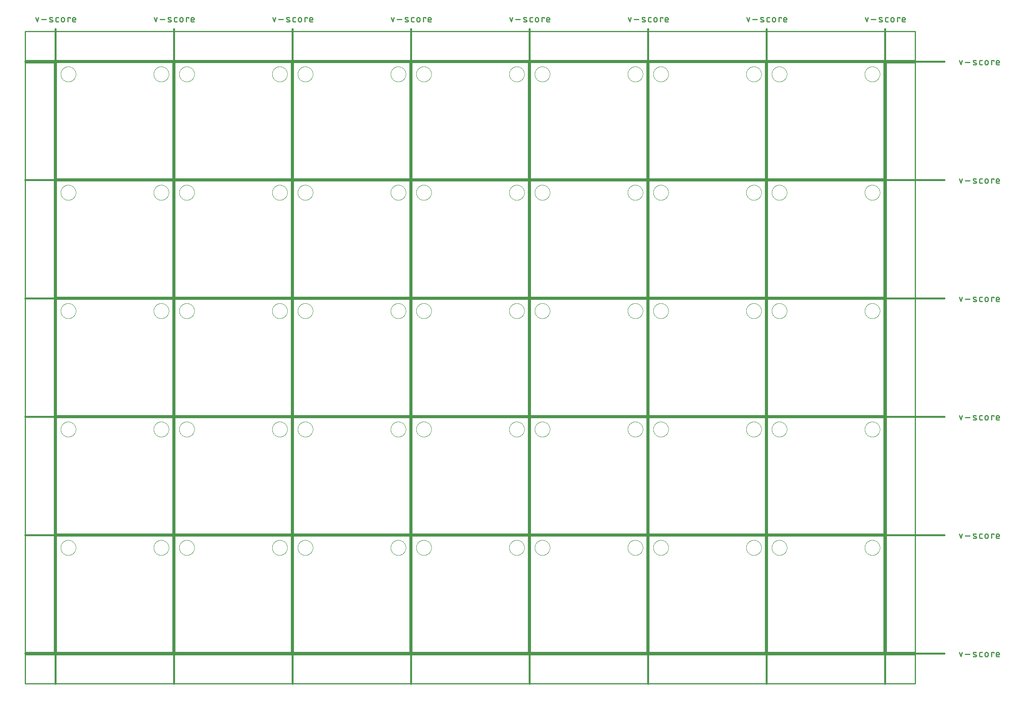
<source format=gko>
G04 EAGLE Gerber RS-274X export*
G75*
%MOMM*%
%FSLAX34Y34*%
%LPD*%
%IN*%
%IPPOS*%
%AMOC8*
5,1,8,0,0,1.08239X$1,22.5*%
G01*
%ADD10C,0.203200*%
%ADD11C,0.381000*%
%ADD12C,0.279400*%
%ADD13C,0.254000*%
%ADD14C,0.000000*%


D10*
X0Y0D02*
X254000Y0D01*
X254000Y254000D01*
X0Y254000D01*
X0Y0D01*
X259080Y0D02*
X513080Y0D01*
X513080Y254000D01*
X259080Y254000D01*
X259080Y0D01*
X518160Y0D02*
X772160Y0D01*
X772160Y254000D01*
X518160Y254000D01*
X518160Y0D01*
X777240Y0D02*
X1031240Y0D01*
X1031240Y254000D01*
X777240Y254000D01*
X777240Y0D01*
X1036320Y0D02*
X1290320Y0D01*
X1290320Y254000D01*
X1036320Y254000D01*
X1036320Y0D01*
X1295400Y0D02*
X1549400Y0D01*
X1549400Y254000D01*
X1295400Y254000D01*
X1295400Y0D01*
X1554480Y0D02*
X1808480Y0D01*
X1808480Y254000D01*
X1554480Y254000D01*
X1554480Y0D01*
X254000Y259080D02*
X0Y259080D01*
X254000Y259080D02*
X254000Y513080D01*
X0Y513080D01*
X0Y259080D01*
X259080Y259080D02*
X513080Y259080D01*
X513080Y513080D01*
X259080Y513080D01*
X259080Y259080D01*
X518160Y259080D02*
X772160Y259080D01*
X772160Y513080D01*
X518160Y513080D01*
X518160Y259080D01*
X777240Y259080D02*
X1031240Y259080D01*
X1031240Y513080D01*
X777240Y513080D01*
X777240Y259080D01*
X1036320Y259080D02*
X1290320Y259080D01*
X1290320Y513080D01*
X1036320Y513080D01*
X1036320Y259080D01*
X1295400Y259080D02*
X1549400Y259080D01*
X1549400Y513080D01*
X1295400Y513080D01*
X1295400Y259080D01*
X1554480Y259080D02*
X1808480Y259080D01*
X1808480Y513080D01*
X1554480Y513080D01*
X1554480Y259080D01*
X254000Y518160D02*
X0Y518160D01*
X254000Y518160D02*
X254000Y772160D01*
X0Y772160D01*
X0Y518160D01*
X259080Y518160D02*
X513080Y518160D01*
X513080Y772160D01*
X259080Y772160D01*
X259080Y518160D01*
X518160Y518160D02*
X772160Y518160D01*
X772160Y772160D01*
X518160Y772160D01*
X518160Y518160D01*
X777240Y518160D02*
X1031240Y518160D01*
X1031240Y772160D01*
X777240Y772160D01*
X777240Y518160D01*
X1036320Y518160D02*
X1290320Y518160D01*
X1290320Y772160D01*
X1036320Y772160D01*
X1036320Y518160D01*
X1295400Y518160D02*
X1549400Y518160D01*
X1549400Y772160D01*
X1295400Y772160D01*
X1295400Y518160D01*
X1554480Y518160D02*
X1808480Y518160D01*
X1808480Y772160D01*
X1554480Y772160D01*
X1554480Y518160D01*
X254000Y777240D02*
X0Y777240D01*
X254000Y777240D02*
X254000Y1031240D01*
X0Y1031240D01*
X0Y777240D01*
X259080Y777240D02*
X513080Y777240D01*
X513080Y1031240D01*
X259080Y1031240D01*
X259080Y777240D01*
X518160Y777240D02*
X772160Y777240D01*
X772160Y1031240D01*
X518160Y1031240D01*
X518160Y777240D01*
X777240Y777240D02*
X1031240Y777240D01*
X1031240Y1031240D01*
X777240Y1031240D01*
X777240Y777240D01*
X1036320Y777240D02*
X1290320Y777240D01*
X1290320Y1031240D01*
X1036320Y1031240D01*
X1036320Y777240D01*
X1295400Y777240D02*
X1549400Y777240D01*
X1549400Y1031240D01*
X1295400Y1031240D01*
X1295400Y777240D01*
X1554480Y777240D02*
X1808480Y777240D01*
X1808480Y1031240D01*
X1554480Y1031240D01*
X1554480Y777240D01*
X254000Y1036320D02*
X0Y1036320D01*
X254000Y1036320D02*
X254000Y1290320D01*
X0Y1290320D01*
X0Y1036320D01*
X259080Y1036320D02*
X513080Y1036320D01*
X513080Y1290320D01*
X259080Y1290320D01*
X259080Y1036320D01*
X518160Y1036320D02*
X772160Y1036320D01*
X772160Y1290320D01*
X518160Y1290320D01*
X518160Y1036320D01*
X777240Y1036320D02*
X1031240Y1036320D01*
X1031240Y1290320D01*
X777240Y1290320D01*
X777240Y1036320D01*
X1036320Y1036320D02*
X1290320Y1036320D01*
X1290320Y1290320D01*
X1036320Y1290320D01*
X1036320Y1036320D01*
X1295400Y1036320D02*
X1549400Y1036320D01*
X1549400Y1290320D01*
X1295400Y1290320D01*
X1295400Y1036320D01*
X1554480Y1036320D02*
X1808480Y1036320D01*
X1808480Y1290320D01*
X1554480Y1290320D01*
X1554480Y1036320D01*
D11*
X-2540Y1363980D02*
X-2540Y-68580D01*
D12*
X-42921Y1379347D02*
X-46251Y1389338D01*
X-39590Y1389338D02*
X-42921Y1379347D01*
X-32806Y1385175D02*
X-22815Y1385175D01*
X-14261Y1385175D02*
X-10098Y1383510D01*
X-14261Y1385174D02*
X-14346Y1385210D01*
X-14429Y1385250D01*
X-14510Y1385293D01*
X-14590Y1385340D01*
X-14667Y1385390D01*
X-14743Y1385443D01*
X-14816Y1385499D01*
X-14886Y1385559D01*
X-14954Y1385621D01*
X-15019Y1385686D01*
X-15081Y1385754D01*
X-15141Y1385825D01*
X-15197Y1385898D01*
X-15250Y1385973D01*
X-15300Y1386051D01*
X-15346Y1386130D01*
X-15389Y1386212D01*
X-15429Y1386295D01*
X-15465Y1386380D01*
X-15497Y1386466D01*
X-15526Y1386554D01*
X-15550Y1386643D01*
X-15571Y1386733D01*
X-15588Y1386823D01*
X-15602Y1386914D01*
X-15611Y1387006D01*
X-15616Y1387098D01*
X-15618Y1387190D01*
X-15616Y1387282D01*
X-15609Y1387374D01*
X-15599Y1387466D01*
X-15585Y1387557D01*
X-15567Y1387648D01*
X-15545Y1387737D01*
X-15519Y1387826D01*
X-15489Y1387913D01*
X-15456Y1387999D01*
X-15419Y1388083D01*
X-15379Y1388166D01*
X-15335Y1388247D01*
X-15288Y1388326D01*
X-15237Y1388403D01*
X-15183Y1388478D01*
X-15126Y1388551D01*
X-15066Y1388621D01*
X-15003Y1388688D01*
X-14937Y1388752D01*
X-14869Y1388814D01*
X-14798Y1388873D01*
X-14724Y1388928D01*
X-14648Y1388981D01*
X-14570Y1389030D01*
X-14490Y1389076D01*
X-14409Y1389118D01*
X-14325Y1389157D01*
X-14240Y1389192D01*
X-14153Y1389223D01*
X-14065Y1389251D01*
X-13976Y1389275D01*
X-13886Y1389295D01*
X-13796Y1389312D01*
X-13704Y1389324D01*
X-13612Y1389333D01*
X-13520Y1389337D01*
X-13428Y1389338D01*
X-13201Y1389332D01*
X-12974Y1389321D01*
X-12747Y1389304D01*
X-12521Y1389281D01*
X-12295Y1389254D01*
X-12070Y1389220D01*
X-11846Y1389182D01*
X-11623Y1389138D01*
X-11401Y1389089D01*
X-11180Y1389034D01*
X-10961Y1388974D01*
X-10743Y1388909D01*
X-10527Y1388838D01*
X-10313Y1388763D01*
X-10100Y1388682D01*
X-9890Y1388596D01*
X-9681Y1388505D01*
X-10098Y1383510D02*
X-10013Y1383474D01*
X-9930Y1383434D01*
X-9849Y1383391D01*
X-9769Y1383344D01*
X-9692Y1383294D01*
X-9616Y1383241D01*
X-9543Y1383185D01*
X-9473Y1383125D01*
X-9405Y1383063D01*
X-9340Y1382998D01*
X-9278Y1382930D01*
X-9218Y1382859D01*
X-9162Y1382786D01*
X-9109Y1382711D01*
X-9059Y1382633D01*
X-9013Y1382554D01*
X-8970Y1382472D01*
X-8930Y1382389D01*
X-8894Y1382304D01*
X-8862Y1382218D01*
X-8833Y1382130D01*
X-8809Y1382041D01*
X-8788Y1381951D01*
X-8771Y1381861D01*
X-8757Y1381770D01*
X-8748Y1381678D01*
X-8743Y1381586D01*
X-8741Y1381494D01*
X-8743Y1381402D01*
X-8750Y1381310D01*
X-8760Y1381218D01*
X-8774Y1381127D01*
X-8792Y1381036D01*
X-8814Y1380947D01*
X-8840Y1380858D01*
X-8870Y1380771D01*
X-8903Y1380685D01*
X-8940Y1380601D01*
X-8980Y1380518D01*
X-9024Y1380437D01*
X-9071Y1380358D01*
X-9122Y1380281D01*
X-9176Y1380206D01*
X-9233Y1380133D01*
X-9293Y1380063D01*
X-9356Y1379996D01*
X-9422Y1379932D01*
X-9490Y1379870D01*
X-9561Y1379811D01*
X-9635Y1379756D01*
X-9711Y1379703D01*
X-9789Y1379654D01*
X-9869Y1379608D01*
X-9950Y1379566D01*
X-10034Y1379527D01*
X-10119Y1379492D01*
X-10206Y1379461D01*
X-10294Y1379433D01*
X-10383Y1379409D01*
X-10473Y1379389D01*
X-10563Y1379372D01*
X-10655Y1379360D01*
X-10747Y1379351D01*
X-10839Y1379347D01*
X-10931Y1379346D01*
X-10931Y1379347D02*
X-11265Y1379356D01*
X-11598Y1379373D01*
X-11931Y1379397D01*
X-12264Y1379430D01*
X-12595Y1379470D01*
X-12926Y1379518D01*
X-13255Y1379574D01*
X-13583Y1379637D01*
X-13909Y1379709D01*
X-14233Y1379788D01*
X-14556Y1379874D01*
X-14876Y1379969D01*
X-15194Y1380071D01*
X-15510Y1380180D01*
X562Y1379347D02*
X3892Y1379347D01*
X562Y1379347D02*
X464Y1379349D01*
X366Y1379355D01*
X268Y1379364D01*
X171Y1379378D01*
X75Y1379395D01*
X-21Y1379416D01*
X-116Y1379441D01*
X-210Y1379469D01*
X-303Y1379501D01*
X-394Y1379537D01*
X-484Y1379576D01*
X-572Y1379619D01*
X-659Y1379666D01*
X-743Y1379715D01*
X-826Y1379768D01*
X-906Y1379824D01*
X-985Y1379883D01*
X-1060Y1379946D01*
X-1134Y1380011D01*
X-1204Y1380079D01*
X-1272Y1380149D01*
X-1338Y1380223D01*
X-1400Y1380299D01*
X-1459Y1380377D01*
X-1515Y1380457D01*
X-1568Y1380540D01*
X-1618Y1380624D01*
X-1664Y1380711D01*
X-1707Y1380799D01*
X-1746Y1380889D01*
X-1782Y1380980D01*
X-1814Y1381073D01*
X-1842Y1381167D01*
X-1867Y1381262D01*
X-1888Y1381358D01*
X-1905Y1381454D01*
X-1919Y1381551D01*
X-1928Y1381649D01*
X-1934Y1381747D01*
X-1936Y1381845D01*
X-1936Y1386840D01*
X-1934Y1386938D01*
X-1928Y1387036D01*
X-1919Y1387134D01*
X-1905Y1387231D01*
X-1888Y1387327D01*
X-1867Y1387423D01*
X-1842Y1387518D01*
X-1814Y1387612D01*
X-1782Y1387705D01*
X-1746Y1387796D01*
X-1707Y1387886D01*
X-1664Y1387974D01*
X-1617Y1388061D01*
X-1568Y1388145D01*
X-1515Y1388228D01*
X-1459Y1388308D01*
X-1400Y1388386D01*
X-1337Y1388462D01*
X-1272Y1388536D01*
X-1204Y1388606D01*
X-1134Y1388674D01*
X-1060Y1388739D01*
X-984Y1388802D01*
X-906Y1388861D01*
X-826Y1388917D01*
X-743Y1388970D01*
X-659Y1389019D01*
X-572Y1389066D01*
X-484Y1389109D01*
X-394Y1389148D01*
X-303Y1389184D01*
X-210Y1389216D01*
X-116Y1389244D01*
X-21Y1389269D01*
X75Y1389290D01*
X171Y1389307D01*
X268Y1389321D01*
X366Y1389330D01*
X464Y1389336D01*
X562Y1389338D01*
X3892Y1389338D01*
X10022Y1386007D02*
X10022Y1382677D01*
X10022Y1386007D02*
X10024Y1386121D01*
X10030Y1386234D01*
X10039Y1386348D01*
X10053Y1386460D01*
X10070Y1386573D01*
X10092Y1386685D01*
X10117Y1386795D01*
X10145Y1386905D01*
X10178Y1387014D01*
X10214Y1387122D01*
X10254Y1387229D01*
X10298Y1387334D01*
X10345Y1387437D01*
X10395Y1387539D01*
X10449Y1387639D01*
X10507Y1387737D01*
X10568Y1387833D01*
X10631Y1387927D01*
X10699Y1388019D01*
X10769Y1388109D01*
X10842Y1388195D01*
X10918Y1388280D01*
X10997Y1388362D01*
X11079Y1388441D01*
X11164Y1388517D01*
X11250Y1388590D01*
X11340Y1388660D01*
X11432Y1388728D01*
X11526Y1388791D01*
X11622Y1388852D01*
X11720Y1388910D01*
X11820Y1388964D01*
X11922Y1389014D01*
X12025Y1389061D01*
X12130Y1389105D01*
X12237Y1389145D01*
X12345Y1389181D01*
X12454Y1389214D01*
X12564Y1389242D01*
X12674Y1389267D01*
X12786Y1389289D01*
X12899Y1389306D01*
X13011Y1389320D01*
X13125Y1389329D01*
X13238Y1389335D01*
X13352Y1389337D01*
X13466Y1389335D01*
X13579Y1389329D01*
X13693Y1389320D01*
X13805Y1389306D01*
X13918Y1389289D01*
X14030Y1389267D01*
X14140Y1389242D01*
X14250Y1389214D01*
X14359Y1389181D01*
X14467Y1389145D01*
X14574Y1389105D01*
X14679Y1389061D01*
X14782Y1389014D01*
X14884Y1388964D01*
X14984Y1388910D01*
X15082Y1388852D01*
X15178Y1388791D01*
X15272Y1388728D01*
X15364Y1388660D01*
X15454Y1388590D01*
X15540Y1388517D01*
X15625Y1388441D01*
X15707Y1388362D01*
X15786Y1388280D01*
X15862Y1388195D01*
X15935Y1388109D01*
X16005Y1388019D01*
X16073Y1387927D01*
X16136Y1387833D01*
X16197Y1387737D01*
X16255Y1387639D01*
X16309Y1387539D01*
X16359Y1387437D01*
X16406Y1387334D01*
X16450Y1387229D01*
X16490Y1387122D01*
X16526Y1387014D01*
X16559Y1386905D01*
X16587Y1386795D01*
X16612Y1386685D01*
X16634Y1386573D01*
X16651Y1386460D01*
X16665Y1386348D01*
X16674Y1386234D01*
X16680Y1386121D01*
X16682Y1386007D01*
X16682Y1382677D01*
X16680Y1382563D01*
X16674Y1382450D01*
X16665Y1382336D01*
X16651Y1382224D01*
X16634Y1382111D01*
X16612Y1381999D01*
X16587Y1381889D01*
X16559Y1381779D01*
X16526Y1381670D01*
X16490Y1381562D01*
X16450Y1381455D01*
X16406Y1381350D01*
X16359Y1381247D01*
X16309Y1381145D01*
X16255Y1381045D01*
X16197Y1380947D01*
X16136Y1380851D01*
X16073Y1380757D01*
X16005Y1380665D01*
X15935Y1380575D01*
X15862Y1380489D01*
X15786Y1380404D01*
X15707Y1380322D01*
X15625Y1380243D01*
X15540Y1380167D01*
X15454Y1380094D01*
X15364Y1380024D01*
X15272Y1379956D01*
X15178Y1379893D01*
X15082Y1379832D01*
X14984Y1379774D01*
X14884Y1379720D01*
X14782Y1379670D01*
X14679Y1379623D01*
X14574Y1379579D01*
X14467Y1379539D01*
X14359Y1379503D01*
X14250Y1379470D01*
X14140Y1379442D01*
X14030Y1379417D01*
X13918Y1379395D01*
X13805Y1379378D01*
X13693Y1379364D01*
X13579Y1379355D01*
X13466Y1379349D01*
X13352Y1379347D01*
X13238Y1379349D01*
X13125Y1379355D01*
X13011Y1379364D01*
X12899Y1379378D01*
X12786Y1379395D01*
X12674Y1379417D01*
X12564Y1379442D01*
X12454Y1379470D01*
X12345Y1379503D01*
X12237Y1379539D01*
X12130Y1379579D01*
X12025Y1379623D01*
X11922Y1379670D01*
X11820Y1379720D01*
X11720Y1379774D01*
X11622Y1379832D01*
X11526Y1379893D01*
X11432Y1379956D01*
X11340Y1380024D01*
X11250Y1380094D01*
X11164Y1380167D01*
X11079Y1380243D01*
X10997Y1380322D01*
X10918Y1380404D01*
X10842Y1380489D01*
X10769Y1380575D01*
X10699Y1380665D01*
X10631Y1380757D01*
X10568Y1380851D01*
X10507Y1380947D01*
X10449Y1381045D01*
X10395Y1381145D01*
X10345Y1381247D01*
X10298Y1381350D01*
X10254Y1381455D01*
X10214Y1381562D01*
X10178Y1381670D01*
X10145Y1381779D01*
X10117Y1381889D01*
X10092Y1381999D01*
X10070Y1382111D01*
X10053Y1382224D01*
X10039Y1382336D01*
X10030Y1382450D01*
X10024Y1382563D01*
X10022Y1382677D01*
X24218Y1379347D02*
X24218Y1389338D01*
X29213Y1389338D01*
X29213Y1387673D01*
X37008Y1379347D02*
X41171Y1379347D01*
X37008Y1379347D02*
X36910Y1379349D01*
X36812Y1379355D01*
X36714Y1379364D01*
X36617Y1379378D01*
X36521Y1379395D01*
X36425Y1379416D01*
X36330Y1379441D01*
X36236Y1379469D01*
X36143Y1379501D01*
X36052Y1379537D01*
X35962Y1379576D01*
X35874Y1379619D01*
X35787Y1379666D01*
X35703Y1379715D01*
X35620Y1379768D01*
X35540Y1379824D01*
X35462Y1379883D01*
X35386Y1379946D01*
X35312Y1380011D01*
X35242Y1380079D01*
X35174Y1380149D01*
X35109Y1380223D01*
X35046Y1380299D01*
X34987Y1380377D01*
X34931Y1380457D01*
X34878Y1380540D01*
X34829Y1380624D01*
X34782Y1380711D01*
X34739Y1380799D01*
X34700Y1380889D01*
X34664Y1380980D01*
X34632Y1381073D01*
X34604Y1381167D01*
X34579Y1381262D01*
X34558Y1381358D01*
X34541Y1381454D01*
X34527Y1381551D01*
X34518Y1381649D01*
X34512Y1381747D01*
X34510Y1381845D01*
X34510Y1386007D01*
X34511Y1386007D02*
X34513Y1386121D01*
X34519Y1386234D01*
X34528Y1386348D01*
X34542Y1386460D01*
X34559Y1386573D01*
X34581Y1386685D01*
X34606Y1386795D01*
X34634Y1386905D01*
X34667Y1387014D01*
X34703Y1387122D01*
X34743Y1387229D01*
X34787Y1387334D01*
X34834Y1387437D01*
X34884Y1387539D01*
X34938Y1387639D01*
X34996Y1387737D01*
X35057Y1387833D01*
X35120Y1387927D01*
X35188Y1388019D01*
X35258Y1388109D01*
X35331Y1388195D01*
X35407Y1388280D01*
X35486Y1388362D01*
X35568Y1388441D01*
X35653Y1388517D01*
X35739Y1388590D01*
X35829Y1388660D01*
X35921Y1388728D01*
X36015Y1388791D01*
X36111Y1388852D01*
X36209Y1388910D01*
X36309Y1388964D01*
X36411Y1389014D01*
X36514Y1389061D01*
X36619Y1389105D01*
X36726Y1389145D01*
X36834Y1389181D01*
X36943Y1389214D01*
X37053Y1389242D01*
X37163Y1389267D01*
X37275Y1389289D01*
X37388Y1389306D01*
X37500Y1389320D01*
X37614Y1389329D01*
X37727Y1389335D01*
X37841Y1389337D01*
X37955Y1389335D01*
X38068Y1389329D01*
X38182Y1389320D01*
X38294Y1389306D01*
X38407Y1389289D01*
X38519Y1389267D01*
X38629Y1389242D01*
X38739Y1389214D01*
X38848Y1389181D01*
X38956Y1389145D01*
X39063Y1389105D01*
X39168Y1389061D01*
X39271Y1389014D01*
X39373Y1388964D01*
X39473Y1388910D01*
X39571Y1388852D01*
X39667Y1388791D01*
X39761Y1388728D01*
X39853Y1388660D01*
X39943Y1388590D01*
X40029Y1388517D01*
X40114Y1388441D01*
X40196Y1388362D01*
X40275Y1388280D01*
X40351Y1388195D01*
X40424Y1388109D01*
X40494Y1388019D01*
X40562Y1387927D01*
X40625Y1387833D01*
X40686Y1387737D01*
X40744Y1387639D01*
X40798Y1387539D01*
X40848Y1387437D01*
X40895Y1387334D01*
X40939Y1387229D01*
X40979Y1387122D01*
X41015Y1387014D01*
X41048Y1386905D01*
X41076Y1386795D01*
X41101Y1386685D01*
X41123Y1386573D01*
X41140Y1386460D01*
X41154Y1386348D01*
X41163Y1386234D01*
X41169Y1386121D01*
X41171Y1386007D01*
X41171Y1384342D01*
X34510Y1384342D01*
D11*
X256540Y1363980D02*
X256540Y-68580D01*
D12*
X216159Y1379347D02*
X212829Y1389338D01*
X219490Y1389338D02*
X216159Y1379347D01*
X226274Y1385175D02*
X236265Y1385175D01*
X244819Y1385175D02*
X248982Y1383510D01*
X244819Y1385174D02*
X244734Y1385210D01*
X244651Y1385250D01*
X244570Y1385293D01*
X244490Y1385340D01*
X244413Y1385390D01*
X244337Y1385443D01*
X244264Y1385499D01*
X244194Y1385559D01*
X244126Y1385621D01*
X244061Y1385686D01*
X243999Y1385754D01*
X243939Y1385825D01*
X243883Y1385898D01*
X243830Y1385973D01*
X243780Y1386051D01*
X243734Y1386130D01*
X243691Y1386212D01*
X243651Y1386295D01*
X243615Y1386380D01*
X243583Y1386466D01*
X243554Y1386554D01*
X243530Y1386643D01*
X243509Y1386733D01*
X243492Y1386823D01*
X243478Y1386914D01*
X243469Y1387006D01*
X243464Y1387098D01*
X243462Y1387190D01*
X243464Y1387282D01*
X243471Y1387374D01*
X243481Y1387466D01*
X243495Y1387557D01*
X243513Y1387648D01*
X243535Y1387737D01*
X243561Y1387826D01*
X243591Y1387913D01*
X243624Y1387999D01*
X243661Y1388083D01*
X243701Y1388166D01*
X243745Y1388247D01*
X243792Y1388326D01*
X243843Y1388403D01*
X243897Y1388478D01*
X243954Y1388551D01*
X244014Y1388621D01*
X244077Y1388688D01*
X244143Y1388752D01*
X244211Y1388814D01*
X244282Y1388873D01*
X244356Y1388928D01*
X244432Y1388981D01*
X244510Y1389030D01*
X244590Y1389076D01*
X244671Y1389118D01*
X244755Y1389157D01*
X244840Y1389192D01*
X244927Y1389223D01*
X245015Y1389251D01*
X245104Y1389275D01*
X245194Y1389295D01*
X245284Y1389312D01*
X245376Y1389324D01*
X245468Y1389333D01*
X245560Y1389337D01*
X245652Y1389338D01*
X245879Y1389332D01*
X246106Y1389321D01*
X246333Y1389304D01*
X246559Y1389281D01*
X246785Y1389254D01*
X247010Y1389220D01*
X247234Y1389182D01*
X247457Y1389138D01*
X247679Y1389089D01*
X247900Y1389034D01*
X248119Y1388974D01*
X248337Y1388909D01*
X248553Y1388838D01*
X248767Y1388763D01*
X248980Y1388682D01*
X249190Y1388596D01*
X249399Y1388505D01*
X248982Y1383510D02*
X249067Y1383474D01*
X249150Y1383434D01*
X249231Y1383391D01*
X249311Y1383344D01*
X249388Y1383294D01*
X249464Y1383241D01*
X249537Y1383185D01*
X249607Y1383125D01*
X249675Y1383063D01*
X249740Y1382998D01*
X249802Y1382930D01*
X249862Y1382859D01*
X249918Y1382786D01*
X249971Y1382711D01*
X250021Y1382633D01*
X250067Y1382554D01*
X250110Y1382472D01*
X250150Y1382389D01*
X250186Y1382304D01*
X250218Y1382218D01*
X250247Y1382130D01*
X250271Y1382041D01*
X250292Y1381951D01*
X250309Y1381861D01*
X250323Y1381770D01*
X250332Y1381678D01*
X250337Y1381586D01*
X250339Y1381494D01*
X250337Y1381402D01*
X250330Y1381310D01*
X250320Y1381218D01*
X250306Y1381127D01*
X250288Y1381036D01*
X250266Y1380947D01*
X250240Y1380858D01*
X250210Y1380771D01*
X250177Y1380685D01*
X250140Y1380601D01*
X250100Y1380518D01*
X250056Y1380437D01*
X250009Y1380358D01*
X249958Y1380281D01*
X249904Y1380206D01*
X249847Y1380133D01*
X249787Y1380063D01*
X249724Y1379996D01*
X249658Y1379932D01*
X249590Y1379870D01*
X249519Y1379811D01*
X249445Y1379756D01*
X249369Y1379703D01*
X249291Y1379654D01*
X249211Y1379608D01*
X249130Y1379566D01*
X249046Y1379527D01*
X248961Y1379492D01*
X248874Y1379461D01*
X248786Y1379433D01*
X248697Y1379409D01*
X248607Y1379389D01*
X248517Y1379372D01*
X248425Y1379360D01*
X248333Y1379351D01*
X248241Y1379347D01*
X248149Y1379346D01*
X248149Y1379347D02*
X247815Y1379356D01*
X247482Y1379373D01*
X247149Y1379397D01*
X246816Y1379430D01*
X246485Y1379470D01*
X246154Y1379518D01*
X245825Y1379574D01*
X245497Y1379637D01*
X245171Y1379709D01*
X244847Y1379788D01*
X244524Y1379874D01*
X244204Y1379969D01*
X243886Y1380071D01*
X243570Y1380180D01*
X259642Y1379347D02*
X262972Y1379347D01*
X259642Y1379347D02*
X259544Y1379349D01*
X259446Y1379355D01*
X259348Y1379364D01*
X259251Y1379378D01*
X259155Y1379395D01*
X259059Y1379416D01*
X258964Y1379441D01*
X258870Y1379469D01*
X258777Y1379501D01*
X258686Y1379537D01*
X258596Y1379576D01*
X258508Y1379619D01*
X258421Y1379666D01*
X258337Y1379715D01*
X258254Y1379768D01*
X258174Y1379824D01*
X258096Y1379883D01*
X258020Y1379946D01*
X257946Y1380011D01*
X257876Y1380079D01*
X257808Y1380149D01*
X257743Y1380223D01*
X257680Y1380299D01*
X257621Y1380377D01*
X257565Y1380457D01*
X257512Y1380540D01*
X257463Y1380624D01*
X257416Y1380711D01*
X257373Y1380799D01*
X257334Y1380889D01*
X257298Y1380980D01*
X257266Y1381073D01*
X257238Y1381167D01*
X257213Y1381262D01*
X257192Y1381358D01*
X257175Y1381454D01*
X257161Y1381551D01*
X257152Y1381649D01*
X257146Y1381747D01*
X257144Y1381845D01*
X257144Y1386840D01*
X257146Y1386938D01*
X257152Y1387036D01*
X257161Y1387134D01*
X257175Y1387231D01*
X257192Y1387327D01*
X257213Y1387423D01*
X257238Y1387518D01*
X257266Y1387612D01*
X257298Y1387705D01*
X257334Y1387796D01*
X257373Y1387886D01*
X257416Y1387974D01*
X257463Y1388061D01*
X257512Y1388145D01*
X257565Y1388228D01*
X257621Y1388308D01*
X257680Y1388387D01*
X257743Y1388462D01*
X257808Y1388536D01*
X257876Y1388606D01*
X257946Y1388674D01*
X258020Y1388740D01*
X258096Y1388802D01*
X258174Y1388861D01*
X258254Y1388917D01*
X258337Y1388970D01*
X258421Y1389020D01*
X258508Y1389066D01*
X258596Y1389109D01*
X258686Y1389148D01*
X258777Y1389184D01*
X258870Y1389216D01*
X258964Y1389244D01*
X259059Y1389269D01*
X259155Y1389290D01*
X259251Y1389307D01*
X259348Y1389321D01*
X259446Y1389330D01*
X259544Y1389336D01*
X259642Y1389338D01*
X262972Y1389338D01*
X269102Y1386007D02*
X269102Y1382677D01*
X269102Y1386007D02*
X269104Y1386121D01*
X269110Y1386234D01*
X269119Y1386348D01*
X269133Y1386460D01*
X269150Y1386573D01*
X269172Y1386685D01*
X269197Y1386795D01*
X269225Y1386905D01*
X269258Y1387014D01*
X269294Y1387122D01*
X269334Y1387229D01*
X269378Y1387334D01*
X269425Y1387437D01*
X269475Y1387539D01*
X269529Y1387639D01*
X269587Y1387737D01*
X269648Y1387833D01*
X269711Y1387927D01*
X269779Y1388019D01*
X269849Y1388109D01*
X269922Y1388195D01*
X269998Y1388280D01*
X270077Y1388362D01*
X270159Y1388441D01*
X270244Y1388517D01*
X270330Y1388590D01*
X270420Y1388660D01*
X270512Y1388728D01*
X270606Y1388791D01*
X270702Y1388852D01*
X270800Y1388910D01*
X270900Y1388964D01*
X271002Y1389014D01*
X271105Y1389061D01*
X271210Y1389105D01*
X271317Y1389145D01*
X271425Y1389181D01*
X271534Y1389214D01*
X271644Y1389242D01*
X271754Y1389267D01*
X271866Y1389289D01*
X271979Y1389306D01*
X272091Y1389320D01*
X272205Y1389329D01*
X272318Y1389335D01*
X272432Y1389337D01*
X272546Y1389335D01*
X272659Y1389329D01*
X272773Y1389320D01*
X272885Y1389306D01*
X272998Y1389289D01*
X273110Y1389267D01*
X273220Y1389242D01*
X273330Y1389214D01*
X273439Y1389181D01*
X273547Y1389145D01*
X273654Y1389105D01*
X273759Y1389061D01*
X273862Y1389014D01*
X273964Y1388964D01*
X274064Y1388910D01*
X274162Y1388852D01*
X274258Y1388791D01*
X274352Y1388728D01*
X274444Y1388660D01*
X274534Y1388590D01*
X274620Y1388517D01*
X274705Y1388441D01*
X274787Y1388362D01*
X274866Y1388280D01*
X274942Y1388195D01*
X275015Y1388109D01*
X275085Y1388019D01*
X275153Y1387927D01*
X275216Y1387833D01*
X275277Y1387737D01*
X275335Y1387639D01*
X275389Y1387539D01*
X275439Y1387437D01*
X275486Y1387334D01*
X275530Y1387229D01*
X275570Y1387122D01*
X275606Y1387014D01*
X275639Y1386905D01*
X275667Y1386795D01*
X275692Y1386685D01*
X275714Y1386573D01*
X275731Y1386460D01*
X275745Y1386348D01*
X275754Y1386234D01*
X275760Y1386121D01*
X275762Y1386007D01*
X275762Y1382677D01*
X275760Y1382563D01*
X275754Y1382450D01*
X275745Y1382336D01*
X275731Y1382224D01*
X275714Y1382111D01*
X275692Y1381999D01*
X275667Y1381889D01*
X275639Y1381779D01*
X275606Y1381670D01*
X275570Y1381562D01*
X275530Y1381455D01*
X275486Y1381350D01*
X275439Y1381247D01*
X275389Y1381145D01*
X275335Y1381045D01*
X275277Y1380947D01*
X275216Y1380851D01*
X275153Y1380757D01*
X275085Y1380665D01*
X275015Y1380575D01*
X274942Y1380489D01*
X274866Y1380404D01*
X274787Y1380322D01*
X274705Y1380243D01*
X274620Y1380167D01*
X274534Y1380094D01*
X274444Y1380024D01*
X274352Y1379956D01*
X274258Y1379893D01*
X274162Y1379832D01*
X274064Y1379774D01*
X273964Y1379720D01*
X273862Y1379670D01*
X273759Y1379623D01*
X273654Y1379579D01*
X273547Y1379539D01*
X273439Y1379503D01*
X273330Y1379470D01*
X273220Y1379442D01*
X273110Y1379417D01*
X272998Y1379395D01*
X272885Y1379378D01*
X272773Y1379364D01*
X272659Y1379355D01*
X272546Y1379349D01*
X272432Y1379347D01*
X272318Y1379349D01*
X272205Y1379355D01*
X272091Y1379364D01*
X271979Y1379378D01*
X271866Y1379395D01*
X271754Y1379417D01*
X271644Y1379442D01*
X271534Y1379470D01*
X271425Y1379503D01*
X271317Y1379539D01*
X271210Y1379579D01*
X271105Y1379623D01*
X271002Y1379670D01*
X270900Y1379720D01*
X270800Y1379774D01*
X270702Y1379832D01*
X270606Y1379893D01*
X270512Y1379956D01*
X270420Y1380024D01*
X270330Y1380094D01*
X270244Y1380167D01*
X270159Y1380243D01*
X270077Y1380322D01*
X269998Y1380404D01*
X269922Y1380489D01*
X269849Y1380575D01*
X269779Y1380665D01*
X269711Y1380757D01*
X269648Y1380851D01*
X269587Y1380947D01*
X269529Y1381045D01*
X269475Y1381145D01*
X269425Y1381247D01*
X269378Y1381350D01*
X269334Y1381455D01*
X269294Y1381562D01*
X269258Y1381670D01*
X269225Y1381779D01*
X269197Y1381889D01*
X269172Y1381999D01*
X269150Y1382111D01*
X269133Y1382224D01*
X269119Y1382336D01*
X269110Y1382450D01*
X269104Y1382563D01*
X269102Y1382677D01*
X283298Y1379347D02*
X283298Y1389338D01*
X288293Y1389338D01*
X288293Y1387673D01*
X296088Y1379347D02*
X300251Y1379347D01*
X296088Y1379347D02*
X295990Y1379349D01*
X295892Y1379355D01*
X295794Y1379364D01*
X295697Y1379378D01*
X295601Y1379395D01*
X295505Y1379416D01*
X295410Y1379441D01*
X295316Y1379469D01*
X295223Y1379501D01*
X295132Y1379537D01*
X295042Y1379576D01*
X294954Y1379619D01*
X294867Y1379666D01*
X294783Y1379715D01*
X294700Y1379768D01*
X294620Y1379824D01*
X294542Y1379883D01*
X294466Y1379946D01*
X294392Y1380011D01*
X294322Y1380079D01*
X294254Y1380149D01*
X294189Y1380223D01*
X294126Y1380299D01*
X294067Y1380377D01*
X294011Y1380457D01*
X293958Y1380540D01*
X293909Y1380624D01*
X293862Y1380711D01*
X293819Y1380799D01*
X293780Y1380889D01*
X293744Y1380980D01*
X293712Y1381073D01*
X293684Y1381167D01*
X293659Y1381262D01*
X293638Y1381358D01*
X293621Y1381454D01*
X293607Y1381551D01*
X293598Y1381649D01*
X293592Y1381747D01*
X293590Y1381845D01*
X293590Y1386007D01*
X293591Y1386007D02*
X293593Y1386121D01*
X293599Y1386234D01*
X293608Y1386348D01*
X293622Y1386460D01*
X293639Y1386573D01*
X293661Y1386685D01*
X293686Y1386795D01*
X293714Y1386905D01*
X293747Y1387014D01*
X293783Y1387122D01*
X293823Y1387229D01*
X293867Y1387334D01*
X293914Y1387437D01*
X293964Y1387539D01*
X294018Y1387639D01*
X294076Y1387737D01*
X294137Y1387833D01*
X294200Y1387927D01*
X294268Y1388019D01*
X294338Y1388109D01*
X294411Y1388195D01*
X294487Y1388280D01*
X294566Y1388362D01*
X294648Y1388441D01*
X294733Y1388517D01*
X294819Y1388590D01*
X294909Y1388660D01*
X295001Y1388728D01*
X295095Y1388791D01*
X295191Y1388852D01*
X295289Y1388910D01*
X295389Y1388964D01*
X295491Y1389014D01*
X295594Y1389061D01*
X295699Y1389105D01*
X295806Y1389145D01*
X295914Y1389181D01*
X296023Y1389214D01*
X296133Y1389242D01*
X296243Y1389267D01*
X296355Y1389289D01*
X296468Y1389306D01*
X296580Y1389320D01*
X296694Y1389329D01*
X296807Y1389335D01*
X296921Y1389337D01*
X297035Y1389335D01*
X297148Y1389329D01*
X297262Y1389320D01*
X297374Y1389306D01*
X297487Y1389289D01*
X297599Y1389267D01*
X297709Y1389242D01*
X297819Y1389214D01*
X297928Y1389181D01*
X298036Y1389145D01*
X298143Y1389105D01*
X298248Y1389061D01*
X298351Y1389014D01*
X298453Y1388964D01*
X298553Y1388910D01*
X298651Y1388852D01*
X298747Y1388791D01*
X298841Y1388728D01*
X298933Y1388660D01*
X299023Y1388590D01*
X299109Y1388517D01*
X299194Y1388441D01*
X299276Y1388362D01*
X299355Y1388280D01*
X299431Y1388195D01*
X299504Y1388109D01*
X299574Y1388019D01*
X299642Y1387927D01*
X299705Y1387833D01*
X299766Y1387737D01*
X299824Y1387639D01*
X299878Y1387539D01*
X299928Y1387437D01*
X299975Y1387334D01*
X300019Y1387229D01*
X300059Y1387122D01*
X300095Y1387014D01*
X300128Y1386905D01*
X300156Y1386795D01*
X300181Y1386685D01*
X300203Y1386573D01*
X300220Y1386460D01*
X300234Y1386348D01*
X300243Y1386234D01*
X300249Y1386121D01*
X300251Y1386007D01*
X300251Y1384342D01*
X293590Y1384342D01*
D11*
X515620Y1363980D02*
X515620Y-68580D01*
D12*
X475239Y1379347D02*
X471909Y1389338D01*
X478570Y1389338D02*
X475239Y1379347D01*
X485354Y1385175D02*
X495345Y1385175D01*
X503899Y1385175D02*
X508062Y1383510D01*
X503899Y1385174D02*
X503814Y1385210D01*
X503731Y1385250D01*
X503650Y1385293D01*
X503570Y1385340D01*
X503493Y1385390D01*
X503417Y1385443D01*
X503344Y1385499D01*
X503274Y1385559D01*
X503206Y1385621D01*
X503141Y1385686D01*
X503079Y1385754D01*
X503019Y1385825D01*
X502963Y1385898D01*
X502910Y1385973D01*
X502860Y1386051D01*
X502814Y1386130D01*
X502771Y1386212D01*
X502731Y1386295D01*
X502695Y1386380D01*
X502663Y1386466D01*
X502634Y1386554D01*
X502610Y1386643D01*
X502589Y1386733D01*
X502572Y1386823D01*
X502558Y1386914D01*
X502549Y1387006D01*
X502544Y1387098D01*
X502542Y1387190D01*
X502544Y1387282D01*
X502551Y1387374D01*
X502561Y1387466D01*
X502575Y1387557D01*
X502593Y1387648D01*
X502615Y1387737D01*
X502641Y1387826D01*
X502671Y1387913D01*
X502704Y1387999D01*
X502741Y1388083D01*
X502781Y1388166D01*
X502825Y1388247D01*
X502872Y1388326D01*
X502923Y1388403D01*
X502977Y1388478D01*
X503034Y1388551D01*
X503094Y1388621D01*
X503157Y1388688D01*
X503223Y1388752D01*
X503291Y1388814D01*
X503362Y1388873D01*
X503436Y1388928D01*
X503512Y1388981D01*
X503590Y1389030D01*
X503670Y1389076D01*
X503751Y1389118D01*
X503835Y1389157D01*
X503920Y1389192D01*
X504007Y1389223D01*
X504095Y1389251D01*
X504184Y1389275D01*
X504274Y1389295D01*
X504364Y1389312D01*
X504456Y1389324D01*
X504548Y1389333D01*
X504640Y1389337D01*
X504732Y1389338D01*
X504959Y1389332D01*
X505186Y1389321D01*
X505413Y1389304D01*
X505639Y1389281D01*
X505865Y1389254D01*
X506090Y1389220D01*
X506314Y1389182D01*
X506537Y1389138D01*
X506759Y1389089D01*
X506980Y1389034D01*
X507199Y1388974D01*
X507417Y1388909D01*
X507633Y1388838D01*
X507847Y1388763D01*
X508060Y1388682D01*
X508270Y1388596D01*
X508479Y1388505D01*
X508062Y1383510D02*
X508147Y1383474D01*
X508230Y1383434D01*
X508311Y1383391D01*
X508391Y1383344D01*
X508468Y1383294D01*
X508544Y1383241D01*
X508617Y1383185D01*
X508687Y1383125D01*
X508755Y1383063D01*
X508820Y1382998D01*
X508882Y1382930D01*
X508942Y1382859D01*
X508998Y1382786D01*
X509051Y1382711D01*
X509101Y1382633D01*
X509147Y1382554D01*
X509190Y1382472D01*
X509230Y1382389D01*
X509266Y1382304D01*
X509298Y1382218D01*
X509327Y1382130D01*
X509351Y1382041D01*
X509372Y1381951D01*
X509389Y1381861D01*
X509403Y1381770D01*
X509412Y1381678D01*
X509417Y1381586D01*
X509419Y1381494D01*
X509417Y1381402D01*
X509410Y1381310D01*
X509400Y1381218D01*
X509386Y1381127D01*
X509368Y1381036D01*
X509346Y1380947D01*
X509320Y1380858D01*
X509290Y1380771D01*
X509257Y1380685D01*
X509220Y1380601D01*
X509180Y1380518D01*
X509136Y1380437D01*
X509089Y1380358D01*
X509038Y1380281D01*
X508984Y1380206D01*
X508927Y1380133D01*
X508867Y1380063D01*
X508804Y1379996D01*
X508738Y1379932D01*
X508670Y1379870D01*
X508599Y1379811D01*
X508525Y1379756D01*
X508449Y1379703D01*
X508371Y1379654D01*
X508291Y1379608D01*
X508210Y1379566D01*
X508126Y1379527D01*
X508041Y1379492D01*
X507954Y1379461D01*
X507866Y1379433D01*
X507777Y1379409D01*
X507687Y1379389D01*
X507597Y1379372D01*
X507505Y1379360D01*
X507413Y1379351D01*
X507321Y1379347D01*
X507229Y1379346D01*
X507229Y1379347D02*
X506895Y1379356D01*
X506562Y1379373D01*
X506229Y1379397D01*
X505896Y1379430D01*
X505565Y1379470D01*
X505234Y1379518D01*
X504905Y1379574D01*
X504577Y1379637D01*
X504251Y1379709D01*
X503927Y1379788D01*
X503604Y1379874D01*
X503284Y1379969D01*
X502966Y1380071D01*
X502650Y1380180D01*
X518722Y1379347D02*
X522052Y1379347D01*
X518722Y1379347D02*
X518624Y1379349D01*
X518526Y1379355D01*
X518428Y1379364D01*
X518331Y1379378D01*
X518235Y1379395D01*
X518139Y1379416D01*
X518044Y1379441D01*
X517950Y1379469D01*
X517857Y1379501D01*
X517766Y1379537D01*
X517676Y1379576D01*
X517588Y1379619D01*
X517501Y1379666D01*
X517417Y1379715D01*
X517334Y1379768D01*
X517254Y1379824D01*
X517176Y1379883D01*
X517100Y1379946D01*
X517026Y1380011D01*
X516956Y1380079D01*
X516888Y1380149D01*
X516823Y1380223D01*
X516760Y1380299D01*
X516701Y1380377D01*
X516645Y1380457D01*
X516592Y1380540D01*
X516543Y1380624D01*
X516496Y1380711D01*
X516453Y1380799D01*
X516414Y1380889D01*
X516378Y1380980D01*
X516346Y1381073D01*
X516318Y1381167D01*
X516293Y1381262D01*
X516272Y1381358D01*
X516255Y1381454D01*
X516241Y1381551D01*
X516232Y1381649D01*
X516226Y1381747D01*
X516224Y1381845D01*
X516224Y1386840D01*
X516226Y1386938D01*
X516232Y1387036D01*
X516241Y1387134D01*
X516255Y1387231D01*
X516272Y1387327D01*
X516293Y1387423D01*
X516318Y1387518D01*
X516346Y1387612D01*
X516378Y1387705D01*
X516414Y1387796D01*
X516453Y1387886D01*
X516496Y1387974D01*
X516543Y1388061D01*
X516592Y1388145D01*
X516645Y1388228D01*
X516701Y1388308D01*
X516760Y1388387D01*
X516823Y1388462D01*
X516888Y1388536D01*
X516956Y1388606D01*
X517026Y1388674D01*
X517100Y1388740D01*
X517176Y1388802D01*
X517254Y1388861D01*
X517334Y1388917D01*
X517417Y1388970D01*
X517501Y1389020D01*
X517588Y1389066D01*
X517676Y1389109D01*
X517766Y1389148D01*
X517857Y1389184D01*
X517950Y1389216D01*
X518044Y1389244D01*
X518139Y1389269D01*
X518235Y1389290D01*
X518331Y1389307D01*
X518428Y1389321D01*
X518526Y1389330D01*
X518624Y1389336D01*
X518722Y1389338D01*
X522052Y1389338D01*
X528182Y1386007D02*
X528182Y1382677D01*
X528182Y1386007D02*
X528184Y1386121D01*
X528190Y1386234D01*
X528199Y1386348D01*
X528213Y1386460D01*
X528230Y1386573D01*
X528252Y1386685D01*
X528277Y1386795D01*
X528305Y1386905D01*
X528338Y1387014D01*
X528374Y1387122D01*
X528414Y1387229D01*
X528458Y1387334D01*
X528505Y1387437D01*
X528555Y1387539D01*
X528609Y1387639D01*
X528667Y1387737D01*
X528728Y1387833D01*
X528791Y1387927D01*
X528859Y1388019D01*
X528929Y1388109D01*
X529002Y1388195D01*
X529078Y1388280D01*
X529157Y1388362D01*
X529239Y1388441D01*
X529324Y1388517D01*
X529410Y1388590D01*
X529500Y1388660D01*
X529592Y1388728D01*
X529686Y1388791D01*
X529782Y1388852D01*
X529880Y1388910D01*
X529980Y1388964D01*
X530082Y1389014D01*
X530185Y1389061D01*
X530290Y1389105D01*
X530397Y1389145D01*
X530505Y1389181D01*
X530614Y1389214D01*
X530724Y1389242D01*
X530834Y1389267D01*
X530946Y1389289D01*
X531059Y1389306D01*
X531171Y1389320D01*
X531285Y1389329D01*
X531398Y1389335D01*
X531512Y1389337D01*
X531626Y1389335D01*
X531739Y1389329D01*
X531853Y1389320D01*
X531965Y1389306D01*
X532078Y1389289D01*
X532190Y1389267D01*
X532300Y1389242D01*
X532410Y1389214D01*
X532519Y1389181D01*
X532627Y1389145D01*
X532734Y1389105D01*
X532839Y1389061D01*
X532942Y1389014D01*
X533044Y1388964D01*
X533144Y1388910D01*
X533242Y1388852D01*
X533338Y1388791D01*
X533432Y1388728D01*
X533524Y1388660D01*
X533614Y1388590D01*
X533700Y1388517D01*
X533785Y1388441D01*
X533867Y1388362D01*
X533946Y1388280D01*
X534022Y1388195D01*
X534095Y1388109D01*
X534165Y1388019D01*
X534233Y1387927D01*
X534296Y1387833D01*
X534357Y1387737D01*
X534415Y1387639D01*
X534469Y1387539D01*
X534519Y1387437D01*
X534566Y1387334D01*
X534610Y1387229D01*
X534650Y1387122D01*
X534686Y1387014D01*
X534719Y1386905D01*
X534747Y1386795D01*
X534772Y1386685D01*
X534794Y1386573D01*
X534811Y1386460D01*
X534825Y1386348D01*
X534834Y1386234D01*
X534840Y1386121D01*
X534842Y1386007D01*
X534842Y1382677D01*
X534840Y1382563D01*
X534834Y1382450D01*
X534825Y1382336D01*
X534811Y1382224D01*
X534794Y1382111D01*
X534772Y1381999D01*
X534747Y1381889D01*
X534719Y1381779D01*
X534686Y1381670D01*
X534650Y1381562D01*
X534610Y1381455D01*
X534566Y1381350D01*
X534519Y1381247D01*
X534469Y1381145D01*
X534415Y1381045D01*
X534357Y1380947D01*
X534296Y1380851D01*
X534233Y1380757D01*
X534165Y1380665D01*
X534095Y1380575D01*
X534022Y1380489D01*
X533946Y1380404D01*
X533867Y1380322D01*
X533785Y1380243D01*
X533700Y1380167D01*
X533614Y1380094D01*
X533524Y1380024D01*
X533432Y1379956D01*
X533338Y1379893D01*
X533242Y1379832D01*
X533144Y1379774D01*
X533044Y1379720D01*
X532942Y1379670D01*
X532839Y1379623D01*
X532734Y1379579D01*
X532627Y1379539D01*
X532519Y1379503D01*
X532410Y1379470D01*
X532300Y1379442D01*
X532190Y1379417D01*
X532078Y1379395D01*
X531965Y1379378D01*
X531853Y1379364D01*
X531739Y1379355D01*
X531626Y1379349D01*
X531512Y1379347D01*
X531398Y1379349D01*
X531285Y1379355D01*
X531171Y1379364D01*
X531059Y1379378D01*
X530946Y1379395D01*
X530834Y1379417D01*
X530724Y1379442D01*
X530614Y1379470D01*
X530505Y1379503D01*
X530397Y1379539D01*
X530290Y1379579D01*
X530185Y1379623D01*
X530082Y1379670D01*
X529980Y1379720D01*
X529880Y1379774D01*
X529782Y1379832D01*
X529686Y1379893D01*
X529592Y1379956D01*
X529500Y1380024D01*
X529410Y1380094D01*
X529324Y1380167D01*
X529239Y1380243D01*
X529157Y1380322D01*
X529078Y1380404D01*
X529002Y1380489D01*
X528929Y1380575D01*
X528859Y1380665D01*
X528791Y1380757D01*
X528728Y1380851D01*
X528667Y1380947D01*
X528609Y1381045D01*
X528555Y1381145D01*
X528505Y1381247D01*
X528458Y1381350D01*
X528414Y1381455D01*
X528374Y1381562D01*
X528338Y1381670D01*
X528305Y1381779D01*
X528277Y1381889D01*
X528252Y1381999D01*
X528230Y1382111D01*
X528213Y1382224D01*
X528199Y1382336D01*
X528190Y1382450D01*
X528184Y1382563D01*
X528182Y1382677D01*
X542378Y1379347D02*
X542378Y1389338D01*
X547373Y1389338D01*
X547373Y1387673D01*
X555168Y1379347D02*
X559331Y1379347D01*
X555168Y1379347D02*
X555070Y1379349D01*
X554972Y1379355D01*
X554874Y1379364D01*
X554777Y1379378D01*
X554681Y1379395D01*
X554585Y1379416D01*
X554490Y1379441D01*
X554396Y1379469D01*
X554303Y1379501D01*
X554212Y1379537D01*
X554122Y1379576D01*
X554034Y1379619D01*
X553947Y1379666D01*
X553863Y1379715D01*
X553780Y1379768D01*
X553700Y1379824D01*
X553622Y1379883D01*
X553546Y1379946D01*
X553472Y1380011D01*
X553402Y1380079D01*
X553334Y1380149D01*
X553269Y1380223D01*
X553206Y1380299D01*
X553147Y1380377D01*
X553091Y1380457D01*
X553038Y1380540D01*
X552989Y1380624D01*
X552942Y1380711D01*
X552899Y1380799D01*
X552860Y1380889D01*
X552824Y1380980D01*
X552792Y1381073D01*
X552764Y1381167D01*
X552739Y1381262D01*
X552718Y1381358D01*
X552701Y1381454D01*
X552687Y1381551D01*
X552678Y1381649D01*
X552672Y1381747D01*
X552670Y1381845D01*
X552670Y1386007D01*
X552671Y1386007D02*
X552673Y1386121D01*
X552679Y1386234D01*
X552688Y1386348D01*
X552702Y1386460D01*
X552719Y1386573D01*
X552741Y1386685D01*
X552766Y1386795D01*
X552794Y1386905D01*
X552827Y1387014D01*
X552863Y1387122D01*
X552903Y1387229D01*
X552947Y1387334D01*
X552994Y1387437D01*
X553044Y1387539D01*
X553098Y1387639D01*
X553156Y1387737D01*
X553217Y1387833D01*
X553280Y1387927D01*
X553348Y1388019D01*
X553418Y1388109D01*
X553491Y1388195D01*
X553567Y1388280D01*
X553646Y1388362D01*
X553728Y1388441D01*
X553813Y1388517D01*
X553899Y1388590D01*
X553989Y1388660D01*
X554081Y1388728D01*
X554175Y1388791D01*
X554271Y1388852D01*
X554369Y1388910D01*
X554469Y1388964D01*
X554571Y1389014D01*
X554674Y1389061D01*
X554779Y1389105D01*
X554886Y1389145D01*
X554994Y1389181D01*
X555103Y1389214D01*
X555213Y1389242D01*
X555323Y1389267D01*
X555435Y1389289D01*
X555548Y1389306D01*
X555660Y1389320D01*
X555774Y1389329D01*
X555887Y1389335D01*
X556001Y1389337D01*
X556115Y1389335D01*
X556228Y1389329D01*
X556342Y1389320D01*
X556454Y1389306D01*
X556567Y1389289D01*
X556679Y1389267D01*
X556789Y1389242D01*
X556899Y1389214D01*
X557008Y1389181D01*
X557116Y1389145D01*
X557223Y1389105D01*
X557328Y1389061D01*
X557431Y1389014D01*
X557533Y1388964D01*
X557633Y1388910D01*
X557731Y1388852D01*
X557827Y1388791D01*
X557921Y1388728D01*
X558013Y1388660D01*
X558103Y1388590D01*
X558189Y1388517D01*
X558274Y1388441D01*
X558356Y1388362D01*
X558435Y1388280D01*
X558511Y1388195D01*
X558584Y1388109D01*
X558654Y1388019D01*
X558722Y1387927D01*
X558785Y1387833D01*
X558846Y1387737D01*
X558904Y1387639D01*
X558958Y1387539D01*
X559008Y1387437D01*
X559055Y1387334D01*
X559099Y1387229D01*
X559139Y1387122D01*
X559175Y1387014D01*
X559208Y1386905D01*
X559236Y1386795D01*
X559261Y1386685D01*
X559283Y1386573D01*
X559300Y1386460D01*
X559314Y1386348D01*
X559323Y1386234D01*
X559329Y1386121D01*
X559331Y1386007D01*
X559331Y1384342D01*
X552670Y1384342D01*
D11*
X774700Y1363980D02*
X774700Y-68580D01*
D12*
X734319Y1379347D02*
X730989Y1389338D01*
X737650Y1389338D02*
X734319Y1379347D01*
X744434Y1385175D02*
X754425Y1385175D01*
X762979Y1385175D02*
X767142Y1383510D01*
X762979Y1385174D02*
X762894Y1385210D01*
X762811Y1385250D01*
X762730Y1385293D01*
X762650Y1385340D01*
X762573Y1385390D01*
X762497Y1385443D01*
X762424Y1385499D01*
X762354Y1385559D01*
X762286Y1385621D01*
X762221Y1385686D01*
X762159Y1385754D01*
X762099Y1385825D01*
X762043Y1385898D01*
X761990Y1385973D01*
X761940Y1386051D01*
X761894Y1386130D01*
X761851Y1386212D01*
X761811Y1386295D01*
X761775Y1386380D01*
X761743Y1386466D01*
X761714Y1386554D01*
X761690Y1386643D01*
X761669Y1386733D01*
X761652Y1386823D01*
X761638Y1386914D01*
X761629Y1387006D01*
X761624Y1387098D01*
X761622Y1387190D01*
X761624Y1387282D01*
X761631Y1387374D01*
X761641Y1387466D01*
X761655Y1387557D01*
X761673Y1387648D01*
X761695Y1387737D01*
X761721Y1387826D01*
X761751Y1387913D01*
X761784Y1387999D01*
X761821Y1388083D01*
X761861Y1388166D01*
X761905Y1388247D01*
X761952Y1388326D01*
X762003Y1388403D01*
X762057Y1388478D01*
X762114Y1388551D01*
X762174Y1388621D01*
X762237Y1388688D01*
X762303Y1388752D01*
X762371Y1388814D01*
X762442Y1388873D01*
X762516Y1388928D01*
X762592Y1388981D01*
X762670Y1389030D01*
X762750Y1389076D01*
X762831Y1389118D01*
X762915Y1389157D01*
X763000Y1389192D01*
X763087Y1389223D01*
X763175Y1389251D01*
X763264Y1389275D01*
X763354Y1389295D01*
X763444Y1389312D01*
X763536Y1389324D01*
X763628Y1389333D01*
X763720Y1389337D01*
X763812Y1389338D01*
X764039Y1389332D01*
X764266Y1389321D01*
X764493Y1389304D01*
X764719Y1389281D01*
X764945Y1389254D01*
X765170Y1389220D01*
X765394Y1389182D01*
X765617Y1389138D01*
X765839Y1389089D01*
X766060Y1389034D01*
X766279Y1388974D01*
X766497Y1388909D01*
X766713Y1388838D01*
X766927Y1388763D01*
X767140Y1388682D01*
X767350Y1388596D01*
X767559Y1388505D01*
X767142Y1383510D02*
X767227Y1383474D01*
X767310Y1383434D01*
X767391Y1383391D01*
X767471Y1383344D01*
X767548Y1383294D01*
X767624Y1383241D01*
X767697Y1383185D01*
X767767Y1383125D01*
X767835Y1383063D01*
X767900Y1382998D01*
X767962Y1382930D01*
X768022Y1382859D01*
X768078Y1382786D01*
X768131Y1382711D01*
X768181Y1382633D01*
X768227Y1382554D01*
X768270Y1382472D01*
X768310Y1382389D01*
X768346Y1382304D01*
X768378Y1382218D01*
X768407Y1382130D01*
X768431Y1382041D01*
X768452Y1381951D01*
X768469Y1381861D01*
X768483Y1381770D01*
X768492Y1381678D01*
X768497Y1381586D01*
X768499Y1381494D01*
X768497Y1381402D01*
X768490Y1381310D01*
X768480Y1381218D01*
X768466Y1381127D01*
X768448Y1381036D01*
X768426Y1380947D01*
X768400Y1380858D01*
X768370Y1380771D01*
X768337Y1380685D01*
X768300Y1380601D01*
X768260Y1380518D01*
X768216Y1380437D01*
X768169Y1380358D01*
X768118Y1380281D01*
X768064Y1380206D01*
X768007Y1380133D01*
X767947Y1380063D01*
X767884Y1379996D01*
X767818Y1379932D01*
X767750Y1379870D01*
X767679Y1379811D01*
X767605Y1379756D01*
X767529Y1379703D01*
X767451Y1379654D01*
X767371Y1379608D01*
X767290Y1379566D01*
X767206Y1379527D01*
X767121Y1379492D01*
X767034Y1379461D01*
X766946Y1379433D01*
X766857Y1379409D01*
X766767Y1379389D01*
X766677Y1379372D01*
X766585Y1379360D01*
X766493Y1379351D01*
X766401Y1379347D01*
X766309Y1379346D01*
X766309Y1379347D02*
X765975Y1379356D01*
X765642Y1379373D01*
X765309Y1379397D01*
X764976Y1379430D01*
X764645Y1379470D01*
X764314Y1379518D01*
X763985Y1379574D01*
X763657Y1379637D01*
X763331Y1379709D01*
X763007Y1379788D01*
X762684Y1379874D01*
X762364Y1379969D01*
X762046Y1380071D01*
X761730Y1380180D01*
X777802Y1379347D02*
X781132Y1379347D01*
X777802Y1379347D02*
X777704Y1379349D01*
X777606Y1379355D01*
X777508Y1379364D01*
X777411Y1379378D01*
X777315Y1379395D01*
X777219Y1379416D01*
X777124Y1379441D01*
X777030Y1379469D01*
X776937Y1379501D01*
X776846Y1379537D01*
X776756Y1379576D01*
X776668Y1379619D01*
X776581Y1379666D01*
X776497Y1379715D01*
X776414Y1379768D01*
X776334Y1379824D01*
X776256Y1379883D01*
X776180Y1379946D01*
X776106Y1380011D01*
X776036Y1380079D01*
X775968Y1380149D01*
X775903Y1380223D01*
X775840Y1380299D01*
X775781Y1380377D01*
X775725Y1380457D01*
X775672Y1380540D01*
X775623Y1380624D01*
X775576Y1380711D01*
X775533Y1380799D01*
X775494Y1380889D01*
X775458Y1380980D01*
X775426Y1381073D01*
X775398Y1381167D01*
X775373Y1381262D01*
X775352Y1381358D01*
X775335Y1381454D01*
X775321Y1381551D01*
X775312Y1381649D01*
X775306Y1381747D01*
X775304Y1381845D01*
X775304Y1386840D01*
X775306Y1386938D01*
X775312Y1387036D01*
X775321Y1387134D01*
X775335Y1387231D01*
X775352Y1387327D01*
X775373Y1387423D01*
X775398Y1387518D01*
X775426Y1387612D01*
X775458Y1387705D01*
X775494Y1387796D01*
X775533Y1387886D01*
X775576Y1387974D01*
X775623Y1388061D01*
X775672Y1388145D01*
X775725Y1388228D01*
X775781Y1388308D01*
X775840Y1388387D01*
X775903Y1388462D01*
X775968Y1388536D01*
X776036Y1388606D01*
X776106Y1388674D01*
X776180Y1388740D01*
X776256Y1388802D01*
X776334Y1388861D01*
X776414Y1388917D01*
X776497Y1388970D01*
X776581Y1389020D01*
X776668Y1389066D01*
X776756Y1389109D01*
X776846Y1389148D01*
X776937Y1389184D01*
X777030Y1389216D01*
X777124Y1389244D01*
X777219Y1389269D01*
X777315Y1389290D01*
X777411Y1389307D01*
X777508Y1389321D01*
X777606Y1389330D01*
X777704Y1389336D01*
X777802Y1389338D01*
X781132Y1389338D01*
X787262Y1386007D02*
X787262Y1382677D01*
X787262Y1386007D02*
X787264Y1386121D01*
X787270Y1386234D01*
X787279Y1386348D01*
X787293Y1386460D01*
X787310Y1386573D01*
X787332Y1386685D01*
X787357Y1386795D01*
X787385Y1386905D01*
X787418Y1387014D01*
X787454Y1387122D01*
X787494Y1387229D01*
X787538Y1387334D01*
X787585Y1387437D01*
X787635Y1387539D01*
X787689Y1387639D01*
X787747Y1387737D01*
X787808Y1387833D01*
X787871Y1387927D01*
X787939Y1388019D01*
X788009Y1388109D01*
X788082Y1388195D01*
X788158Y1388280D01*
X788237Y1388362D01*
X788319Y1388441D01*
X788404Y1388517D01*
X788490Y1388590D01*
X788580Y1388660D01*
X788672Y1388728D01*
X788766Y1388791D01*
X788862Y1388852D01*
X788960Y1388910D01*
X789060Y1388964D01*
X789162Y1389014D01*
X789265Y1389061D01*
X789370Y1389105D01*
X789477Y1389145D01*
X789585Y1389181D01*
X789694Y1389214D01*
X789804Y1389242D01*
X789914Y1389267D01*
X790026Y1389289D01*
X790139Y1389306D01*
X790251Y1389320D01*
X790365Y1389329D01*
X790478Y1389335D01*
X790592Y1389337D01*
X790706Y1389335D01*
X790819Y1389329D01*
X790933Y1389320D01*
X791045Y1389306D01*
X791158Y1389289D01*
X791270Y1389267D01*
X791380Y1389242D01*
X791490Y1389214D01*
X791599Y1389181D01*
X791707Y1389145D01*
X791814Y1389105D01*
X791919Y1389061D01*
X792022Y1389014D01*
X792124Y1388964D01*
X792224Y1388910D01*
X792322Y1388852D01*
X792418Y1388791D01*
X792512Y1388728D01*
X792604Y1388660D01*
X792694Y1388590D01*
X792780Y1388517D01*
X792865Y1388441D01*
X792947Y1388362D01*
X793026Y1388280D01*
X793102Y1388195D01*
X793175Y1388109D01*
X793245Y1388019D01*
X793313Y1387927D01*
X793376Y1387833D01*
X793437Y1387737D01*
X793495Y1387639D01*
X793549Y1387539D01*
X793599Y1387437D01*
X793646Y1387334D01*
X793690Y1387229D01*
X793730Y1387122D01*
X793766Y1387014D01*
X793799Y1386905D01*
X793827Y1386795D01*
X793852Y1386685D01*
X793874Y1386573D01*
X793891Y1386460D01*
X793905Y1386348D01*
X793914Y1386234D01*
X793920Y1386121D01*
X793922Y1386007D01*
X793922Y1382677D01*
X793920Y1382563D01*
X793914Y1382450D01*
X793905Y1382336D01*
X793891Y1382224D01*
X793874Y1382111D01*
X793852Y1381999D01*
X793827Y1381889D01*
X793799Y1381779D01*
X793766Y1381670D01*
X793730Y1381562D01*
X793690Y1381455D01*
X793646Y1381350D01*
X793599Y1381247D01*
X793549Y1381145D01*
X793495Y1381045D01*
X793437Y1380947D01*
X793376Y1380851D01*
X793313Y1380757D01*
X793245Y1380665D01*
X793175Y1380575D01*
X793102Y1380489D01*
X793026Y1380404D01*
X792947Y1380322D01*
X792865Y1380243D01*
X792780Y1380167D01*
X792694Y1380094D01*
X792604Y1380024D01*
X792512Y1379956D01*
X792418Y1379893D01*
X792322Y1379832D01*
X792224Y1379774D01*
X792124Y1379720D01*
X792022Y1379670D01*
X791919Y1379623D01*
X791814Y1379579D01*
X791707Y1379539D01*
X791599Y1379503D01*
X791490Y1379470D01*
X791380Y1379442D01*
X791270Y1379417D01*
X791158Y1379395D01*
X791045Y1379378D01*
X790933Y1379364D01*
X790819Y1379355D01*
X790706Y1379349D01*
X790592Y1379347D01*
X790478Y1379349D01*
X790365Y1379355D01*
X790251Y1379364D01*
X790139Y1379378D01*
X790026Y1379395D01*
X789914Y1379417D01*
X789804Y1379442D01*
X789694Y1379470D01*
X789585Y1379503D01*
X789477Y1379539D01*
X789370Y1379579D01*
X789265Y1379623D01*
X789162Y1379670D01*
X789060Y1379720D01*
X788960Y1379774D01*
X788862Y1379832D01*
X788766Y1379893D01*
X788672Y1379956D01*
X788580Y1380024D01*
X788490Y1380094D01*
X788404Y1380167D01*
X788319Y1380243D01*
X788237Y1380322D01*
X788158Y1380404D01*
X788082Y1380489D01*
X788009Y1380575D01*
X787939Y1380665D01*
X787871Y1380757D01*
X787808Y1380851D01*
X787747Y1380947D01*
X787689Y1381045D01*
X787635Y1381145D01*
X787585Y1381247D01*
X787538Y1381350D01*
X787494Y1381455D01*
X787454Y1381562D01*
X787418Y1381670D01*
X787385Y1381779D01*
X787357Y1381889D01*
X787332Y1381999D01*
X787310Y1382111D01*
X787293Y1382224D01*
X787279Y1382336D01*
X787270Y1382450D01*
X787264Y1382563D01*
X787262Y1382677D01*
X801458Y1379347D02*
X801458Y1389338D01*
X806453Y1389338D01*
X806453Y1387673D01*
X814248Y1379347D02*
X818411Y1379347D01*
X814248Y1379347D02*
X814150Y1379349D01*
X814052Y1379355D01*
X813954Y1379364D01*
X813857Y1379378D01*
X813761Y1379395D01*
X813665Y1379416D01*
X813570Y1379441D01*
X813476Y1379469D01*
X813383Y1379501D01*
X813292Y1379537D01*
X813202Y1379576D01*
X813114Y1379619D01*
X813027Y1379666D01*
X812943Y1379715D01*
X812860Y1379768D01*
X812780Y1379824D01*
X812702Y1379883D01*
X812626Y1379946D01*
X812552Y1380011D01*
X812482Y1380079D01*
X812414Y1380149D01*
X812349Y1380223D01*
X812286Y1380299D01*
X812227Y1380377D01*
X812171Y1380457D01*
X812118Y1380540D01*
X812069Y1380624D01*
X812022Y1380711D01*
X811979Y1380799D01*
X811940Y1380889D01*
X811904Y1380980D01*
X811872Y1381073D01*
X811844Y1381167D01*
X811819Y1381262D01*
X811798Y1381358D01*
X811781Y1381454D01*
X811767Y1381551D01*
X811758Y1381649D01*
X811752Y1381747D01*
X811750Y1381845D01*
X811750Y1386007D01*
X811751Y1386007D02*
X811753Y1386121D01*
X811759Y1386234D01*
X811768Y1386348D01*
X811782Y1386460D01*
X811799Y1386573D01*
X811821Y1386685D01*
X811846Y1386795D01*
X811874Y1386905D01*
X811907Y1387014D01*
X811943Y1387122D01*
X811983Y1387229D01*
X812027Y1387334D01*
X812074Y1387437D01*
X812124Y1387539D01*
X812178Y1387639D01*
X812236Y1387737D01*
X812297Y1387833D01*
X812360Y1387927D01*
X812428Y1388019D01*
X812498Y1388109D01*
X812571Y1388195D01*
X812647Y1388280D01*
X812726Y1388362D01*
X812808Y1388441D01*
X812893Y1388517D01*
X812979Y1388590D01*
X813069Y1388660D01*
X813161Y1388728D01*
X813255Y1388791D01*
X813351Y1388852D01*
X813449Y1388910D01*
X813549Y1388964D01*
X813651Y1389014D01*
X813754Y1389061D01*
X813859Y1389105D01*
X813966Y1389145D01*
X814074Y1389181D01*
X814183Y1389214D01*
X814293Y1389242D01*
X814403Y1389267D01*
X814515Y1389289D01*
X814628Y1389306D01*
X814740Y1389320D01*
X814854Y1389329D01*
X814967Y1389335D01*
X815081Y1389337D01*
X815195Y1389335D01*
X815308Y1389329D01*
X815422Y1389320D01*
X815534Y1389306D01*
X815647Y1389289D01*
X815759Y1389267D01*
X815869Y1389242D01*
X815979Y1389214D01*
X816088Y1389181D01*
X816196Y1389145D01*
X816303Y1389105D01*
X816408Y1389061D01*
X816511Y1389014D01*
X816613Y1388964D01*
X816713Y1388910D01*
X816811Y1388852D01*
X816907Y1388791D01*
X817001Y1388728D01*
X817093Y1388660D01*
X817183Y1388590D01*
X817269Y1388517D01*
X817354Y1388441D01*
X817436Y1388362D01*
X817515Y1388280D01*
X817591Y1388195D01*
X817664Y1388109D01*
X817734Y1388019D01*
X817802Y1387927D01*
X817865Y1387833D01*
X817926Y1387737D01*
X817984Y1387639D01*
X818038Y1387539D01*
X818088Y1387437D01*
X818135Y1387334D01*
X818179Y1387229D01*
X818219Y1387122D01*
X818255Y1387014D01*
X818288Y1386905D01*
X818316Y1386795D01*
X818341Y1386685D01*
X818363Y1386573D01*
X818380Y1386460D01*
X818394Y1386348D01*
X818403Y1386234D01*
X818409Y1386121D01*
X818411Y1386007D01*
X818411Y1384342D01*
X811750Y1384342D01*
D11*
X1033780Y1363980D02*
X1033780Y-68580D01*
D12*
X993399Y1379347D02*
X990069Y1389338D01*
X996730Y1389338D02*
X993399Y1379347D01*
X1003514Y1385175D02*
X1013505Y1385175D01*
X1022059Y1385175D02*
X1026222Y1383510D01*
X1022059Y1385174D02*
X1021974Y1385210D01*
X1021891Y1385250D01*
X1021810Y1385293D01*
X1021730Y1385340D01*
X1021653Y1385390D01*
X1021577Y1385443D01*
X1021504Y1385499D01*
X1021434Y1385559D01*
X1021366Y1385621D01*
X1021301Y1385686D01*
X1021239Y1385754D01*
X1021179Y1385825D01*
X1021123Y1385898D01*
X1021070Y1385973D01*
X1021020Y1386051D01*
X1020974Y1386130D01*
X1020931Y1386212D01*
X1020891Y1386295D01*
X1020855Y1386380D01*
X1020823Y1386466D01*
X1020794Y1386554D01*
X1020770Y1386643D01*
X1020749Y1386733D01*
X1020732Y1386823D01*
X1020718Y1386914D01*
X1020709Y1387006D01*
X1020704Y1387098D01*
X1020702Y1387190D01*
X1020704Y1387282D01*
X1020711Y1387374D01*
X1020721Y1387466D01*
X1020735Y1387557D01*
X1020753Y1387648D01*
X1020775Y1387737D01*
X1020801Y1387826D01*
X1020831Y1387913D01*
X1020864Y1387999D01*
X1020901Y1388083D01*
X1020941Y1388166D01*
X1020985Y1388247D01*
X1021032Y1388326D01*
X1021083Y1388403D01*
X1021137Y1388478D01*
X1021194Y1388551D01*
X1021254Y1388621D01*
X1021317Y1388688D01*
X1021383Y1388752D01*
X1021451Y1388814D01*
X1021522Y1388873D01*
X1021596Y1388928D01*
X1021672Y1388981D01*
X1021750Y1389030D01*
X1021830Y1389076D01*
X1021911Y1389118D01*
X1021995Y1389157D01*
X1022080Y1389192D01*
X1022167Y1389223D01*
X1022255Y1389251D01*
X1022344Y1389275D01*
X1022434Y1389295D01*
X1022524Y1389312D01*
X1022616Y1389324D01*
X1022708Y1389333D01*
X1022800Y1389337D01*
X1022892Y1389338D01*
X1023119Y1389332D01*
X1023346Y1389321D01*
X1023573Y1389304D01*
X1023799Y1389281D01*
X1024025Y1389254D01*
X1024250Y1389220D01*
X1024474Y1389182D01*
X1024697Y1389138D01*
X1024919Y1389089D01*
X1025140Y1389034D01*
X1025359Y1388974D01*
X1025577Y1388909D01*
X1025793Y1388838D01*
X1026007Y1388763D01*
X1026220Y1388682D01*
X1026430Y1388596D01*
X1026639Y1388505D01*
X1026222Y1383510D02*
X1026307Y1383474D01*
X1026390Y1383434D01*
X1026471Y1383391D01*
X1026551Y1383344D01*
X1026628Y1383294D01*
X1026704Y1383241D01*
X1026777Y1383185D01*
X1026847Y1383125D01*
X1026915Y1383063D01*
X1026980Y1382998D01*
X1027042Y1382930D01*
X1027102Y1382859D01*
X1027158Y1382786D01*
X1027211Y1382711D01*
X1027261Y1382633D01*
X1027307Y1382554D01*
X1027350Y1382472D01*
X1027390Y1382389D01*
X1027426Y1382304D01*
X1027458Y1382218D01*
X1027487Y1382130D01*
X1027511Y1382041D01*
X1027532Y1381951D01*
X1027549Y1381861D01*
X1027563Y1381770D01*
X1027572Y1381678D01*
X1027577Y1381586D01*
X1027579Y1381494D01*
X1027577Y1381402D01*
X1027570Y1381310D01*
X1027560Y1381218D01*
X1027546Y1381127D01*
X1027528Y1381036D01*
X1027506Y1380947D01*
X1027480Y1380858D01*
X1027450Y1380771D01*
X1027417Y1380685D01*
X1027380Y1380601D01*
X1027340Y1380518D01*
X1027296Y1380437D01*
X1027249Y1380358D01*
X1027198Y1380281D01*
X1027144Y1380206D01*
X1027087Y1380133D01*
X1027027Y1380063D01*
X1026964Y1379996D01*
X1026898Y1379932D01*
X1026830Y1379870D01*
X1026759Y1379811D01*
X1026685Y1379756D01*
X1026609Y1379703D01*
X1026531Y1379654D01*
X1026451Y1379608D01*
X1026370Y1379566D01*
X1026286Y1379527D01*
X1026201Y1379492D01*
X1026114Y1379461D01*
X1026026Y1379433D01*
X1025937Y1379409D01*
X1025847Y1379389D01*
X1025757Y1379372D01*
X1025665Y1379360D01*
X1025573Y1379351D01*
X1025481Y1379347D01*
X1025389Y1379346D01*
X1025389Y1379347D02*
X1025055Y1379356D01*
X1024722Y1379373D01*
X1024389Y1379397D01*
X1024056Y1379430D01*
X1023725Y1379470D01*
X1023394Y1379518D01*
X1023065Y1379574D01*
X1022737Y1379637D01*
X1022411Y1379709D01*
X1022087Y1379788D01*
X1021764Y1379874D01*
X1021444Y1379969D01*
X1021126Y1380071D01*
X1020810Y1380180D01*
X1036882Y1379347D02*
X1040212Y1379347D01*
X1036882Y1379347D02*
X1036784Y1379349D01*
X1036686Y1379355D01*
X1036588Y1379364D01*
X1036491Y1379378D01*
X1036395Y1379395D01*
X1036299Y1379416D01*
X1036204Y1379441D01*
X1036110Y1379469D01*
X1036017Y1379501D01*
X1035926Y1379537D01*
X1035836Y1379576D01*
X1035748Y1379619D01*
X1035661Y1379666D01*
X1035577Y1379715D01*
X1035494Y1379768D01*
X1035414Y1379824D01*
X1035336Y1379883D01*
X1035260Y1379946D01*
X1035186Y1380011D01*
X1035116Y1380079D01*
X1035048Y1380149D01*
X1034983Y1380223D01*
X1034920Y1380299D01*
X1034861Y1380377D01*
X1034805Y1380457D01*
X1034752Y1380540D01*
X1034703Y1380624D01*
X1034656Y1380711D01*
X1034613Y1380799D01*
X1034574Y1380889D01*
X1034538Y1380980D01*
X1034506Y1381073D01*
X1034478Y1381167D01*
X1034453Y1381262D01*
X1034432Y1381358D01*
X1034415Y1381454D01*
X1034401Y1381551D01*
X1034392Y1381649D01*
X1034386Y1381747D01*
X1034384Y1381845D01*
X1034384Y1386840D01*
X1034386Y1386938D01*
X1034392Y1387036D01*
X1034401Y1387134D01*
X1034415Y1387231D01*
X1034432Y1387327D01*
X1034453Y1387423D01*
X1034478Y1387518D01*
X1034506Y1387612D01*
X1034538Y1387705D01*
X1034574Y1387796D01*
X1034613Y1387886D01*
X1034656Y1387974D01*
X1034703Y1388061D01*
X1034752Y1388145D01*
X1034805Y1388228D01*
X1034861Y1388308D01*
X1034920Y1388387D01*
X1034983Y1388462D01*
X1035048Y1388536D01*
X1035116Y1388606D01*
X1035186Y1388674D01*
X1035260Y1388740D01*
X1035336Y1388802D01*
X1035414Y1388861D01*
X1035494Y1388917D01*
X1035577Y1388970D01*
X1035661Y1389020D01*
X1035748Y1389066D01*
X1035836Y1389109D01*
X1035926Y1389148D01*
X1036017Y1389184D01*
X1036110Y1389216D01*
X1036204Y1389244D01*
X1036299Y1389269D01*
X1036395Y1389290D01*
X1036491Y1389307D01*
X1036588Y1389321D01*
X1036686Y1389330D01*
X1036784Y1389336D01*
X1036882Y1389338D01*
X1040212Y1389338D01*
X1046342Y1386007D02*
X1046342Y1382677D01*
X1046342Y1386007D02*
X1046344Y1386121D01*
X1046350Y1386234D01*
X1046359Y1386348D01*
X1046373Y1386460D01*
X1046390Y1386573D01*
X1046412Y1386685D01*
X1046437Y1386795D01*
X1046465Y1386905D01*
X1046498Y1387014D01*
X1046534Y1387122D01*
X1046574Y1387229D01*
X1046618Y1387334D01*
X1046665Y1387437D01*
X1046715Y1387539D01*
X1046769Y1387639D01*
X1046827Y1387737D01*
X1046888Y1387833D01*
X1046951Y1387927D01*
X1047019Y1388019D01*
X1047089Y1388109D01*
X1047162Y1388195D01*
X1047238Y1388280D01*
X1047317Y1388362D01*
X1047399Y1388441D01*
X1047484Y1388517D01*
X1047570Y1388590D01*
X1047660Y1388660D01*
X1047752Y1388728D01*
X1047846Y1388791D01*
X1047942Y1388852D01*
X1048040Y1388910D01*
X1048140Y1388964D01*
X1048242Y1389014D01*
X1048345Y1389061D01*
X1048450Y1389105D01*
X1048557Y1389145D01*
X1048665Y1389181D01*
X1048774Y1389214D01*
X1048884Y1389242D01*
X1048994Y1389267D01*
X1049106Y1389289D01*
X1049219Y1389306D01*
X1049331Y1389320D01*
X1049445Y1389329D01*
X1049558Y1389335D01*
X1049672Y1389337D01*
X1049786Y1389335D01*
X1049899Y1389329D01*
X1050013Y1389320D01*
X1050125Y1389306D01*
X1050238Y1389289D01*
X1050350Y1389267D01*
X1050460Y1389242D01*
X1050570Y1389214D01*
X1050679Y1389181D01*
X1050787Y1389145D01*
X1050894Y1389105D01*
X1050999Y1389061D01*
X1051102Y1389014D01*
X1051204Y1388964D01*
X1051304Y1388910D01*
X1051402Y1388852D01*
X1051498Y1388791D01*
X1051592Y1388728D01*
X1051684Y1388660D01*
X1051774Y1388590D01*
X1051860Y1388517D01*
X1051945Y1388441D01*
X1052027Y1388362D01*
X1052106Y1388280D01*
X1052182Y1388195D01*
X1052255Y1388109D01*
X1052325Y1388019D01*
X1052393Y1387927D01*
X1052456Y1387833D01*
X1052517Y1387737D01*
X1052575Y1387639D01*
X1052629Y1387539D01*
X1052679Y1387437D01*
X1052726Y1387334D01*
X1052770Y1387229D01*
X1052810Y1387122D01*
X1052846Y1387014D01*
X1052879Y1386905D01*
X1052907Y1386795D01*
X1052932Y1386685D01*
X1052954Y1386573D01*
X1052971Y1386460D01*
X1052985Y1386348D01*
X1052994Y1386234D01*
X1053000Y1386121D01*
X1053002Y1386007D01*
X1053002Y1382677D01*
X1053000Y1382563D01*
X1052994Y1382450D01*
X1052985Y1382336D01*
X1052971Y1382224D01*
X1052954Y1382111D01*
X1052932Y1381999D01*
X1052907Y1381889D01*
X1052879Y1381779D01*
X1052846Y1381670D01*
X1052810Y1381562D01*
X1052770Y1381455D01*
X1052726Y1381350D01*
X1052679Y1381247D01*
X1052629Y1381145D01*
X1052575Y1381045D01*
X1052517Y1380947D01*
X1052456Y1380851D01*
X1052393Y1380757D01*
X1052325Y1380665D01*
X1052255Y1380575D01*
X1052182Y1380489D01*
X1052106Y1380404D01*
X1052027Y1380322D01*
X1051945Y1380243D01*
X1051860Y1380167D01*
X1051774Y1380094D01*
X1051684Y1380024D01*
X1051592Y1379956D01*
X1051498Y1379893D01*
X1051402Y1379832D01*
X1051304Y1379774D01*
X1051204Y1379720D01*
X1051102Y1379670D01*
X1050999Y1379623D01*
X1050894Y1379579D01*
X1050787Y1379539D01*
X1050679Y1379503D01*
X1050570Y1379470D01*
X1050460Y1379442D01*
X1050350Y1379417D01*
X1050238Y1379395D01*
X1050125Y1379378D01*
X1050013Y1379364D01*
X1049899Y1379355D01*
X1049786Y1379349D01*
X1049672Y1379347D01*
X1049558Y1379349D01*
X1049445Y1379355D01*
X1049331Y1379364D01*
X1049219Y1379378D01*
X1049106Y1379395D01*
X1048994Y1379417D01*
X1048884Y1379442D01*
X1048774Y1379470D01*
X1048665Y1379503D01*
X1048557Y1379539D01*
X1048450Y1379579D01*
X1048345Y1379623D01*
X1048242Y1379670D01*
X1048140Y1379720D01*
X1048040Y1379774D01*
X1047942Y1379832D01*
X1047846Y1379893D01*
X1047752Y1379956D01*
X1047660Y1380024D01*
X1047570Y1380094D01*
X1047484Y1380167D01*
X1047399Y1380243D01*
X1047317Y1380322D01*
X1047238Y1380404D01*
X1047162Y1380489D01*
X1047089Y1380575D01*
X1047019Y1380665D01*
X1046951Y1380757D01*
X1046888Y1380851D01*
X1046827Y1380947D01*
X1046769Y1381045D01*
X1046715Y1381145D01*
X1046665Y1381247D01*
X1046618Y1381350D01*
X1046574Y1381455D01*
X1046534Y1381562D01*
X1046498Y1381670D01*
X1046465Y1381779D01*
X1046437Y1381889D01*
X1046412Y1381999D01*
X1046390Y1382111D01*
X1046373Y1382224D01*
X1046359Y1382336D01*
X1046350Y1382450D01*
X1046344Y1382563D01*
X1046342Y1382677D01*
X1060538Y1379347D02*
X1060538Y1389338D01*
X1065533Y1389338D01*
X1065533Y1387673D01*
X1073328Y1379347D02*
X1077491Y1379347D01*
X1073328Y1379347D02*
X1073230Y1379349D01*
X1073132Y1379355D01*
X1073034Y1379364D01*
X1072937Y1379378D01*
X1072841Y1379395D01*
X1072745Y1379416D01*
X1072650Y1379441D01*
X1072556Y1379469D01*
X1072463Y1379501D01*
X1072372Y1379537D01*
X1072282Y1379576D01*
X1072194Y1379619D01*
X1072107Y1379666D01*
X1072023Y1379715D01*
X1071940Y1379768D01*
X1071860Y1379824D01*
X1071782Y1379883D01*
X1071706Y1379946D01*
X1071632Y1380011D01*
X1071562Y1380079D01*
X1071494Y1380149D01*
X1071429Y1380223D01*
X1071366Y1380299D01*
X1071307Y1380377D01*
X1071251Y1380457D01*
X1071198Y1380540D01*
X1071149Y1380624D01*
X1071102Y1380711D01*
X1071059Y1380799D01*
X1071020Y1380889D01*
X1070984Y1380980D01*
X1070952Y1381073D01*
X1070924Y1381167D01*
X1070899Y1381262D01*
X1070878Y1381358D01*
X1070861Y1381454D01*
X1070847Y1381551D01*
X1070838Y1381649D01*
X1070832Y1381747D01*
X1070830Y1381845D01*
X1070830Y1386007D01*
X1070831Y1386007D02*
X1070833Y1386121D01*
X1070839Y1386234D01*
X1070848Y1386348D01*
X1070862Y1386460D01*
X1070879Y1386573D01*
X1070901Y1386685D01*
X1070926Y1386795D01*
X1070954Y1386905D01*
X1070987Y1387014D01*
X1071023Y1387122D01*
X1071063Y1387229D01*
X1071107Y1387334D01*
X1071154Y1387437D01*
X1071204Y1387539D01*
X1071258Y1387639D01*
X1071316Y1387737D01*
X1071377Y1387833D01*
X1071440Y1387927D01*
X1071508Y1388019D01*
X1071578Y1388109D01*
X1071651Y1388195D01*
X1071727Y1388280D01*
X1071806Y1388362D01*
X1071888Y1388441D01*
X1071973Y1388517D01*
X1072059Y1388590D01*
X1072149Y1388660D01*
X1072241Y1388728D01*
X1072335Y1388791D01*
X1072431Y1388852D01*
X1072529Y1388910D01*
X1072629Y1388964D01*
X1072731Y1389014D01*
X1072834Y1389061D01*
X1072939Y1389105D01*
X1073046Y1389145D01*
X1073154Y1389181D01*
X1073263Y1389214D01*
X1073373Y1389242D01*
X1073483Y1389267D01*
X1073595Y1389289D01*
X1073708Y1389306D01*
X1073820Y1389320D01*
X1073934Y1389329D01*
X1074047Y1389335D01*
X1074161Y1389337D01*
X1074275Y1389335D01*
X1074388Y1389329D01*
X1074502Y1389320D01*
X1074614Y1389306D01*
X1074727Y1389289D01*
X1074839Y1389267D01*
X1074949Y1389242D01*
X1075059Y1389214D01*
X1075168Y1389181D01*
X1075276Y1389145D01*
X1075383Y1389105D01*
X1075488Y1389061D01*
X1075591Y1389014D01*
X1075693Y1388964D01*
X1075793Y1388910D01*
X1075891Y1388852D01*
X1075987Y1388791D01*
X1076081Y1388728D01*
X1076173Y1388660D01*
X1076263Y1388590D01*
X1076349Y1388517D01*
X1076434Y1388441D01*
X1076516Y1388362D01*
X1076595Y1388280D01*
X1076671Y1388195D01*
X1076744Y1388109D01*
X1076814Y1388019D01*
X1076882Y1387927D01*
X1076945Y1387833D01*
X1077006Y1387737D01*
X1077064Y1387639D01*
X1077118Y1387539D01*
X1077168Y1387437D01*
X1077215Y1387334D01*
X1077259Y1387229D01*
X1077299Y1387122D01*
X1077335Y1387014D01*
X1077368Y1386905D01*
X1077396Y1386795D01*
X1077421Y1386685D01*
X1077443Y1386573D01*
X1077460Y1386460D01*
X1077474Y1386348D01*
X1077483Y1386234D01*
X1077489Y1386121D01*
X1077491Y1386007D01*
X1077491Y1384342D01*
X1070830Y1384342D01*
D11*
X1292860Y1363980D02*
X1292860Y-68580D01*
D12*
X1252479Y1379347D02*
X1249149Y1389338D01*
X1255810Y1389338D02*
X1252479Y1379347D01*
X1262594Y1385175D02*
X1272585Y1385175D01*
X1281139Y1385175D02*
X1285302Y1383510D01*
X1281139Y1385174D02*
X1281054Y1385210D01*
X1280971Y1385250D01*
X1280890Y1385293D01*
X1280810Y1385340D01*
X1280733Y1385390D01*
X1280657Y1385443D01*
X1280584Y1385499D01*
X1280514Y1385559D01*
X1280446Y1385621D01*
X1280381Y1385686D01*
X1280319Y1385754D01*
X1280259Y1385825D01*
X1280203Y1385898D01*
X1280150Y1385973D01*
X1280100Y1386051D01*
X1280054Y1386130D01*
X1280011Y1386212D01*
X1279971Y1386295D01*
X1279935Y1386380D01*
X1279903Y1386466D01*
X1279874Y1386554D01*
X1279850Y1386643D01*
X1279829Y1386733D01*
X1279812Y1386823D01*
X1279798Y1386914D01*
X1279789Y1387006D01*
X1279784Y1387098D01*
X1279782Y1387190D01*
X1279784Y1387282D01*
X1279791Y1387374D01*
X1279801Y1387466D01*
X1279815Y1387557D01*
X1279833Y1387648D01*
X1279855Y1387737D01*
X1279881Y1387826D01*
X1279911Y1387913D01*
X1279944Y1387999D01*
X1279981Y1388083D01*
X1280021Y1388166D01*
X1280065Y1388247D01*
X1280112Y1388326D01*
X1280163Y1388403D01*
X1280217Y1388478D01*
X1280274Y1388551D01*
X1280334Y1388621D01*
X1280397Y1388688D01*
X1280463Y1388752D01*
X1280531Y1388814D01*
X1280602Y1388873D01*
X1280676Y1388928D01*
X1280752Y1388981D01*
X1280830Y1389030D01*
X1280910Y1389076D01*
X1280991Y1389118D01*
X1281075Y1389157D01*
X1281160Y1389192D01*
X1281247Y1389223D01*
X1281335Y1389251D01*
X1281424Y1389275D01*
X1281514Y1389295D01*
X1281604Y1389312D01*
X1281696Y1389324D01*
X1281788Y1389333D01*
X1281880Y1389337D01*
X1281972Y1389338D01*
X1282199Y1389332D01*
X1282426Y1389321D01*
X1282653Y1389304D01*
X1282879Y1389281D01*
X1283105Y1389254D01*
X1283330Y1389220D01*
X1283554Y1389182D01*
X1283777Y1389138D01*
X1283999Y1389089D01*
X1284220Y1389034D01*
X1284439Y1388974D01*
X1284657Y1388909D01*
X1284873Y1388838D01*
X1285087Y1388763D01*
X1285300Y1388682D01*
X1285510Y1388596D01*
X1285719Y1388505D01*
X1285302Y1383510D02*
X1285387Y1383474D01*
X1285470Y1383434D01*
X1285551Y1383391D01*
X1285631Y1383344D01*
X1285708Y1383294D01*
X1285784Y1383241D01*
X1285857Y1383185D01*
X1285927Y1383125D01*
X1285995Y1383063D01*
X1286060Y1382998D01*
X1286122Y1382930D01*
X1286182Y1382859D01*
X1286238Y1382786D01*
X1286291Y1382711D01*
X1286341Y1382633D01*
X1286387Y1382554D01*
X1286430Y1382472D01*
X1286470Y1382389D01*
X1286506Y1382304D01*
X1286538Y1382218D01*
X1286567Y1382130D01*
X1286591Y1382041D01*
X1286612Y1381951D01*
X1286629Y1381861D01*
X1286643Y1381770D01*
X1286652Y1381678D01*
X1286657Y1381586D01*
X1286659Y1381494D01*
X1286657Y1381402D01*
X1286650Y1381310D01*
X1286640Y1381218D01*
X1286626Y1381127D01*
X1286608Y1381036D01*
X1286586Y1380947D01*
X1286560Y1380858D01*
X1286530Y1380771D01*
X1286497Y1380685D01*
X1286460Y1380601D01*
X1286420Y1380518D01*
X1286376Y1380437D01*
X1286329Y1380358D01*
X1286278Y1380281D01*
X1286224Y1380206D01*
X1286167Y1380133D01*
X1286107Y1380063D01*
X1286044Y1379996D01*
X1285978Y1379932D01*
X1285910Y1379870D01*
X1285839Y1379811D01*
X1285765Y1379756D01*
X1285689Y1379703D01*
X1285611Y1379654D01*
X1285531Y1379608D01*
X1285450Y1379566D01*
X1285366Y1379527D01*
X1285281Y1379492D01*
X1285194Y1379461D01*
X1285106Y1379433D01*
X1285017Y1379409D01*
X1284927Y1379389D01*
X1284837Y1379372D01*
X1284745Y1379360D01*
X1284653Y1379351D01*
X1284561Y1379347D01*
X1284469Y1379346D01*
X1284469Y1379347D02*
X1284135Y1379356D01*
X1283802Y1379373D01*
X1283469Y1379397D01*
X1283136Y1379430D01*
X1282805Y1379470D01*
X1282474Y1379518D01*
X1282145Y1379574D01*
X1281817Y1379637D01*
X1281491Y1379709D01*
X1281167Y1379788D01*
X1280844Y1379874D01*
X1280524Y1379969D01*
X1280206Y1380071D01*
X1279890Y1380180D01*
X1295962Y1379347D02*
X1299292Y1379347D01*
X1295962Y1379347D02*
X1295864Y1379349D01*
X1295766Y1379355D01*
X1295668Y1379364D01*
X1295571Y1379378D01*
X1295475Y1379395D01*
X1295379Y1379416D01*
X1295284Y1379441D01*
X1295190Y1379469D01*
X1295097Y1379501D01*
X1295006Y1379537D01*
X1294916Y1379576D01*
X1294828Y1379619D01*
X1294741Y1379666D01*
X1294657Y1379715D01*
X1294574Y1379768D01*
X1294494Y1379824D01*
X1294416Y1379883D01*
X1294340Y1379946D01*
X1294266Y1380011D01*
X1294196Y1380079D01*
X1294128Y1380149D01*
X1294063Y1380223D01*
X1294000Y1380299D01*
X1293941Y1380377D01*
X1293885Y1380457D01*
X1293832Y1380540D01*
X1293783Y1380624D01*
X1293736Y1380711D01*
X1293693Y1380799D01*
X1293654Y1380889D01*
X1293618Y1380980D01*
X1293586Y1381073D01*
X1293558Y1381167D01*
X1293533Y1381262D01*
X1293512Y1381358D01*
X1293495Y1381454D01*
X1293481Y1381551D01*
X1293472Y1381649D01*
X1293466Y1381747D01*
X1293464Y1381845D01*
X1293464Y1386840D01*
X1293466Y1386938D01*
X1293472Y1387036D01*
X1293481Y1387134D01*
X1293495Y1387231D01*
X1293512Y1387327D01*
X1293533Y1387423D01*
X1293558Y1387518D01*
X1293586Y1387612D01*
X1293618Y1387705D01*
X1293654Y1387796D01*
X1293693Y1387886D01*
X1293736Y1387974D01*
X1293783Y1388061D01*
X1293832Y1388145D01*
X1293885Y1388228D01*
X1293941Y1388308D01*
X1294000Y1388387D01*
X1294063Y1388462D01*
X1294128Y1388536D01*
X1294196Y1388606D01*
X1294266Y1388674D01*
X1294340Y1388740D01*
X1294416Y1388802D01*
X1294494Y1388861D01*
X1294574Y1388917D01*
X1294657Y1388970D01*
X1294741Y1389020D01*
X1294828Y1389066D01*
X1294916Y1389109D01*
X1295006Y1389148D01*
X1295097Y1389184D01*
X1295190Y1389216D01*
X1295284Y1389244D01*
X1295379Y1389269D01*
X1295475Y1389290D01*
X1295571Y1389307D01*
X1295668Y1389321D01*
X1295766Y1389330D01*
X1295864Y1389336D01*
X1295962Y1389338D01*
X1299292Y1389338D01*
X1305422Y1386007D02*
X1305422Y1382677D01*
X1305422Y1386007D02*
X1305424Y1386121D01*
X1305430Y1386234D01*
X1305439Y1386348D01*
X1305453Y1386460D01*
X1305470Y1386573D01*
X1305492Y1386685D01*
X1305517Y1386795D01*
X1305545Y1386905D01*
X1305578Y1387014D01*
X1305614Y1387122D01*
X1305654Y1387229D01*
X1305698Y1387334D01*
X1305745Y1387437D01*
X1305795Y1387539D01*
X1305849Y1387639D01*
X1305907Y1387737D01*
X1305968Y1387833D01*
X1306031Y1387927D01*
X1306099Y1388019D01*
X1306169Y1388109D01*
X1306242Y1388195D01*
X1306318Y1388280D01*
X1306397Y1388362D01*
X1306479Y1388441D01*
X1306564Y1388517D01*
X1306650Y1388590D01*
X1306740Y1388660D01*
X1306832Y1388728D01*
X1306926Y1388791D01*
X1307022Y1388852D01*
X1307120Y1388910D01*
X1307220Y1388964D01*
X1307322Y1389014D01*
X1307425Y1389061D01*
X1307530Y1389105D01*
X1307637Y1389145D01*
X1307745Y1389181D01*
X1307854Y1389214D01*
X1307964Y1389242D01*
X1308074Y1389267D01*
X1308186Y1389289D01*
X1308299Y1389306D01*
X1308411Y1389320D01*
X1308525Y1389329D01*
X1308638Y1389335D01*
X1308752Y1389337D01*
X1308866Y1389335D01*
X1308979Y1389329D01*
X1309093Y1389320D01*
X1309205Y1389306D01*
X1309318Y1389289D01*
X1309430Y1389267D01*
X1309540Y1389242D01*
X1309650Y1389214D01*
X1309759Y1389181D01*
X1309867Y1389145D01*
X1309974Y1389105D01*
X1310079Y1389061D01*
X1310182Y1389014D01*
X1310284Y1388964D01*
X1310384Y1388910D01*
X1310482Y1388852D01*
X1310578Y1388791D01*
X1310672Y1388728D01*
X1310764Y1388660D01*
X1310854Y1388590D01*
X1310940Y1388517D01*
X1311025Y1388441D01*
X1311107Y1388362D01*
X1311186Y1388280D01*
X1311262Y1388195D01*
X1311335Y1388109D01*
X1311405Y1388019D01*
X1311473Y1387927D01*
X1311536Y1387833D01*
X1311597Y1387737D01*
X1311655Y1387639D01*
X1311709Y1387539D01*
X1311759Y1387437D01*
X1311806Y1387334D01*
X1311850Y1387229D01*
X1311890Y1387122D01*
X1311926Y1387014D01*
X1311959Y1386905D01*
X1311987Y1386795D01*
X1312012Y1386685D01*
X1312034Y1386573D01*
X1312051Y1386460D01*
X1312065Y1386348D01*
X1312074Y1386234D01*
X1312080Y1386121D01*
X1312082Y1386007D01*
X1312082Y1382677D01*
X1312080Y1382563D01*
X1312074Y1382450D01*
X1312065Y1382336D01*
X1312051Y1382224D01*
X1312034Y1382111D01*
X1312012Y1381999D01*
X1311987Y1381889D01*
X1311959Y1381779D01*
X1311926Y1381670D01*
X1311890Y1381562D01*
X1311850Y1381455D01*
X1311806Y1381350D01*
X1311759Y1381247D01*
X1311709Y1381145D01*
X1311655Y1381045D01*
X1311597Y1380947D01*
X1311536Y1380851D01*
X1311473Y1380757D01*
X1311405Y1380665D01*
X1311335Y1380575D01*
X1311262Y1380489D01*
X1311186Y1380404D01*
X1311107Y1380322D01*
X1311025Y1380243D01*
X1310940Y1380167D01*
X1310854Y1380094D01*
X1310764Y1380024D01*
X1310672Y1379956D01*
X1310578Y1379893D01*
X1310482Y1379832D01*
X1310384Y1379774D01*
X1310284Y1379720D01*
X1310182Y1379670D01*
X1310079Y1379623D01*
X1309974Y1379579D01*
X1309867Y1379539D01*
X1309759Y1379503D01*
X1309650Y1379470D01*
X1309540Y1379442D01*
X1309430Y1379417D01*
X1309318Y1379395D01*
X1309205Y1379378D01*
X1309093Y1379364D01*
X1308979Y1379355D01*
X1308866Y1379349D01*
X1308752Y1379347D01*
X1308638Y1379349D01*
X1308525Y1379355D01*
X1308411Y1379364D01*
X1308299Y1379378D01*
X1308186Y1379395D01*
X1308074Y1379417D01*
X1307964Y1379442D01*
X1307854Y1379470D01*
X1307745Y1379503D01*
X1307637Y1379539D01*
X1307530Y1379579D01*
X1307425Y1379623D01*
X1307322Y1379670D01*
X1307220Y1379720D01*
X1307120Y1379774D01*
X1307022Y1379832D01*
X1306926Y1379893D01*
X1306832Y1379956D01*
X1306740Y1380024D01*
X1306650Y1380094D01*
X1306564Y1380167D01*
X1306479Y1380243D01*
X1306397Y1380322D01*
X1306318Y1380404D01*
X1306242Y1380489D01*
X1306169Y1380575D01*
X1306099Y1380665D01*
X1306031Y1380757D01*
X1305968Y1380851D01*
X1305907Y1380947D01*
X1305849Y1381045D01*
X1305795Y1381145D01*
X1305745Y1381247D01*
X1305698Y1381350D01*
X1305654Y1381455D01*
X1305614Y1381562D01*
X1305578Y1381670D01*
X1305545Y1381779D01*
X1305517Y1381889D01*
X1305492Y1381999D01*
X1305470Y1382111D01*
X1305453Y1382224D01*
X1305439Y1382336D01*
X1305430Y1382450D01*
X1305424Y1382563D01*
X1305422Y1382677D01*
X1319618Y1379347D02*
X1319618Y1389338D01*
X1324613Y1389338D01*
X1324613Y1387673D01*
X1332408Y1379347D02*
X1336571Y1379347D01*
X1332408Y1379347D02*
X1332310Y1379349D01*
X1332212Y1379355D01*
X1332114Y1379364D01*
X1332017Y1379378D01*
X1331921Y1379395D01*
X1331825Y1379416D01*
X1331730Y1379441D01*
X1331636Y1379469D01*
X1331543Y1379501D01*
X1331452Y1379537D01*
X1331362Y1379576D01*
X1331274Y1379619D01*
X1331187Y1379666D01*
X1331103Y1379715D01*
X1331020Y1379768D01*
X1330940Y1379824D01*
X1330862Y1379883D01*
X1330786Y1379946D01*
X1330712Y1380011D01*
X1330642Y1380079D01*
X1330574Y1380149D01*
X1330509Y1380223D01*
X1330446Y1380299D01*
X1330387Y1380377D01*
X1330331Y1380457D01*
X1330278Y1380540D01*
X1330229Y1380624D01*
X1330182Y1380711D01*
X1330139Y1380799D01*
X1330100Y1380889D01*
X1330064Y1380980D01*
X1330032Y1381073D01*
X1330004Y1381167D01*
X1329979Y1381262D01*
X1329958Y1381358D01*
X1329941Y1381454D01*
X1329927Y1381551D01*
X1329918Y1381649D01*
X1329912Y1381747D01*
X1329910Y1381845D01*
X1329910Y1386007D01*
X1329911Y1386007D02*
X1329913Y1386121D01*
X1329919Y1386234D01*
X1329928Y1386348D01*
X1329942Y1386460D01*
X1329959Y1386573D01*
X1329981Y1386685D01*
X1330006Y1386795D01*
X1330034Y1386905D01*
X1330067Y1387014D01*
X1330103Y1387122D01*
X1330143Y1387229D01*
X1330187Y1387334D01*
X1330234Y1387437D01*
X1330284Y1387539D01*
X1330338Y1387639D01*
X1330396Y1387737D01*
X1330457Y1387833D01*
X1330520Y1387927D01*
X1330588Y1388019D01*
X1330658Y1388109D01*
X1330731Y1388195D01*
X1330807Y1388280D01*
X1330886Y1388362D01*
X1330968Y1388441D01*
X1331053Y1388517D01*
X1331139Y1388590D01*
X1331229Y1388660D01*
X1331321Y1388728D01*
X1331415Y1388791D01*
X1331511Y1388852D01*
X1331609Y1388910D01*
X1331709Y1388964D01*
X1331811Y1389014D01*
X1331914Y1389061D01*
X1332019Y1389105D01*
X1332126Y1389145D01*
X1332234Y1389181D01*
X1332343Y1389214D01*
X1332453Y1389242D01*
X1332563Y1389267D01*
X1332675Y1389289D01*
X1332788Y1389306D01*
X1332900Y1389320D01*
X1333014Y1389329D01*
X1333127Y1389335D01*
X1333241Y1389337D01*
X1333355Y1389335D01*
X1333468Y1389329D01*
X1333582Y1389320D01*
X1333694Y1389306D01*
X1333807Y1389289D01*
X1333919Y1389267D01*
X1334029Y1389242D01*
X1334139Y1389214D01*
X1334248Y1389181D01*
X1334356Y1389145D01*
X1334463Y1389105D01*
X1334568Y1389061D01*
X1334671Y1389014D01*
X1334773Y1388964D01*
X1334873Y1388910D01*
X1334971Y1388852D01*
X1335067Y1388791D01*
X1335161Y1388728D01*
X1335253Y1388660D01*
X1335343Y1388590D01*
X1335429Y1388517D01*
X1335514Y1388441D01*
X1335596Y1388362D01*
X1335675Y1388280D01*
X1335751Y1388195D01*
X1335824Y1388109D01*
X1335894Y1388019D01*
X1335962Y1387927D01*
X1336025Y1387833D01*
X1336086Y1387737D01*
X1336144Y1387639D01*
X1336198Y1387539D01*
X1336248Y1387437D01*
X1336295Y1387334D01*
X1336339Y1387229D01*
X1336379Y1387122D01*
X1336415Y1387014D01*
X1336448Y1386905D01*
X1336476Y1386795D01*
X1336501Y1386685D01*
X1336523Y1386573D01*
X1336540Y1386460D01*
X1336554Y1386348D01*
X1336563Y1386234D01*
X1336569Y1386121D01*
X1336571Y1386007D01*
X1336571Y1384342D01*
X1329910Y1384342D01*
D11*
X1551940Y1363980D02*
X1551940Y-68580D01*
D12*
X1511559Y1379347D02*
X1508229Y1389338D01*
X1514890Y1389338D02*
X1511559Y1379347D01*
X1521674Y1385175D02*
X1531665Y1385175D01*
X1540219Y1385175D02*
X1544382Y1383510D01*
X1540219Y1385174D02*
X1540134Y1385210D01*
X1540051Y1385250D01*
X1539970Y1385293D01*
X1539890Y1385340D01*
X1539813Y1385390D01*
X1539737Y1385443D01*
X1539664Y1385499D01*
X1539594Y1385559D01*
X1539526Y1385621D01*
X1539461Y1385686D01*
X1539399Y1385754D01*
X1539339Y1385825D01*
X1539283Y1385898D01*
X1539230Y1385973D01*
X1539180Y1386051D01*
X1539134Y1386130D01*
X1539091Y1386212D01*
X1539051Y1386295D01*
X1539015Y1386380D01*
X1538983Y1386466D01*
X1538954Y1386554D01*
X1538930Y1386643D01*
X1538909Y1386733D01*
X1538892Y1386823D01*
X1538878Y1386914D01*
X1538869Y1387006D01*
X1538864Y1387098D01*
X1538862Y1387190D01*
X1538864Y1387282D01*
X1538871Y1387374D01*
X1538881Y1387466D01*
X1538895Y1387557D01*
X1538913Y1387648D01*
X1538935Y1387737D01*
X1538961Y1387826D01*
X1538991Y1387913D01*
X1539024Y1387999D01*
X1539061Y1388083D01*
X1539101Y1388166D01*
X1539145Y1388247D01*
X1539192Y1388326D01*
X1539243Y1388403D01*
X1539297Y1388478D01*
X1539354Y1388551D01*
X1539414Y1388621D01*
X1539477Y1388688D01*
X1539543Y1388752D01*
X1539611Y1388814D01*
X1539682Y1388873D01*
X1539756Y1388928D01*
X1539832Y1388981D01*
X1539910Y1389030D01*
X1539990Y1389076D01*
X1540071Y1389118D01*
X1540155Y1389157D01*
X1540240Y1389192D01*
X1540327Y1389223D01*
X1540415Y1389251D01*
X1540504Y1389275D01*
X1540594Y1389295D01*
X1540684Y1389312D01*
X1540776Y1389324D01*
X1540868Y1389333D01*
X1540960Y1389337D01*
X1541052Y1389338D01*
X1541279Y1389332D01*
X1541506Y1389321D01*
X1541733Y1389304D01*
X1541959Y1389281D01*
X1542185Y1389254D01*
X1542410Y1389220D01*
X1542634Y1389182D01*
X1542857Y1389138D01*
X1543079Y1389089D01*
X1543300Y1389034D01*
X1543519Y1388974D01*
X1543737Y1388909D01*
X1543953Y1388838D01*
X1544167Y1388763D01*
X1544380Y1388682D01*
X1544590Y1388596D01*
X1544799Y1388505D01*
X1544382Y1383510D02*
X1544467Y1383474D01*
X1544550Y1383434D01*
X1544631Y1383391D01*
X1544711Y1383344D01*
X1544788Y1383294D01*
X1544864Y1383241D01*
X1544937Y1383185D01*
X1545007Y1383125D01*
X1545075Y1383063D01*
X1545140Y1382998D01*
X1545202Y1382930D01*
X1545262Y1382859D01*
X1545318Y1382786D01*
X1545371Y1382711D01*
X1545421Y1382633D01*
X1545467Y1382554D01*
X1545510Y1382472D01*
X1545550Y1382389D01*
X1545586Y1382304D01*
X1545618Y1382218D01*
X1545647Y1382130D01*
X1545671Y1382041D01*
X1545692Y1381951D01*
X1545709Y1381861D01*
X1545723Y1381770D01*
X1545732Y1381678D01*
X1545737Y1381586D01*
X1545739Y1381494D01*
X1545737Y1381402D01*
X1545730Y1381310D01*
X1545720Y1381218D01*
X1545706Y1381127D01*
X1545688Y1381036D01*
X1545666Y1380947D01*
X1545640Y1380858D01*
X1545610Y1380771D01*
X1545577Y1380685D01*
X1545540Y1380601D01*
X1545500Y1380518D01*
X1545456Y1380437D01*
X1545409Y1380358D01*
X1545358Y1380281D01*
X1545304Y1380206D01*
X1545247Y1380133D01*
X1545187Y1380063D01*
X1545124Y1379996D01*
X1545058Y1379932D01*
X1544990Y1379870D01*
X1544919Y1379811D01*
X1544845Y1379756D01*
X1544769Y1379703D01*
X1544691Y1379654D01*
X1544611Y1379608D01*
X1544530Y1379566D01*
X1544446Y1379527D01*
X1544361Y1379492D01*
X1544274Y1379461D01*
X1544186Y1379433D01*
X1544097Y1379409D01*
X1544007Y1379389D01*
X1543917Y1379372D01*
X1543825Y1379360D01*
X1543733Y1379351D01*
X1543641Y1379347D01*
X1543549Y1379346D01*
X1543549Y1379347D02*
X1543215Y1379356D01*
X1542882Y1379373D01*
X1542549Y1379397D01*
X1542216Y1379430D01*
X1541885Y1379470D01*
X1541554Y1379518D01*
X1541225Y1379574D01*
X1540897Y1379637D01*
X1540571Y1379709D01*
X1540247Y1379788D01*
X1539924Y1379874D01*
X1539604Y1379969D01*
X1539286Y1380071D01*
X1538970Y1380180D01*
X1555042Y1379347D02*
X1558372Y1379347D01*
X1555042Y1379347D02*
X1554944Y1379349D01*
X1554846Y1379355D01*
X1554748Y1379364D01*
X1554651Y1379378D01*
X1554555Y1379395D01*
X1554459Y1379416D01*
X1554364Y1379441D01*
X1554270Y1379469D01*
X1554177Y1379501D01*
X1554086Y1379537D01*
X1553996Y1379576D01*
X1553908Y1379619D01*
X1553821Y1379666D01*
X1553737Y1379715D01*
X1553654Y1379768D01*
X1553574Y1379824D01*
X1553496Y1379883D01*
X1553420Y1379946D01*
X1553346Y1380011D01*
X1553276Y1380079D01*
X1553208Y1380149D01*
X1553143Y1380223D01*
X1553080Y1380299D01*
X1553021Y1380377D01*
X1552965Y1380457D01*
X1552912Y1380540D01*
X1552863Y1380624D01*
X1552816Y1380711D01*
X1552773Y1380799D01*
X1552734Y1380889D01*
X1552698Y1380980D01*
X1552666Y1381073D01*
X1552638Y1381167D01*
X1552613Y1381262D01*
X1552592Y1381358D01*
X1552575Y1381454D01*
X1552561Y1381551D01*
X1552552Y1381649D01*
X1552546Y1381747D01*
X1552544Y1381845D01*
X1552544Y1386840D01*
X1552546Y1386938D01*
X1552552Y1387036D01*
X1552561Y1387134D01*
X1552575Y1387231D01*
X1552592Y1387327D01*
X1552613Y1387423D01*
X1552638Y1387518D01*
X1552666Y1387612D01*
X1552698Y1387705D01*
X1552734Y1387796D01*
X1552773Y1387886D01*
X1552816Y1387974D01*
X1552863Y1388061D01*
X1552912Y1388145D01*
X1552965Y1388228D01*
X1553021Y1388308D01*
X1553080Y1388387D01*
X1553143Y1388462D01*
X1553208Y1388536D01*
X1553276Y1388606D01*
X1553346Y1388674D01*
X1553420Y1388740D01*
X1553496Y1388802D01*
X1553574Y1388861D01*
X1553654Y1388917D01*
X1553737Y1388970D01*
X1553821Y1389020D01*
X1553908Y1389066D01*
X1553996Y1389109D01*
X1554086Y1389148D01*
X1554177Y1389184D01*
X1554270Y1389216D01*
X1554364Y1389244D01*
X1554459Y1389269D01*
X1554555Y1389290D01*
X1554651Y1389307D01*
X1554748Y1389321D01*
X1554846Y1389330D01*
X1554944Y1389336D01*
X1555042Y1389338D01*
X1558372Y1389338D01*
X1564502Y1386007D02*
X1564502Y1382677D01*
X1564502Y1386007D02*
X1564504Y1386121D01*
X1564510Y1386234D01*
X1564519Y1386348D01*
X1564533Y1386460D01*
X1564550Y1386573D01*
X1564572Y1386685D01*
X1564597Y1386795D01*
X1564625Y1386905D01*
X1564658Y1387014D01*
X1564694Y1387122D01*
X1564734Y1387229D01*
X1564778Y1387334D01*
X1564825Y1387437D01*
X1564875Y1387539D01*
X1564929Y1387639D01*
X1564987Y1387737D01*
X1565048Y1387833D01*
X1565111Y1387927D01*
X1565179Y1388019D01*
X1565249Y1388109D01*
X1565322Y1388195D01*
X1565398Y1388280D01*
X1565477Y1388362D01*
X1565559Y1388441D01*
X1565644Y1388517D01*
X1565730Y1388590D01*
X1565820Y1388660D01*
X1565912Y1388728D01*
X1566006Y1388791D01*
X1566102Y1388852D01*
X1566200Y1388910D01*
X1566300Y1388964D01*
X1566402Y1389014D01*
X1566505Y1389061D01*
X1566610Y1389105D01*
X1566717Y1389145D01*
X1566825Y1389181D01*
X1566934Y1389214D01*
X1567044Y1389242D01*
X1567154Y1389267D01*
X1567266Y1389289D01*
X1567379Y1389306D01*
X1567491Y1389320D01*
X1567605Y1389329D01*
X1567718Y1389335D01*
X1567832Y1389337D01*
X1567946Y1389335D01*
X1568059Y1389329D01*
X1568173Y1389320D01*
X1568285Y1389306D01*
X1568398Y1389289D01*
X1568510Y1389267D01*
X1568620Y1389242D01*
X1568730Y1389214D01*
X1568839Y1389181D01*
X1568947Y1389145D01*
X1569054Y1389105D01*
X1569159Y1389061D01*
X1569262Y1389014D01*
X1569364Y1388964D01*
X1569464Y1388910D01*
X1569562Y1388852D01*
X1569658Y1388791D01*
X1569752Y1388728D01*
X1569844Y1388660D01*
X1569934Y1388590D01*
X1570020Y1388517D01*
X1570105Y1388441D01*
X1570187Y1388362D01*
X1570266Y1388280D01*
X1570342Y1388195D01*
X1570415Y1388109D01*
X1570485Y1388019D01*
X1570553Y1387927D01*
X1570616Y1387833D01*
X1570677Y1387737D01*
X1570735Y1387639D01*
X1570789Y1387539D01*
X1570839Y1387437D01*
X1570886Y1387334D01*
X1570930Y1387229D01*
X1570970Y1387122D01*
X1571006Y1387014D01*
X1571039Y1386905D01*
X1571067Y1386795D01*
X1571092Y1386685D01*
X1571114Y1386573D01*
X1571131Y1386460D01*
X1571145Y1386348D01*
X1571154Y1386234D01*
X1571160Y1386121D01*
X1571162Y1386007D01*
X1571162Y1382677D01*
X1571160Y1382563D01*
X1571154Y1382450D01*
X1571145Y1382336D01*
X1571131Y1382224D01*
X1571114Y1382111D01*
X1571092Y1381999D01*
X1571067Y1381889D01*
X1571039Y1381779D01*
X1571006Y1381670D01*
X1570970Y1381562D01*
X1570930Y1381455D01*
X1570886Y1381350D01*
X1570839Y1381247D01*
X1570789Y1381145D01*
X1570735Y1381045D01*
X1570677Y1380947D01*
X1570616Y1380851D01*
X1570553Y1380757D01*
X1570485Y1380665D01*
X1570415Y1380575D01*
X1570342Y1380489D01*
X1570266Y1380404D01*
X1570187Y1380322D01*
X1570105Y1380243D01*
X1570020Y1380167D01*
X1569934Y1380094D01*
X1569844Y1380024D01*
X1569752Y1379956D01*
X1569658Y1379893D01*
X1569562Y1379832D01*
X1569464Y1379774D01*
X1569364Y1379720D01*
X1569262Y1379670D01*
X1569159Y1379623D01*
X1569054Y1379579D01*
X1568947Y1379539D01*
X1568839Y1379503D01*
X1568730Y1379470D01*
X1568620Y1379442D01*
X1568510Y1379417D01*
X1568398Y1379395D01*
X1568285Y1379378D01*
X1568173Y1379364D01*
X1568059Y1379355D01*
X1567946Y1379349D01*
X1567832Y1379347D01*
X1567718Y1379349D01*
X1567605Y1379355D01*
X1567491Y1379364D01*
X1567379Y1379378D01*
X1567266Y1379395D01*
X1567154Y1379417D01*
X1567044Y1379442D01*
X1566934Y1379470D01*
X1566825Y1379503D01*
X1566717Y1379539D01*
X1566610Y1379579D01*
X1566505Y1379623D01*
X1566402Y1379670D01*
X1566300Y1379720D01*
X1566200Y1379774D01*
X1566102Y1379832D01*
X1566006Y1379893D01*
X1565912Y1379956D01*
X1565820Y1380024D01*
X1565730Y1380094D01*
X1565644Y1380167D01*
X1565559Y1380243D01*
X1565477Y1380322D01*
X1565398Y1380404D01*
X1565322Y1380489D01*
X1565249Y1380575D01*
X1565179Y1380665D01*
X1565111Y1380757D01*
X1565048Y1380851D01*
X1564987Y1380947D01*
X1564929Y1381045D01*
X1564875Y1381145D01*
X1564825Y1381247D01*
X1564778Y1381350D01*
X1564734Y1381455D01*
X1564694Y1381562D01*
X1564658Y1381670D01*
X1564625Y1381779D01*
X1564597Y1381889D01*
X1564572Y1381999D01*
X1564550Y1382111D01*
X1564533Y1382224D01*
X1564519Y1382336D01*
X1564510Y1382450D01*
X1564504Y1382563D01*
X1564502Y1382677D01*
X1578698Y1379347D02*
X1578698Y1389338D01*
X1583693Y1389338D01*
X1583693Y1387673D01*
X1591488Y1379347D02*
X1595651Y1379347D01*
X1591488Y1379347D02*
X1591390Y1379349D01*
X1591292Y1379355D01*
X1591194Y1379364D01*
X1591097Y1379378D01*
X1591001Y1379395D01*
X1590905Y1379416D01*
X1590810Y1379441D01*
X1590716Y1379469D01*
X1590623Y1379501D01*
X1590532Y1379537D01*
X1590442Y1379576D01*
X1590354Y1379619D01*
X1590267Y1379666D01*
X1590183Y1379715D01*
X1590100Y1379768D01*
X1590020Y1379824D01*
X1589942Y1379883D01*
X1589866Y1379946D01*
X1589792Y1380011D01*
X1589722Y1380079D01*
X1589654Y1380149D01*
X1589589Y1380223D01*
X1589526Y1380299D01*
X1589467Y1380377D01*
X1589411Y1380457D01*
X1589358Y1380540D01*
X1589309Y1380624D01*
X1589262Y1380711D01*
X1589219Y1380799D01*
X1589180Y1380889D01*
X1589144Y1380980D01*
X1589112Y1381073D01*
X1589084Y1381167D01*
X1589059Y1381262D01*
X1589038Y1381358D01*
X1589021Y1381454D01*
X1589007Y1381551D01*
X1588998Y1381649D01*
X1588992Y1381747D01*
X1588990Y1381845D01*
X1588990Y1386007D01*
X1588991Y1386007D02*
X1588993Y1386121D01*
X1588999Y1386234D01*
X1589008Y1386348D01*
X1589022Y1386460D01*
X1589039Y1386573D01*
X1589061Y1386685D01*
X1589086Y1386795D01*
X1589114Y1386905D01*
X1589147Y1387014D01*
X1589183Y1387122D01*
X1589223Y1387229D01*
X1589267Y1387334D01*
X1589314Y1387437D01*
X1589364Y1387539D01*
X1589418Y1387639D01*
X1589476Y1387737D01*
X1589537Y1387833D01*
X1589600Y1387927D01*
X1589668Y1388019D01*
X1589738Y1388109D01*
X1589811Y1388195D01*
X1589887Y1388280D01*
X1589966Y1388362D01*
X1590048Y1388441D01*
X1590133Y1388517D01*
X1590219Y1388590D01*
X1590309Y1388660D01*
X1590401Y1388728D01*
X1590495Y1388791D01*
X1590591Y1388852D01*
X1590689Y1388910D01*
X1590789Y1388964D01*
X1590891Y1389014D01*
X1590994Y1389061D01*
X1591099Y1389105D01*
X1591206Y1389145D01*
X1591314Y1389181D01*
X1591423Y1389214D01*
X1591533Y1389242D01*
X1591643Y1389267D01*
X1591755Y1389289D01*
X1591868Y1389306D01*
X1591980Y1389320D01*
X1592094Y1389329D01*
X1592207Y1389335D01*
X1592321Y1389337D01*
X1592435Y1389335D01*
X1592548Y1389329D01*
X1592662Y1389320D01*
X1592774Y1389306D01*
X1592887Y1389289D01*
X1592999Y1389267D01*
X1593109Y1389242D01*
X1593219Y1389214D01*
X1593328Y1389181D01*
X1593436Y1389145D01*
X1593543Y1389105D01*
X1593648Y1389061D01*
X1593751Y1389014D01*
X1593853Y1388964D01*
X1593953Y1388910D01*
X1594051Y1388852D01*
X1594147Y1388791D01*
X1594241Y1388728D01*
X1594333Y1388660D01*
X1594423Y1388590D01*
X1594509Y1388517D01*
X1594594Y1388441D01*
X1594676Y1388362D01*
X1594755Y1388280D01*
X1594831Y1388195D01*
X1594904Y1388109D01*
X1594974Y1388019D01*
X1595042Y1387927D01*
X1595105Y1387833D01*
X1595166Y1387737D01*
X1595224Y1387639D01*
X1595278Y1387539D01*
X1595328Y1387437D01*
X1595375Y1387334D01*
X1595419Y1387229D01*
X1595459Y1387122D01*
X1595495Y1387014D01*
X1595528Y1386905D01*
X1595556Y1386795D01*
X1595581Y1386685D01*
X1595603Y1386573D01*
X1595620Y1386460D01*
X1595634Y1386348D01*
X1595643Y1386234D01*
X1595649Y1386121D01*
X1595651Y1386007D01*
X1595651Y1384342D01*
X1588990Y1384342D01*
D11*
X1811020Y1363980D02*
X1811020Y-68580D01*
D12*
X1770639Y1379347D02*
X1767309Y1389338D01*
X1773970Y1389338D02*
X1770639Y1379347D01*
X1780754Y1385175D02*
X1790745Y1385175D01*
X1799299Y1385175D02*
X1803462Y1383510D01*
X1799299Y1385174D02*
X1799214Y1385210D01*
X1799131Y1385250D01*
X1799050Y1385293D01*
X1798970Y1385340D01*
X1798893Y1385390D01*
X1798817Y1385443D01*
X1798744Y1385499D01*
X1798674Y1385559D01*
X1798606Y1385621D01*
X1798541Y1385686D01*
X1798479Y1385754D01*
X1798419Y1385825D01*
X1798363Y1385898D01*
X1798310Y1385973D01*
X1798260Y1386051D01*
X1798214Y1386130D01*
X1798171Y1386212D01*
X1798131Y1386295D01*
X1798095Y1386380D01*
X1798063Y1386466D01*
X1798034Y1386554D01*
X1798010Y1386643D01*
X1797989Y1386733D01*
X1797972Y1386823D01*
X1797958Y1386914D01*
X1797949Y1387006D01*
X1797944Y1387098D01*
X1797942Y1387190D01*
X1797944Y1387282D01*
X1797951Y1387374D01*
X1797961Y1387466D01*
X1797975Y1387557D01*
X1797993Y1387648D01*
X1798015Y1387737D01*
X1798041Y1387826D01*
X1798071Y1387913D01*
X1798104Y1387999D01*
X1798141Y1388083D01*
X1798181Y1388166D01*
X1798225Y1388247D01*
X1798272Y1388326D01*
X1798323Y1388403D01*
X1798377Y1388478D01*
X1798434Y1388551D01*
X1798494Y1388621D01*
X1798557Y1388688D01*
X1798623Y1388752D01*
X1798691Y1388814D01*
X1798762Y1388873D01*
X1798836Y1388928D01*
X1798912Y1388981D01*
X1798990Y1389030D01*
X1799070Y1389076D01*
X1799151Y1389118D01*
X1799235Y1389157D01*
X1799320Y1389192D01*
X1799407Y1389223D01*
X1799495Y1389251D01*
X1799584Y1389275D01*
X1799674Y1389295D01*
X1799764Y1389312D01*
X1799856Y1389324D01*
X1799948Y1389333D01*
X1800040Y1389337D01*
X1800132Y1389338D01*
X1800359Y1389332D01*
X1800586Y1389321D01*
X1800813Y1389304D01*
X1801039Y1389281D01*
X1801265Y1389254D01*
X1801490Y1389220D01*
X1801714Y1389182D01*
X1801937Y1389138D01*
X1802159Y1389089D01*
X1802380Y1389034D01*
X1802599Y1388974D01*
X1802817Y1388909D01*
X1803033Y1388838D01*
X1803247Y1388763D01*
X1803460Y1388682D01*
X1803670Y1388596D01*
X1803879Y1388505D01*
X1803462Y1383510D02*
X1803547Y1383474D01*
X1803630Y1383434D01*
X1803711Y1383391D01*
X1803791Y1383344D01*
X1803868Y1383294D01*
X1803944Y1383241D01*
X1804017Y1383185D01*
X1804087Y1383125D01*
X1804155Y1383063D01*
X1804220Y1382998D01*
X1804282Y1382930D01*
X1804342Y1382859D01*
X1804398Y1382786D01*
X1804451Y1382711D01*
X1804501Y1382633D01*
X1804547Y1382554D01*
X1804590Y1382472D01*
X1804630Y1382389D01*
X1804666Y1382304D01*
X1804698Y1382218D01*
X1804727Y1382130D01*
X1804751Y1382041D01*
X1804772Y1381951D01*
X1804789Y1381861D01*
X1804803Y1381770D01*
X1804812Y1381678D01*
X1804817Y1381586D01*
X1804819Y1381494D01*
X1804817Y1381402D01*
X1804810Y1381310D01*
X1804800Y1381218D01*
X1804786Y1381127D01*
X1804768Y1381036D01*
X1804746Y1380947D01*
X1804720Y1380858D01*
X1804690Y1380771D01*
X1804657Y1380685D01*
X1804620Y1380601D01*
X1804580Y1380518D01*
X1804536Y1380437D01*
X1804489Y1380358D01*
X1804438Y1380281D01*
X1804384Y1380206D01*
X1804327Y1380133D01*
X1804267Y1380063D01*
X1804204Y1379996D01*
X1804138Y1379932D01*
X1804070Y1379870D01*
X1803999Y1379811D01*
X1803925Y1379756D01*
X1803849Y1379703D01*
X1803771Y1379654D01*
X1803691Y1379608D01*
X1803610Y1379566D01*
X1803526Y1379527D01*
X1803441Y1379492D01*
X1803354Y1379461D01*
X1803266Y1379433D01*
X1803177Y1379409D01*
X1803087Y1379389D01*
X1802997Y1379372D01*
X1802905Y1379360D01*
X1802813Y1379351D01*
X1802721Y1379347D01*
X1802629Y1379346D01*
X1802629Y1379347D02*
X1802295Y1379356D01*
X1801962Y1379373D01*
X1801629Y1379397D01*
X1801296Y1379430D01*
X1800965Y1379470D01*
X1800634Y1379518D01*
X1800305Y1379574D01*
X1799977Y1379637D01*
X1799651Y1379709D01*
X1799327Y1379788D01*
X1799004Y1379874D01*
X1798684Y1379969D01*
X1798366Y1380071D01*
X1798050Y1380180D01*
X1814122Y1379347D02*
X1817452Y1379347D01*
X1814122Y1379347D02*
X1814024Y1379349D01*
X1813926Y1379355D01*
X1813828Y1379364D01*
X1813731Y1379378D01*
X1813635Y1379395D01*
X1813539Y1379416D01*
X1813444Y1379441D01*
X1813350Y1379469D01*
X1813257Y1379501D01*
X1813166Y1379537D01*
X1813076Y1379576D01*
X1812988Y1379619D01*
X1812901Y1379666D01*
X1812817Y1379715D01*
X1812734Y1379768D01*
X1812654Y1379824D01*
X1812576Y1379883D01*
X1812500Y1379946D01*
X1812426Y1380011D01*
X1812356Y1380079D01*
X1812288Y1380149D01*
X1812223Y1380223D01*
X1812160Y1380299D01*
X1812101Y1380377D01*
X1812045Y1380457D01*
X1811992Y1380540D01*
X1811943Y1380624D01*
X1811896Y1380711D01*
X1811853Y1380799D01*
X1811814Y1380889D01*
X1811778Y1380980D01*
X1811746Y1381073D01*
X1811718Y1381167D01*
X1811693Y1381262D01*
X1811672Y1381358D01*
X1811655Y1381454D01*
X1811641Y1381551D01*
X1811632Y1381649D01*
X1811626Y1381747D01*
X1811624Y1381845D01*
X1811624Y1386840D01*
X1811626Y1386938D01*
X1811632Y1387036D01*
X1811641Y1387134D01*
X1811655Y1387231D01*
X1811672Y1387327D01*
X1811693Y1387423D01*
X1811718Y1387518D01*
X1811746Y1387612D01*
X1811778Y1387705D01*
X1811814Y1387796D01*
X1811853Y1387886D01*
X1811896Y1387974D01*
X1811943Y1388061D01*
X1811992Y1388145D01*
X1812045Y1388228D01*
X1812101Y1388308D01*
X1812160Y1388387D01*
X1812223Y1388462D01*
X1812288Y1388536D01*
X1812356Y1388606D01*
X1812426Y1388674D01*
X1812500Y1388740D01*
X1812576Y1388802D01*
X1812654Y1388861D01*
X1812734Y1388917D01*
X1812817Y1388970D01*
X1812901Y1389020D01*
X1812988Y1389066D01*
X1813076Y1389109D01*
X1813166Y1389148D01*
X1813257Y1389184D01*
X1813350Y1389216D01*
X1813444Y1389244D01*
X1813539Y1389269D01*
X1813635Y1389290D01*
X1813731Y1389307D01*
X1813828Y1389321D01*
X1813926Y1389330D01*
X1814024Y1389336D01*
X1814122Y1389338D01*
X1817452Y1389338D01*
X1823582Y1386007D02*
X1823582Y1382677D01*
X1823582Y1386007D02*
X1823584Y1386121D01*
X1823590Y1386234D01*
X1823599Y1386348D01*
X1823613Y1386460D01*
X1823630Y1386573D01*
X1823652Y1386685D01*
X1823677Y1386795D01*
X1823705Y1386905D01*
X1823738Y1387014D01*
X1823774Y1387122D01*
X1823814Y1387229D01*
X1823858Y1387334D01*
X1823905Y1387437D01*
X1823955Y1387539D01*
X1824009Y1387639D01*
X1824067Y1387737D01*
X1824128Y1387833D01*
X1824191Y1387927D01*
X1824259Y1388019D01*
X1824329Y1388109D01*
X1824402Y1388195D01*
X1824478Y1388280D01*
X1824557Y1388362D01*
X1824639Y1388441D01*
X1824724Y1388517D01*
X1824810Y1388590D01*
X1824900Y1388660D01*
X1824992Y1388728D01*
X1825086Y1388791D01*
X1825182Y1388852D01*
X1825280Y1388910D01*
X1825380Y1388964D01*
X1825482Y1389014D01*
X1825585Y1389061D01*
X1825690Y1389105D01*
X1825797Y1389145D01*
X1825905Y1389181D01*
X1826014Y1389214D01*
X1826124Y1389242D01*
X1826234Y1389267D01*
X1826346Y1389289D01*
X1826459Y1389306D01*
X1826571Y1389320D01*
X1826685Y1389329D01*
X1826798Y1389335D01*
X1826912Y1389337D01*
X1827026Y1389335D01*
X1827139Y1389329D01*
X1827253Y1389320D01*
X1827365Y1389306D01*
X1827478Y1389289D01*
X1827590Y1389267D01*
X1827700Y1389242D01*
X1827810Y1389214D01*
X1827919Y1389181D01*
X1828027Y1389145D01*
X1828134Y1389105D01*
X1828239Y1389061D01*
X1828342Y1389014D01*
X1828444Y1388964D01*
X1828544Y1388910D01*
X1828642Y1388852D01*
X1828738Y1388791D01*
X1828832Y1388728D01*
X1828924Y1388660D01*
X1829014Y1388590D01*
X1829100Y1388517D01*
X1829185Y1388441D01*
X1829267Y1388362D01*
X1829346Y1388280D01*
X1829422Y1388195D01*
X1829495Y1388109D01*
X1829565Y1388019D01*
X1829633Y1387927D01*
X1829696Y1387833D01*
X1829757Y1387737D01*
X1829815Y1387639D01*
X1829869Y1387539D01*
X1829919Y1387437D01*
X1829966Y1387334D01*
X1830010Y1387229D01*
X1830050Y1387122D01*
X1830086Y1387014D01*
X1830119Y1386905D01*
X1830147Y1386795D01*
X1830172Y1386685D01*
X1830194Y1386573D01*
X1830211Y1386460D01*
X1830225Y1386348D01*
X1830234Y1386234D01*
X1830240Y1386121D01*
X1830242Y1386007D01*
X1830242Y1382677D01*
X1830240Y1382563D01*
X1830234Y1382450D01*
X1830225Y1382336D01*
X1830211Y1382224D01*
X1830194Y1382111D01*
X1830172Y1381999D01*
X1830147Y1381889D01*
X1830119Y1381779D01*
X1830086Y1381670D01*
X1830050Y1381562D01*
X1830010Y1381455D01*
X1829966Y1381350D01*
X1829919Y1381247D01*
X1829869Y1381145D01*
X1829815Y1381045D01*
X1829757Y1380947D01*
X1829696Y1380851D01*
X1829633Y1380757D01*
X1829565Y1380665D01*
X1829495Y1380575D01*
X1829422Y1380489D01*
X1829346Y1380404D01*
X1829267Y1380322D01*
X1829185Y1380243D01*
X1829100Y1380167D01*
X1829014Y1380094D01*
X1828924Y1380024D01*
X1828832Y1379956D01*
X1828738Y1379893D01*
X1828642Y1379832D01*
X1828544Y1379774D01*
X1828444Y1379720D01*
X1828342Y1379670D01*
X1828239Y1379623D01*
X1828134Y1379579D01*
X1828027Y1379539D01*
X1827919Y1379503D01*
X1827810Y1379470D01*
X1827700Y1379442D01*
X1827590Y1379417D01*
X1827478Y1379395D01*
X1827365Y1379378D01*
X1827253Y1379364D01*
X1827139Y1379355D01*
X1827026Y1379349D01*
X1826912Y1379347D01*
X1826798Y1379349D01*
X1826685Y1379355D01*
X1826571Y1379364D01*
X1826459Y1379378D01*
X1826346Y1379395D01*
X1826234Y1379417D01*
X1826124Y1379442D01*
X1826014Y1379470D01*
X1825905Y1379503D01*
X1825797Y1379539D01*
X1825690Y1379579D01*
X1825585Y1379623D01*
X1825482Y1379670D01*
X1825380Y1379720D01*
X1825280Y1379774D01*
X1825182Y1379832D01*
X1825086Y1379893D01*
X1824992Y1379956D01*
X1824900Y1380024D01*
X1824810Y1380094D01*
X1824724Y1380167D01*
X1824639Y1380243D01*
X1824557Y1380322D01*
X1824478Y1380404D01*
X1824402Y1380489D01*
X1824329Y1380575D01*
X1824259Y1380665D01*
X1824191Y1380757D01*
X1824128Y1380851D01*
X1824067Y1380947D01*
X1824009Y1381045D01*
X1823955Y1381145D01*
X1823905Y1381247D01*
X1823858Y1381350D01*
X1823814Y1381455D01*
X1823774Y1381562D01*
X1823738Y1381670D01*
X1823705Y1381779D01*
X1823677Y1381889D01*
X1823652Y1381999D01*
X1823630Y1382111D01*
X1823613Y1382224D01*
X1823599Y1382336D01*
X1823590Y1382450D01*
X1823584Y1382563D01*
X1823582Y1382677D01*
X1837778Y1379347D02*
X1837778Y1389338D01*
X1842773Y1389338D01*
X1842773Y1387673D01*
X1850568Y1379347D02*
X1854731Y1379347D01*
X1850568Y1379347D02*
X1850470Y1379349D01*
X1850372Y1379355D01*
X1850274Y1379364D01*
X1850177Y1379378D01*
X1850081Y1379395D01*
X1849985Y1379416D01*
X1849890Y1379441D01*
X1849796Y1379469D01*
X1849703Y1379501D01*
X1849612Y1379537D01*
X1849522Y1379576D01*
X1849434Y1379619D01*
X1849347Y1379666D01*
X1849263Y1379715D01*
X1849180Y1379768D01*
X1849100Y1379824D01*
X1849022Y1379883D01*
X1848946Y1379946D01*
X1848872Y1380011D01*
X1848802Y1380079D01*
X1848734Y1380149D01*
X1848669Y1380223D01*
X1848606Y1380299D01*
X1848547Y1380377D01*
X1848491Y1380457D01*
X1848438Y1380540D01*
X1848389Y1380624D01*
X1848342Y1380711D01*
X1848299Y1380799D01*
X1848260Y1380889D01*
X1848224Y1380980D01*
X1848192Y1381073D01*
X1848164Y1381167D01*
X1848139Y1381262D01*
X1848118Y1381358D01*
X1848101Y1381454D01*
X1848087Y1381551D01*
X1848078Y1381649D01*
X1848072Y1381747D01*
X1848070Y1381845D01*
X1848070Y1386007D01*
X1848071Y1386007D02*
X1848073Y1386121D01*
X1848079Y1386234D01*
X1848088Y1386348D01*
X1848102Y1386460D01*
X1848119Y1386573D01*
X1848141Y1386685D01*
X1848166Y1386795D01*
X1848194Y1386905D01*
X1848227Y1387014D01*
X1848263Y1387122D01*
X1848303Y1387229D01*
X1848347Y1387334D01*
X1848394Y1387437D01*
X1848444Y1387539D01*
X1848498Y1387639D01*
X1848556Y1387737D01*
X1848617Y1387833D01*
X1848680Y1387927D01*
X1848748Y1388019D01*
X1848818Y1388109D01*
X1848891Y1388195D01*
X1848967Y1388280D01*
X1849046Y1388362D01*
X1849128Y1388441D01*
X1849213Y1388517D01*
X1849299Y1388590D01*
X1849389Y1388660D01*
X1849481Y1388728D01*
X1849575Y1388791D01*
X1849671Y1388852D01*
X1849769Y1388910D01*
X1849869Y1388964D01*
X1849971Y1389014D01*
X1850074Y1389061D01*
X1850179Y1389105D01*
X1850286Y1389145D01*
X1850394Y1389181D01*
X1850503Y1389214D01*
X1850613Y1389242D01*
X1850723Y1389267D01*
X1850835Y1389289D01*
X1850948Y1389306D01*
X1851060Y1389320D01*
X1851174Y1389329D01*
X1851287Y1389335D01*
X1851401Y1389337D01*
X1851515Y1389335D01*
X1851628Y1389329D01*
X1851742Y1389320D01*
X1851854Y1389306D01*
X1851967Y1389289D01*
X1852079Y1389267D01*
X1852189Y1389242D01*
X1852299Y1389214D01*
X1852408Y1389181D01*
X1852516Y1389145D01*
X1852623Y1389105D01*
X1852728Y1389061D01*
X1852831Y1389014D01*
X1852933Y1388964D01*
X1853033Y1388910D01*
X1853131Y1388852D01*
X1853227Y1388791D01*
X1853321Y1388728D01*
X1853413Y1388660D01*
X1853503Y1388590D01*
X1853589Y1388517D01*
X1853674Y1388441D01*
X1853756Y1388362D01*
X1853835Y1388280D01*
X1853911Y1388195D01*
X1853984Y1388109D01*
X1854054Y1388019D01*
X1854122Y1387927D01*
X1854185Y1387833D01*
X1854246Y1387737D01*
X1854304Y1387639D01*
X1854358Y1387539D01*
X1854408Y1387437D01*
X1854455Y1387334D01*
X1854499Y1387229D01*
X1854539Y1387122D01*
X1854575Y1387014D01*
X1854608Y1386905D01*
X1854636Y1386795D01*
X1854661Y1386685D01*
X1854683Y1386573D01*
X1854700Y1386460D01*
X1854714Y1386348D01*
X1854723Y1386234D01*
X1854729Y1386121D01*
X1854731Y1386007D01*
X1854731Y1384342D01*
X1848070Y1384342D01*
D11*
X1940560Y-2540D02*
X-68580Y-2540D01*
D12*
X1973049Y-42D02*
X1976379Y-10033D01*
X1979710Y-42D01*
X1986494Y-4205D02*
X1996485Y-4205D01*
X2005039Y-4205D02*
X2009202Y-5870D01*
X2005039Y-4206D02*
X2004954Y-4170D01*
X2004871Y-4130D01*
X2004790Y-4087D01*
X2004710Y-4040D01*
X2004633Y-3990D01*
X2004557Y-3937D01*
X2004484Y-3881D01*
X2004414Y-3821D01*
X2004346Y-3759D01*
X2004281Y-3694D01*
X2004219Y-3626D01*
X2004159Y-3555D01*
X2004103Y-3482D01*
X2004050Y-3407D01*
X2004000Y-3329D01*
X2003954Y-3250D01*
X2003911Y-3168D01*
X2003871Y-3085D01*
X2003835Y-3000D01*
X2003803Y-2914D01*
X2003774Y-2826D01*
X2003750Y-2737D01*
X2003729Y-2647D01*
X2003712Y-2557D01*
X2003698Y-2466D01*
X2003689Y-2374D01*
X2003684Y-2282D01*
X2003682Y-2190D01*
X2003684Y-2098D01*
X2003691Y-2006D01*
X2003701Y-1914D01*
X2003715Y-1823D01*
X2003733Y-1732D01*
X2003755Y-1643D01*
X2003781Y-1554D01*
X2003811Y-1467D01*
X2003844Y-1381D01*
X2003881Y-1297D01*
X2003921Y-1214D01*
X2003965Y-1133D01*
X2004012Y-1054D01*
X2004063Y-977D01*
X2004117Y-902D01*
X2004174Y-829D01*
X2004234Y-759D01*
X2004297Y-692D01*
X2004363Y-628D01*
X2004431Y-566D01*
X2004502Y-507D01*
X2004576Y-452D01*
X2004652Y-399D01*
X2004730Y-350D01*
X2004810Y-304D01*
X2004891Y-262D01*
X2004975Y-223D01*
X2005060Y-188D01*
X2005147Y-157D01*
X2005235Y-129D01*
X2005324Y-105D01*
X2005414Y-85D01*
X2005504Y-68D01*
X2005596Y-56D01*
X2005688Y-47D01*
X2005780Y-43D01*
X2005872Y-42D01*
X2006099Y-48D01*
X2006326Y-59D01*
X2006553Y-76D01*
X2006779Y-99D01*
X2007005Y-126D01*
X2007230Y-160D01*
X2007454Y-198D01*
X2007677Y-242D01*
X2007899Y-291D01*
X2008120Y-346D01*
X2008339Y-406D01*
X2008557Y-471D01*
X2008773Y-542D01*
X2008987Y-617D01*
X2009200Y-698D01*
X2009410Y-784D01*
X2009619Y-875D01*
X2009202Y-5870D02*
X2009287Y-5906D01*
X2009370Y-5946D01*
X2009451Y-5989D01*
X2009531Y-6036D01*
X2009608Y-6086D01*
X2009684Y-6139D01*
X2009757Y-6195D01*
X2009827Y-6255D01*
X2009895Y-6317D01*
X2009960Y-6382D01*
X2010022Y-6450D01*
X2010082Y-6521D01*
X2010138Y-6594D01*
X2010191Y-6669D01*
X2010241Y-6747D01*
X2010287Y-6826D01*
X2010330Y-6908D01*
X2010370Y-6991D01*
X2010406Y-7076D01*
X2010438Y-7162D01*
X2010467Y-7250D01*
X2010491Y-7339D01*
X2010512Y-7429D01*
X2010529Y-7519D01*
X2010543Y-7610D01*
X2010552Y-7702D01*
X2010557Y-7794D01*
X2010559Y-7886D01*
X2010557Y-7978D01*
X2010550Y-8070D01*
X2010540Y-8162D01*
X2010526Y-8253D01*
X2010508Y-8344D01*
X2010486Y-8433D01*
X2010460Y-8522D01*
X2010430Y-8609D01*
X2010397Y-8695D01*
X2010360Y-8779D01*
X2010320Y-8862D01*
X2010276Y-8943D01*
X2010229Y-9022D01*
X2010178Y-9099D01*
X2010124Y-9174D01*
X2010067Y-9247D01*
X2010007Y-9317D01*
X2009944Y-9384D01*
X2009878Y-9448D01*
X2009810Y-9510D01*
X2009739Y-9569D01*
X2009665Y-9624D01*
X2009589Y-9677D01*
X2009511Y-9726D01*
X2009431Y-9772D01*
X2009350Y-9814D01*
X2009266Y-9853D01*
X2009181Y-9888D01*
X2009094Y-9919D01*
X2009006Y-9947D01*
X2008917Y-9971D01*
X2008827Y-9991D01*
X2008737Y-10008D01*
X2008645Y-10020D01*
X2008553Y-10029D01*
X2008461Y-10033D01*
X2008369Y-10034D01*
X2008369Y-10033D02*
X2008035Y-10024D01*
X2007702Y-10007D01*
X2007369Y-9983D01*
X2007036Y-9950D01*
X2006705Y-9910D01*
X2006374Y-9862D01*
X2006045Y-9806D01*
X2005717Y-9743D01*
X2005391Y-9671D01*
X2005067Y-9592D01*
X2004744Y-9506D01*
X2004424Y-9411D01*
X2004106Y-9309D01*
X2003790Y-9200D01*
X2019862Y-10033D02*
X2023192Y-10033D01*
X2019862Y-10033D02*
X2019764Y-10031D01*
X2019666Y-10025D01*
X2019568Y-10016D01*
X2019471Y-10002D01*
X2019375Y-9985D01*
X2019279Y-9964D01*
X2019184Y-9939D01*
X2019090Y-9911D01*
X2018997Y-9879D01*
X2018906Y-9843D01*
X2018816Y-9804D01*
X2018728Y-9761D01*
X2018641Y-9714D01*
X2018557Y-9665D01*
X2018474Y-9612D01*
X2018394Y-9556D01*
X2018316Y-9497D01*
X2018240Y-9435D01*
X2018166Y-9369D01*
X2018096Y-9301D01*
X2018028Y-9231D01*
X2017963Y-9157D01*
X2017900Y-9082D01*
X2017841Y-9003D01*
X2017785Y-8923D01*
X2017732Y-8840D01*
X2017683Y-8756D01*
X2017636Y-8669D01*
X2017593Y-8581D01*
X2017554Y-8491D01*
X2017518Y-8400D01*
X2017486Y-8307D01*
X2017458Y-8213D01*
X2017433Y-8118D01*
X2017412Y-8022D01*
X2017395Y-7926D01*
X2017381Y-7829D01*
X2017372Y-7731D01*
X2017366Y-7633D01*
X2017364Y-7535D01*
X2017364Y-2540D01*
X2017366Y-2442D01*
X2017372Y-2344D01*
X2017381Y-2246D01*
X2017395Y-2149D01*
X2017412Y-2053D01*
X2017433Y-1957D01*
X2017458Y-1862D01*
X2017486Y-1768D01*
X2017518Y-1675D01*
X2017554Y-1584D01*
X2017593Y-1494D01*
X2017636Y-1406D01*
X2017683Y-1319D01*
X2017732Y-1235D01*
X2017785Y-1152D01*
X2017841Y-1072D01*
X2017900Y-994D01*
X2017963Y-918D01*
X2018028Y-844D01*
X2018096Y-774D01*
X2018166Y-706D01*
X2018240Y-641D01*
X2018316Y-578D01*
X2018394Y-519D01*
X2018474Y-463D01*
X2018557Y-410D01*
X2018641Y-361D01*
X2018728Y-314D01*
X2018816Y-271D01*
X2018906Y-232D01*
X2018997Y-196D01*
X2019090Y-164D01*
X2019184Y-136D01*
X2019279Y-111D01*
X2019375Y-90D01*
X2019471Y-73D01*
X2019568Y-59D01*
X2019666Y-50D01*
X2019764Y-44D01*
X2019862Y-42D01*
X2023192Y-42D01*
X2029322Y-3373D02*
X2029322Y-6703D01*
X2029322Y-3373D02*
X2029324Y-3259D01*
X2029330Y-3146D01*
X2029339Y-3032D01*
X2029353Y-2920D01*
X2029370Y-2807D01*
X2029392Y-2695D01*
X2029417Y-2585D01*
X2029445Y-2475D01*
X2029478Y-2366D01*
X2029514Y-2258D01*
X2029554Y-2151D01*
X2029598Y-2046D01*
X2029645Y-1943D01*
X2029695Y-1841D01*
X2029749Y-1741D01*
X2029807Y-1643D01*
X2029868Y-1547D01*
X2029931Y-1453D01*
X2029999Y-1361D01*
X2030069Y-1271D01*
X2030142Y-1185D01*
X2030218Y-1100D01*
X2030297Y-1018D01*
X2030379Y-939D01*
X2030464Y-863D01*
X2030550Y-790D01*
X2030640Y-720D01*
X2030732Y-652D01*
X2030826Y-589D01*
X2030922Y-528D01*
X2031020Y-470D01*
X2031120Y-416D01*
X2031222Y-366D01*
X2031325Y-319D01*
X2031430Y-275D01*
X2031537Y-235D01*
X2031645Y-199D01*
X2031754Y-166D01*
X2031864Y-138D01*
X2031974Y-113D01*
X2032086Y-91D01*
X2032199Y-74D01*
X2032311Y-60D01*
X2032425Y-51D01*
X2032538Y-45D01*
X2032652Y-43D01*
X2032766Y-45D01*
X2032879Y-51D01*
X2032993Y-60D01*
X2033105Y-74D01*
X2033218Y-91D01*
X2033330Y-113D01*
X2033440Y-138D01*
X2033550Y-166D01*
X2033659Y-199D01*
X2033767Y-235D01*
X2033874Y-275D01*
X2033979Y-319D01*
X2034082Y-366D01*
X2034184Y-416D01*
X2034284Y-470D01*
X2034382Y-528D01*
X2034478Y-589D01*
X2034572Y-652D01*
X2034664Y-720D01*
X2034754Y-790D01*
X2034840Y-863D01*
X2034925Y-939D01*
X2035007Y-1018D01*
X2035086Y-1100D01*
X2035162Y-1185D01*
X2035235Y-1271D01*
X2035305Y-1361D01*
X2035373Y-1453D01*
X2035436Y-1547D01*
X2035497Y-1643D01*
X2035555Y-1741D01*
X2035609Y-1841D01*
X2035659Y-1943D01*
X2035706Y-2046D01*
X2035750Y-2151D01*
X2035790Y-2258D01*
X2035826Y-2366D01*
X2035859Y-2475D01*
X2035887Y-2585D01*
X2035912Y-2695D01*
X2035934Y-2807D01*
X2035951Y-2920D01*
X2035965Y-3032D01*
X2035974Y-3146D01*
X2035980Y-3259D01*
X2035982Y-3373D01*
X2035982Y-6703D01*
X2035980Y-6817D01*
X2035974Y-6930D01*
X2035965Y-7044D01*
X2035951Y-7156D01*
X2035934Y-7269D01*
X2035912Y-7381D01*
X2035887Y-7491D01*
X2035859Y-7601D01*
X2035826Y-7710D01*
X2035790Y-7818D01*
X2035750Y-7925D01*
X2035706Y-8030D01*
X2035659Y-8133D01*
X2035609Y-8235D01*
X2035555Y-8335D01*
X2035497Y-8433D01*
X2035436Y-8529D01*
X2035373Y-8623D01*
X2035305Y-8715D01*
X2035235Y-8805D01*
X2035162Y-8891D01*
X2035086Y-8976D01*
X2035007Y-9058D01*
X2034925Y-9137D01*
X2034840Y-9213D01*
X2034754Y-9286D01*
X2034664Y-9356D01*
X2034572Y-9424D01*
X2034478Y-9487D01*
X2034382Y-9548D01*
X2034284Y-9606D01*
X2034184Y-9660D01*
X2034082Y-9710D01*
X2033979Y-9757D01*
X2033874Y-9801D01*
X2033767Y-9841D01*
X2033659Y-9877D01*
X2033550Y-9910D01*
X2033440Y-9938D01*
X2033330Y-9963D01*
X2033218Y-9985D01*
X2033105Y-10002D01*
X2032993Y-10016D01*
X2032879Y-10025D01*
X2032766Y-10031D01*
X2032652Y-10033D01*
X2032538Y-10031D01*
X2032425Y-10025D01*
X2032311Y-10016D01*
X2032199Y-10002D01*
X2032086Y-9985D01*
X2031974Y-9963D01*
X2031864Y-9938D01*
X2031754Y-9910D01*
X2031645Y-9877D01*
X2031537Y-9841D01*
X2031430Y-9801D01*
X2031325Y-9757D01*
X2031222Y-9710D01*
X2031120Y-9660D01*
X2031020Y-9606D01*
X2030922Y-9548D01*
X2030826Y-9487D01*
X2030732Y-9424D01*
X2030640Y-9356D01*
X2030550Y-9286D01*
X2030464Y-9213D01*
X2030379Y-9137D01*
X2030297Y-9058D01*
X2030218Y-8976D01*
X2030142Y-8891D01*
X2030069Y-8805D01*
X2029999Y-8715D01*
X2029931Y-8623D01*
X2029868Y-8529D01*
X2029807Y-8433D01*
X2029749Y-8335D01*
X2029695Y-8235D01*
X2029645Y-8133D01*
X2029598Y-8030D01*
X2029554Y-7925D01*
X2029514Y-7818D01*
X2029478Y-7710D01*
X2029445Y-7601D01*
X2029417Y-7491D01*
X2029392Y-7381D01*
X2029370Y-7269D01*
X2029353Y-7156D01*
X2029339Y-7044D01*
X2029330Y-6930D01*
X2029324Y-6817D01*
X2029322Y-6703D01*
X2043518Y-10033D02*
X2043518Y-42D01*
X2048513Y-42D01*
X2048513Y-1707D01*
X2056308Y-10033D02*
X2060471Y-10033D01*
X2056308Y-10033D02*
X2056210Y-10031D01*
X2056112Y-10025D01*
X2056014Y-10016D01*
X2055917Y-10002D01*
X2055821Y-9985D01*
X2055725Y-9964D01*
X2055630Y-9939D01*
X2055536Y-9911D01*
X2055443Y-9879D01*
X2055352Y-9843D01*
X2055262Y-9804D01*
X2055174Y-9761D01*
X2055087Y-9714D01*
X2055003Y-9665D01*
X2054920Y-9612D01*
X2054840Y-9556D01*
X2054762Y-9497D01*
X2054686Y-9435D01*
X2054612Y-9369D01*
X2054542Y-9301D01*
X2054474Y-9231D01*
X2054409Y-9157D01*
X2054346Y-9082D01*
X2054287Y-9003D01*
X2054231Y-8923D01*
X2054178Y-8840D01*
X2054129Y-8756D01*
X2054082Y-8669D01*
X2054039Y-8581D01*
X2054000Y-8491D01*
X2053964Y-8400D01*
X2053932Y-8307D01*
X2053904Y-8213D01*
X2053879Y-8118D01*
X2053858Y-8022D01*
X2053841Y-7926D01*
X2053827Y-7829D01*
X2053818Y-7731D01*
X2053812Y-7633D01*
X2053810Y-7535D01*
X2053810Y-3373D01*
X2053811Y-3373D02*
X2053813Y-3259D01*
X2053819Y-3146D01*
X2053828Y-3032D01*
X2053842Y-2920D01*
X2053859Y-2807D01*
X2053881Y-2695D01*
X2053906Y-2585D01*
X2053934Y-2475D01*
X2053967Y-2366D01*
X2054003Y-2258D01*
X2054043Y-2151D01*
X2054087Y-2046D01*
X2054134Y-1943D01*
X2054184Y-1841D01*
X2054238Y-1741D01*
X2054296Y-1643D01*
X2054357Y-1547D01*
X2054420Y-1453D01*
X2054488Y-1361D01*
X2054558Y-1271D01*
X2054631Y-1185D01*
X2054707Y-1100D01*
X2054786Y-1018D01*
X2054868Y-939D01*
X2054953Y-863D01*
X2055039Y-790D01*
X2055129Y-720D01*
X2055221Y-652D01*
X2055315Y-589D01*
X2055411Y-528D01*
X2055509Y-470D01*
X2055609Y-416D01*
X2055711Y-366D01*
X2055814Y-319D01*
X2055919Y-275D01*
X2056026Y-235D01*
X2056134Y-199D01*
X2056243Y-166D01*
X2056353Y-138D01*
X2056463Y-113D01*
X2056575Y-91D01*
X2056688Y-74D01*
X2056800Y-60D01*
X2056914Y-51D01*
X2057027Y-45D01*
X2057141Y-43D01*
X2057255Y-45D01*
X2057368Y-51D01*
X2057482Y-60D01*
X2057594Y-74D01*
X2057707Y-91D01*
X2057819Y-113D01*
X2057929Y-138D01*
X2058039Y-166D01*
X2058148Y-199D01*
X2058256Y-235D01*
X2058363Y-275D01*
X2058468Y-319D01*
X2058571Y-366D01*
X2058673Y-416D01*
X2058773Y-470D01*
X2058871Y-528D01*
X2058967Y-589D01*
X2059061Y-652D01*
X2059153Y-720D01*
X2059243Y-790D01*
X2059329Y-863D01*
X2059414Y-939D01*
X2059496Y-1018D01*
X2059575Y-1100D01*
X2059651Y-1185D01*
X2059724Y-1271D01*
X2059794Y-1361D01*
X2059862Y-1453D01*
X2059925Y-1547D01*
X2059986Y-1643D01*
X2060044Y-1741D01*
X2060098Y-1841D01*
X2060148Y-1943D01*
X2060195Y-2046D01*
X2060239Y-2151D01*
X2060279Y-2258D01*
X2060315Y-2366D01*
X2060348Y-2475D01*
X2060376Y-2585D01*
X2060401Y-2695D01*
X2060423Y-2807D01*
X2060440Y-2920D01*
X2060454Y-3032D01*
X2060463Y-3146D01*
X2060469Y-3259D01*
X2060471Y-3373D01*
X2060471Y-5038D01*
X2053810Y-5038D01*
D11*
X1940560Y256540D02*
X-68580Y256540D01*
D12*
X1973049Y259038D02*
X1976379Y249047D01*
X1979710Y259038D01*
X1986494Y254875D02*
X1996485Y254875D01*
X2005039Y254875D02*
X2009202Y253210D01*
X2005039Y254874D02*
X2004954Y254910D01*
X2004871Y254950D01*
X2004790Y254993D01*
X2004710Y255040D01*
X2004633Y255090D01*
X2004557Y255143D01*
X2004484Y255199D01*
X2004414Y255259D01*
X2004346Y255321D01*
X2004281Y255386D01*
X2004219Y255454D01*
X2004159Y255525D01*
X2004103Y255598D01*
X2004050Y255673D01*
X2004000Y255751D01*
X2003954Y255830D01*
X2003911Y255912D01*
X2003871Y255995D01*
X2003835Y256080D01*
X2003803Y256166D01*
X2003774Y256254D01*
X2003750Y256343D01*
X2003729Y256433D01*
X2003712Y256523D01*
X2003698Y256614D01*
X2003689Y256706D01*
X2003684Y256798D01*
X2003682Y256890D01*
X2003684Y256982D01*
X2003691Y257074D01*
X2003701Y257166D01*
X2003715Y257257D01*
X2003733Y257348D01*
X2003755Y257437D01*
X2003781Y257526D01*
X2003811Y257613D01*
X2003844Y257699D01*
X2003881Y257783D01*
X2003921Y257866D01*
X2003965Y257947D01*
X2004012Y258026D01*
X2004063Y258103D01*
X2004117Y258178D01*
X2004174Y258251D01*
X2004234Y258321D01*
X2004297Y258388D01*
X2004363Y258452D01*
X2004431Y258514D01*
X2004502Y258573D01*
X2004576Y258628D01*
X2004652Y258681D01*
X2004730Y258730D01*
X2004810Y258776D01*
X2004891Y258818D01*
X2004975Y258857D01*
X2005060Y258892D01*
X2005147Y258923D01*
X2005235Y258951D01*
X2005324Y258975D01*
X2005414Y258995D01*
X2005504Y259012D01*
X2005596Y259024D01*
X2005688Y259033D01*
X2005780Y259037D01*
X2005872Y259038D01*
X2006099Y259032D01*
X2006326Y259021D01*
X2006553Y259004D01*
X2006779Y258981D01*
X2007005Y258954D01*
X2007230Y258920D01*
X2007454Y258882D01*
X2007677Y258838D01*
X2007899Y258789D01*
X2008120Y258734D01*
X2008339Y258674D01*
X2008557Y258609D01*
X2008773Y258538D01*
X2008987Y258463D01*
X2009200Y258382D01*
X2009410Y258296D01*
X2009619Y258205D01*
X2009202Y253210D02*
X2009287Y253174D01*
X2009370Y253134D01*
X2009451Y253091D01*
X2009531Y253044D01*
X2009608Y252994D01*
X2009684Y252941D01*
X2009757Y252885D01*
X2009827Y252825D01*
X2009895Y252763D01*
X2009960Y252698D01*
X2010022Y252630D01*
X2010082Y252559D01*
X2010138Y252486D01*
X2010191Y252411D01*
X2010241Y252333D01*
X2010287Y252254D01*
X2010330Y252172D01*
X2010370Y252089D01*
X2010406Y252004D01*
X2010438Y251918D01*
X2010467Y251830D01*
X2010491Y251741D01*
X2010512Y251651D01*
X2010529Y251561D01*
X2010543Y251470D01*
X2010552Y251378D01*
X2010557Y251286D01*
X2010559Y251194D01*
X2010557Y251102D01*
X2010550Y251010D01*
X2010540Y250918D01*
X2010526Y250827D01*
X2010508Y250736D01*
X2010486Y250647D01*
X2010460Y250558D01*
X2010430Y250471D01*
X2010397Y250385D01*
X2010360Y250301D01*
X2010320Y250218D01*
X2010276Y250137D01*
X2010229Y250058D01*
X2010178Y249981D01*
X2010124Y249906D01*
X2010067Y249833D01*
X2010007Y249763D01*
X2009944Y249696D01*
X2009878Y249632D01*
X2009810Y249570D01*
X2009739Y249511D01*
X2009665Y249456D01*
X2009589Y249403D01*
X2009511Y249354D01*
X2009431Y249308D01*
X2009350Y249266D01*
X2009266Y249227D01*
X2009181Y249192D01*
X2009094Y249161D01*
X2009006Y249133D01*
X2008917Y249109D01*
X2008827Y249089D01*
X2008737Y249072D01*
X2008645Y249060D01*
X2008553Y249051D01*
X2008461Y249047D01*
X2008369Y249046D01*
X2008369Y249047D02*
X2008035Y249056D01*
X2007702Y249073D01*
X2007369Y249097D01*
X2007036Y249130D01*
X2006705Y249170D01*
X2006374Y249218D01*
X2006045Y249274D01*
X2005717Y249337D01*
X2005391Y249409D01*
X2005067Y249488D01*
X2004744Y249574D01*
X2004424Y249669D01*
X2004106Y249771D01*
X2003790Y249880D01*
X2019862Y249047D02*
X2023192Y249047D01*
X2019862Y249047D02*
X2019764Y249049D01*
X2019666Y249055D01*
X2019568Y249064D01*
X2019471Y249078D01*
X2019375Y249095D01*
X2019279Y249116D01*
X2019184Y249141D01*
X2019090Y249169D01*
X2018997Y249201D01*
X2018906Y249237D01*
X2018816Y249276D01*
X2018728Y249319D01*
X2018641Y249366D01*
X2018557Y249415D01*
X2018474Y249468D01*
X2018394Y249524D01*
X2018316Y249583D01*
X2018240Y249646D01*
X2018166Y249711D01*
X2018096Y249779D01*
X2018028Y249849D01*
X2017963Y249923D01*
X2017900Y249999D01*
X2017841Y250077D01*
X2017785Y250157D01*
X2017732Y250240D01*
X2017683Y250324D01*
X2017636Y250411D01*
X2017593Y250499D01*
X2017554Y250589D01*
X2017518Y250680D01*
X2017486Y250773D01*
X2017458Y250867D01*
X2017433Y250962D01*
X2017412Y251058D01*
X2017395Y251154D01*
X2017381Y251251D01*
X2017372Y251349D01*
X2017366Y251447D01*
X2017364Y251545D01*
X2017364Y256540D01*
X2017366Y256638D01*
X2017372Y256736D01*
X2017381Y256834D01*
X2017395Y256931D01*
X2017412Y257027D01*
X2017433Y257123D01*
X2017458Y257218D01*
X2017486Y257312D01*
X2017518Y257405D01*
X2017554Y257496D01*
X2017593Y257586D01*
X2017636Y257674D01*
X2017683Y257761D01*
X2017732Y257845D01*
X2017785Y257928D01*
X2017841Y258008D01*
X2017900Y258087D01*
X2017963Y258162D01*
X2018028Y258236D01*
X2018096Y258306D01*
X2018166Y258374D01*
X2018240Y258440D01*
X2018316Y258502D01*
X2018394Y258561D01*
X2018474Y258617D01*
X2018557Y258670D01*
X2018641Y258720D01*
X2018728Y258766D01*
X2018816Y258809D01*
X2018906Y258848D01*
X2018997Y258884D01*
X2019090Y258916D01*
X2019184Y258944D01*
X2019279Y258969D01*
X2019375Y258990D01*
X2019471Y259007D01*
X2019568Y259021D01*
X2019666Y259030D01*
X2019764Y259036D01*
X2019862Y259038D01*
X2023192Y259038D01*
X2029322Y255707D02*
X2029322Y252377D01*
X2029322Y255707D02*
X2029324Y255821D01*
X2029330Y255934D01*
X2029339Y256048D01*
X2029353Y256160D01*
X2029370Y256273D01*
X2029392Y256385D01*
X2029417Y256495D01*
X2029445Y256605D01*
X2029478Y256714D01*
X2029514Y256822D01*
X2029554Y256929D01*
X2029598Y257034D01*
X2029645Y257137D01*
X2029695Y257239D01*
X2029749Y257339D01*
X2029807Y257437D01*
X2029868Y257533D01*
X2029931Y257627D01*
X2029999Y257719D01*
X2030069Y257809D01*
X2030142Y257895D01*
X2030218Y257980D01*
X2030297Y258062D01*
X2030379Y258141D01*
X2030464Y258217D01*
X2030550Y258290D01*
X2030640Y258360D01*
X2030732Y258428D01*
X2030826Y258491D01*
X2030922Y258552D01*
X2031020Y258610D01*
X2031120Y258664D01*
X2031222Y258714D01*
X2031325Y258761D01*
X2031430Y258805D01*
X2031537Y258845D01*
X2031645Y258881D01*
X2031754Y258914D01*
X2031864Y258942D01*
X2031974Y258967D01*
X2032086Y258989D01*
X2032199Y259006D01*
X2032311Y259020D01*
X2032425Y259029D01*
X2032538Y259035D01*
X2032652Y259037D01*
X2032766Y259035D01*
X2032879Y259029D01*
X2032993Y259020D01*
X2033105Y259006D01*
X2033218Y258989D01*
X2033330Y258967D01*
X2033440Y258942D01*
X2033550Y258914D01*
X2033659Y258881D01*
X2033767Y258845D01*
X2033874Y258805D01*
X2033979Y258761D01*
X2034082Y258714D01*
X2034184Y258664D01*
X2034284Y258610D01*
X2034382Y258552D01*
X2034478Y258491D01*
X2034572Y258428D01*
X2034664Y258360D01*
X2034754Y258290D01*
X2034840Y258217D01*
X2034925Y258141D01*
X2035007Y258062D01*
X2035086Y257980D01*
X2035162Y257895D01*
X2035235Y257809D01*
X2035305Y257719D01*
X2035373Y257627D01*
X2035436Y257533D01*
X2035497Y257437D01*
X2035555Y257339D01*
X2035609Y257239D01*
X2035659Y257137D01*
X2035706Y257034D01*
X2035750Y256929D01*
X2035790Y256822D01*
X2035826Y256714D01*
X2035859Y256605D01*
X2035887Y256495D01*
X2035912Y256385D01*
X2035934Y256273D01*
X2035951Y256160D01*
X2035965Y256048D01*
X2035974Y255934D01*
X2035980Y255821D01*
X2035982Y255707D01*
X2035982Y252377D01*
X2035980Y252263D01*
X2035974Y252150D01*
X2035965Y252036D01*
X2035951Y251924D01*
X2035934Y251811D01*
X2035912Y251699D01*
X2035887Y251589D01*
X2035859Y251479D01*
X2035826Y251370D01*
X2035790Y251262D01*
X2035750Y251155D01*
X2035706Y251050D01*
X2035659Y250947D01*
X2035609Y250845D01*
X2035555Y250745D01*
X2035497Y250647D01*
X2035436Y250551D01*
X2035373Y250457D01*
X2035305Y250365D01*
X2035235Y250275D01*
X2035162Y250189D01*
X2035086Y250104D01*
X2035007Y250022D01*
X2034925Y249943D01*
X2034840Y249867D01*
X2034754Y249794D01*
X2034664Y249724D01*
X2034572Y249656D01*
X2034478Y249593D01*
X2034382Y249532D01*
X2034284Y249474D01*
X2034184Y249420D01*
X2034082Y249370D01*
X2033979Y249323D01*
X2033874Y249279D01*
X2033767Y249239D01*
X2033659Y249203D01*
X2033550Y249170D01*
X2033440Y249142D01*
X2033330Y249117D01*
X2033218Y249095D01*
X2033105Y249078D01*
X2032993Y249064D01*
X2032879Y249055D01*
X2032766Y249049D01*
X2032652Y249047D01*
X2032538Y249049D01*
X2032425Y249055D01*
X2032311Y249064D01*
X2032199Y249078D01*
X2032086Y249095D01*
X2031974Y249117D01*
X2031864Y249142D01*
X2031754Y249170D01*
X2031645Y249203D01*
X2031537Y249239D01*
X2031430Y249279D01*
X2031325Y249323D01*
X2031222Y249370D01*
X2031120Y249420D01*
X2031020Y249474D01*
X2030922Y249532D01*
X2030826Y249593D01*
X2030732Y249656D01*
X2030640Y249724D01*
X2030550Y249794D01*
X2030464Y249867D01*
X2030379Y249943D01*
X2030297Y250022D01*
X2030218Y250104D01*
X2030142Y250189D01*
X2030069Y250275D01*
X2029999Y250365D01*
X2029931Y250457D01*
X2029868Y250551D01*
X2029807Y250647D01*
X2029749Y250745D01*
X2029695Y250845D01*
X2029645Y250947D01*
X2029598Y251050D01*
X2029554Y251155D01*
X2029514Y251262D01*
X2029478Y251370D01*
X2029445Y251479D01*
X2029417Y251589D01*
X2029392Y251699D01*
X2029370Y251811D01*
X2029353Y251924D01*
X2029339Y252036D01*
X2029330Y252150D01*
X2029324Y252263D01*
X2029322Y252377D01*
X2043518Y249047D02*
X2043518Y259038D01*
X2048513Y259038D01*
X2048513Y257373D01*
X2056308Y249047D02*
X2060471Y249047D01*
X2056308Y249047D02*
X2056210Y249049D01*
X2056112Y249055D01*
X2056014Y249064D01*
X2055917Y249078D01*
X2055821Y249095D01*
X2055725Y249116D01*
X2055630Y249141D01*
X2055536Y249169D01*
X2055443Y249201D01*
X2055352Y249237D01*
X2055262Y249276D01*
X2055174Y249319D01*
X2055087Y249366D01*
X2055003Y249415D01*
X2054920Y249468D01*
X2054840Y249524D01*
X2054762Y249583D01*
X2054686Y249646D01*
X2054612Y249711D01*
X2054542Y249779D01*
X2054474Y249849D01*
X2054409Y249923D01*
X2054346Y249999D01*
X2054287Y250077D01*
X2054231Y250157D01*
X2054178Y250240D01*
X2054129Y250324D01*
X2054082Y250411D01*
X2054039Y250499D01*
X2054000Y250589D01*
X2053964Y250680D01*
X2053932Y250773D01*
X2053904Y250867D01*
X2053879Y250962D01*
X2053858Y251058D01*
X2053841Y251154D01*
X2053827Y251251D01*
X2053818Y251349D01*
X2053812Y251447D01*
X2053810Y251545D01*
X2053810Y255707D01*
X2053811Y255707D02*
X2053813Y255821D01*
X2053819Y255934D01*
X2053828Y256048D01*
X2053842Y256160D01*
X2053859Y256273D01*
X2053881Y256385D01*
X2053906Y256495D01*
X2053934Y256605D01*
X2053967Y256714D01*
X2054003Y256822D01*
X2054043Y256929D01*
X2054087Y257034D01*
X2054134Y257137D01*
X2054184Y257239D01*
X2054238Y257339D01*
X2054296Y257437D01*
X2054357Y257533D01*
X2054420Y257627D01*
X2054488Y257719D01*
X2054558Y257809D01*
X2054631Y257895D01*
X2054707Y257980D01*
X2054786Y258062D01*
X2054868Y258141D01*
X2054953Y258217D01*
X2055039Y258290D01*
X2055129Y258360D01*
X2055221Y258428D01*
X2055315Y258491D01*
X2055411Y258552D01*
X2055509Y258610D01*
X2055609Y258664D01*
X2055711Y258714D01*
X2055814Y258761D01*
X2055919Y258805D01*
X2056026Y258845D01*
X2056134Y258881D01*
X2056243Y258914D01*
X2056353Y258942D01*
X2056463Y258967D01*
X2056575Y258989D01*
X2056688Y259006D01*
X2056800Y259020D01*
X2056914Y259029D01*
X2057027Y259035D01*
X2057141Y259037D01*
X2057255Y259035D01*
X2057368Y259029D01*
X2057482Y259020D01*
X2057594Y259006D01*
X2057707Y258989D01*
X2057819Y258967D01*
X2057929Y258942D01*
X2058039Y258914D01*
X2058148Y258881D01*
X2058256Y258845D01*
X2058363Y258805D01*
X2058468Y258761D01*
X2058571Y258714D01*
X2058673Y258664D01*
X2058773Y258610D01*
X2058871Y258552D01*
X2058967Y258491D01*
X2059061Y258428D01*
X2059153Y258360D01*
X2059243Y258290D01*
X2059329Y258217D01*
X2059414Y258141D01*
X2059496Y258062D01*
X2059575Y257980D01*
X2059651Y257895D01*
X2059724Y257809D01*
X2059794Y257719D01*
X2059862Y257627D01*
X2059925Y257533D01*
X2059986Y257437D01*
X2060044Y257339D01*
X2060098Y257239D01*
X2060148Y257137D01*
X2060195Y257034D01*
X2060239Y256929D01*
X2060279Y256822D01*
X2060315Y256714D01*
X2060348Y256605D01*
X2060376Y256495D01*
X2060401Y256385D01*
X2060423Y256273D01*
X2060440Y256160D01*
X2060454Y256048D01*
X2060463Y255934D01*
X2060469Y255821D01*
X2060471Y255707D01*
X2060471Y254042D01*
X2053810Y254042D01*
D11*
X1940560Y515620D02*
X-68580Y515620D01*
D12*
X1973049Y518118D02*
X1976379Y508127D01*
X1979710Y518118D01*
X1986494Y513955D02*
X1996485Y513955D01*
X2005039Y513955D02*
X2009202Y512290D01*
X2005039Y513954D02*
X2004954Y513990D01*
X2004871Y514030D01*
X2004790Y514073D01*
X2004710Y514120D01*
X2004633Y514170D01*
X2004557Y514223D01*
X2004484Y514279D01*
X2004414Y514339D01*
X2004346Y514401D01*
X2004281Y514466D01*
X2004219Y514534D01*
X2004159Y514605D01*
X2004103Y514678D01*
X2004050Y514753D01*
X2004000Y514831D01*
X2003954Y514910D01*
X2003911Y514992D01*
X2003871Y515075D01*
X2003835Y515160D01*
X2003803Y515246D01*
X2003774Y515334D01*
X2003750Y515423D01*
X2003729Y515513D01*
X2003712Y515603D01*
X2003698Y515694D01*
X2003689Y515786D01*
X2003684Y515878D01*
X2003682Y515970D01*
X2003684Y516062D01*
X2003691Y516154D01*
X2003701Y516246D01*
X2003715Y516337D01*
X2003733Y516428D01*
X2003755Y516517D01*
X2003781Y516606D01*
X2003811Y516693D01*
X2003844Y516779D01*
X2003881Y516863D01*
X2003921Y516946D01*
X2003965Y517027D01*
X2004012Y517106D01*
X2004063Y517183D01*
X2004117Y517258D01*
X2004174Y517331D01*
X2004234Y517401D01*
X2004297Y517468D01*
X2004363Y517532D01*
X2004431Y517594D01*
X2004502Y517653D01*
X2004576Y517708D01*
X2004652Y517761D01*
X2004730Y517810D01*
X2004810Y517856D01*
X2004891Y517898D01*
X2004975Y517937D01*
X2005060Y517972D01*
X2005147Y518003D01*
X2005235Y518031D01*
X2005324Y518055D01*
X2005414Y518075D01*
X2005504Y518092D01*
X2005596Y518104D01*
X2005688Y518113D01*
X2005780Y518117D01*
X2005872Y518118D01*
X2006099Y518112D01*
X2006326Y518101D01*
X2006553Y518084D01*
X2006779Y518061D01*
X2007005Y518034D01*
X2007230Y518000D01*
X2007454Y517962D01*
X2007677Y517918D01*
X2007899Y517869D01*
X2008120Y517814D01*
X2008339Y517754D01*
X2008557Y517689D01*
X2008773Y517618D01*
X2008987Y517543D01*
X2009200Y517462D01*
X2009410Y517376D01*
X2009619Y517285D01*
X2009202Y512290D02*
X2009287Y512254D01*
X2009370Y512214D01*
X2009451Y512171D01*
X2009531Y512124D01*
X2009608Y512074D01*
X2009684Y512021D01*
X2009757Y511965D01*
X2009827Y511905D01*
X2009895Y511843D01*
X2009960Y511778D01*
X2010022Y511710D01*
X2010082Y511639D01*
X2010138Y511566D01*
X2010191Y511491D01*
X2010241Y511413D01*
X2010287Y511334D01*
X2010330Y511252D01*
X2010370Y511169D01*
X2010406Y511084D01*
X2010438Y510998D01*
X2010467Y510910D01*
X2010491Y510821D01*
X2010512Y510731D01*
X2010529Y510641D01*
X2010543Y510550D01*
X2010552Y510458D01*
X2010557Y510366D01*
X2010559Y510274D01*
X2010557Y510182D01*
X2010550Y510090D01*
X2010540Y509998D01*
X2010526Y509907D01*
X2010508Y509816D01*
X2010486Y509727D01*
X2010460Y509638D01*
X2010430Y509551D01*
X2010397Y509465D01*
X2010360Y509381D01*
X2010320Y509298D01*
X2010276Y509217D01*
X2010229Y509138D01*
X2010178Y509061D01*
X2010124Y508986D01*
X2010067Y508913D01*
X2010007Y508843D01*
X2009944Y508776D01*
X2009878Y508712D01*
X2009810Y508650D01*
X2009739Y508591D01*
X2009665Y508536D01*
X2009589Y508483D01*
X2009511Y508434D01*
X2009431Y508388D01*
X2009350Y508346D01*
X2009266Y508307D01*
X2009181Y508272D01*
X2009094Y508241D01*
X2009006Y508213D01*
X2008917Y508189D01*
X2008827Y508169D01*
X2008737Y508152D01*
X2008645Y508140D01*
X2008553Y508131D01*
X2008461Y508127D01*
X2008369Y508126D01*
X2008369Y508127D02*
X2008035Y508136D01*
X2007702Y508153D01*
X2007369Y508177D01*
X2007036Y508210D01*
X2006705Y508250D01*
X2006374Y508298D01*
X2006045Y508354D01*
X2005717Y508417D01*
X2005391Y508489D01*
X2005067Y508568D01*
X2004744Y508654D01*
X2004424Y508749D01*
X2004106Y508851D01*
X2003790Y508960D01*
X2019862Y508127D02*
X2023192Y508127D01*
X2019862Y508127D02*
X2019764Y508129D01*
X2019666Y508135D01*
X2019568Y508144D01*
X2019471Y508158D01*
X2019375Y508175D01*
X2019279Y508196D01*
X2019184Y508221D01*
X2019090Y508249D01*
X2018997Y508281D01*
X2018906Y508317D01*
X2018816Y508356D01*
X2018728Y508399D01*
X2018641Y508446D01*
X2018557Y508495D01*
X2018474Y508548D01*
X2018394Y508604D01*
X2018316Y508663D01*
X2018240Y508726D01*
X2018166Y508791D01*
X2018096Y508859D01*
X2018028Y508929D01*
X2017963Y509003D01*
X2017900Y509079D01*
X2017841Y509157D01*
X2017785Y509237D01*
X2017732Y509320D01*
X2017683Y509404D01*
X2017636Y509491D01*
X2017593Y509579D01*
X2017554Y509669D01*
X2017518Y509760D01*
X2017486Y509853D01*
X2017458Y509947D01*
X2017433Y510042D01*
X2017412Y510138D01*
X2017395Y510234D01*
X2017381Y510331D01*
X2017372Y510429D01*
X2017366Y510527D01*
X2017364Y510625D01*
X2017364Y515620D01*
X2017366Y515718D01*
X2017372Y515816D01*
X2017381Y515914D01*
X2017395Y516011D01*
X2017412Y516107D01*
X2017433Y516203D01*
X2017458Y516298D01*
X2017486Y516392D01*
X2017518Y516485D01*
X2017554Y516576D01*
X2017593Y516666D01*
X2017636Y516754D01*
X2017683Y516841D01*
X2017732Y516925D01*
X2017785Y517008D01*
X2017841Y517088D01*
X2017900Y517167D01*
X2017963Y517242D01*
X2018028Y517316D01*
X2018096Y517386D01*
X2018166Y517454D01*
X2018240Y517520D01*
X2018316Y517582D01*
X2018394Y517641D01*
X2018474Y517697D01*
X2018557Y517750D01*
X2018641Y517800D01*
X2018728Y517846D01*
X2018816Y517889D01*
X2018906Y517928D01*
X2018997Y517964D01*
X2019090Y517996D01*
X2019184Y518024D01*
X2019279Y518049D01*
X2019375Y518070D01*
X2019471Y518087D01*
X2019568Y518101D01*
X2019666Y518110D01*
X2019764Y518116D01*
X2019862Y518118D01*
X2023192Y518118D01*
X2029322Y514787D02*
X2029322Y511457D01*
X2029322Y514787D02*
X2029324Y514901D01*
X2029330Y515014D01*
X2029339Y515128D01*
X2029353Y515240D01*
X2029370Y515353D01*
X2029392Y515465D01*
X2029417Y515575D01*
X2029445Y515685D01*
X2029478Y515794D01*
X2029514Y515902D01*
X2029554Y516009D01*
X2029598Y516114D01*
X2029645Y516217D01*
X2029695Y516319D01*
X2029749Y516419D01*
X2029807Y516517D01*
X2029868Y516613D01*
X2029931Y516707D01*
X2029999Y516799D01*
X2030069Y516889D01*
X2030142Y516975D01*
X2030218Y517060D01*
X2030297Y517142D01*
X2030379Y517221D01*
X2030464Y517297D01*
X2030550Y517370D01*
X2030640Y517440D01*
X2030732Y517508D01*
X2030826Y517571D01*
X2030922Y517632D01*
X2031020Y517690D01*
X2031120Y517744D01*
X2031222Y517794D01*
X2031325Y517841D01*
X2031430Y517885D01*
X2031537Y517925D01*
X2031645Y517961D01*
X2031754Y517994D01*
X2031864Y518022D01*
X2031974Y518047D01*
X2032086Y518069D01*
X2032199Y518086D01*
X2032311Y518100D01*
X2032425Y518109D01*
X2032538Y518115D01*
X2032652Y518117D01*
X2032766Y518115D01*
X2032879Y518109D01*
X2032993Y518100D01*
X2033105Y518086D01*
X2033218Y518069D01*
X2033330Y518047D01*
X2033440Y518022D01*
X2033550Y517994D01*
X2033659Y517961D01*
X2033767Y517925D01*
X2033874Y517885D01*
X2033979Y517841D01*
X2034082Y517794D01*
X2034184Y517744D01*
X2034284Y517690D01*
X2034382Y517632D01*
X2034478Y517571D01*
X2034572Y517508D01*
X2034664Y517440D01*
X2034754Y517370D01*
X2034840Y517297D01*
X2034925Y517221D01*
X2035007Y517142D01*
X2035086Y517060D01*
X2035162Y516975D01*
X2035235Y516889D01*
X2035305Y516799D01*
X2035373Y516707D01*
X2035436Y516613D01*
X2035497Y516517D01*
X2035555Y516419D01*
X2035609Y516319D01*
X2035659Y516217D01*
X2035706Y516114D01*
X2035750Y516009D01*
X2035790Y515902D01*
X2035826Y515794D01*
X2035859Y515685D01*
X2035887Y515575D01*
X2035912Y515465D01*
X2035934Y515353D01*
X2035951Y515240D01*
X2035965Y515128D01*
X2035974Y515014D01*
X2035980Y514901D01*
X2035982Y514787D01*
X2035982Y511457D01*
X2035980Y511343D01*
X2035974Y511230D01*
X2035965Y511116D01*
X2035951Y511004D01*
X2035934Y510891D01*
X2035912Y510779D01*
X2035887Y510669D01*
X2035859Y510559D01*
X2035826Y510450D01*
X2035790Y510342D01*
X2035750Y510235D01*
X2035706Y510130D01*
X2035659Y510027D01*
X2035609Y509925D01*
X2035555Y509825D01*
X2035497Y509727D01*
X2035436Y509631D01*
X2035373Y509537D01*
X2035305Y509445D01*
X2035235Y509355D01*
X2035162Y509269D01*
X2035086Y509184D01*
X2035007Y509102D01*
X2034925Y509023D01*
X2034840Y508947D01*
X2034754Y508874D01*
X2034664Y508804D01*
X2034572Y508736D01*
X2034478Y508673D01*
X2034382Y508612D01*
X2034284Y508554D01*
X2034184Y508500D01*
X2034082Y508450D01*
X2033979Y508403D01*
X2033874Y508359D01*
X2033767Y508319D01*
X2033659Y508283D01*
X2033550Y508250D01*
X2033440Y508222D01*
X2033330Y508197D01*
X2033218Y508175D01*
X2033105Y508158D01*
X2032993Y508144D01*
X2032879Y508135D01*
X2032766Y508129D01*
X2032652Y508127D01*
X2032538Y508129D01*
X2032425Y508135D01*
X2032311Y508144D01*
X2032199Y508158D01*
X2032086Y508175D01*
X2031974Y508197D01*
X2031864Y508222D01*
X2031754Y508250D01*
X2031645Y508283D01*
X2031537Y508319D01*
X2031430Y508359D01*
X2031325Y508403D01*
X2031222Y508450D01*
X2031120Y508500D01*
X2031020Y508554D01*
X2030922Y508612D01*
X2030826Y508673D01*
X2030732Y508736D01*
X2030640Y508804D01*
X2030550Y508874D01*
X2030464Y508947D01*
X2030379Y509023D01*
X2030297Y509102D01*
X2030218Y509184D01*
X2030142Y509269D01*
X2030069Y509355D01*
X2029999Y509445D01*
X2029931Y509537D01*
X2029868Y509631D01*
X2029807Y509727D01*
X2029749Y509825D01*
X2029695Y509925D01*
X2029645Y510027D01*
X2029598Y510130D01*
X2029554Y510235D01*
X2029514Y510342D01*
X2029478Y510450D01*
X2029445Y510559D01*
X2029417Y510669D01*
X2029392Y510779D01*
X2029370Y510891D01*
X2029353Y511004D01*
X2029339Y511116D01*
X2029330Y511230D01*
X2029324Y511343D01*
X2029322Y511457D01*
X2043518Y508127D02*
X2043518Y518118D01*
X2048513Y518118D01*
X2048513Y516453D01*
X2056308Y508127D02*
X2060471Y508127D01*
X2056308Y508127D02*
X2056210Y508129D01*
X2056112Y508135D01*
X2056014Y508144D01*
X2055917Y508158D01*
X2055821Y508175D01*
X2055725Y508196D01*
X2055630Y508221D01*
X2055536Y508249D01*
X2055443Y508281D01*
X2055352Y508317D01*
X2055262Y508356D01*
X2055174Y508399D01*
X2055087Y508446D01*
X2055003Y508495D01*
X2054920Y508548D01*
X2054840Y508604D01*
X2054762Y508663D01*
X2054686Y508726D01*
X2054612Y508791D01*
X2054542Y508859D01*
X2054474Y508929D01*
X2054409Y509003D01*
X2054346Y509079D01*
X2054287Y509157D01*
X2054231Y509237D01*
X2054178Y509320D01*
X2054129Y509404D01*
X2054082Y509491D01*
X2054039Y509579D01*
X2054000Y509669D01*
X2053964Y509760D01*
X2053932Y509853D01*
X2053904Y509947D01*
X2053879Y510042D01*
X2053858Y510138D01*
X2053841Y510234D01*
X2053827Y510331D01*
X2053818Y510429D01*
X2053812Y510527D01*
X2053810Y510625D01*
X2053810Y514787D01*
X2053811Y514787D02*
X2053813Y514901D01*
X2053819Y515014D01*
X2053828Y515128D01*
X2053842Y515240D01*
X2053859Y515353D01*
X2053881Y515465D01*
X2053906Y515575D01*
X2053934Y515685D01*
X2053967Y515794D01*
X2054003Y515902D01*
X2054043Y516009D01*
X2054087Y516114D01*
X2054134Y516217D01*
X2054184Y516319D01*
X2054238Y516419D01*
X2054296Y516517D01*
X2054357Y516613D01*
X2054420Y516707D01*
X2054488Y516799D01*
X2054558Y516889D01*
X2054631Y516975D01*
X2054707Y517060D01*
X2054786Y517142D01*
X2054868Y517221D01*
X2054953Y517297D01*
X2055039Y517370D01*
X2055129Y517440D01*
X2055221Y517508D01*
X2055315Y517571D01*
X2055411Y517632D01*
X2055509Y517690D01*
X2055609Y517744D01*
X2055711Y517794D01*
X2055814Y517841D01*
X2055919Y517885D01*
X2056026Y517925D01*
X2056134Y517961D01*
X2056243Y517994D01*
X2056353Y518022D01*
X2056463Y518047D01*
X2056575Y518069D01*
X2056688Y518086D01*
X2056800Y518100D01*
X2056914Y518109D01*
X2057027Y518115D01*
X2057141Y518117D01*
X2057255Y518115D01*
X2057368Y518109D01*
X2057482Y518100D01*
X2057594Y518086D01*
X2057707Y518069D01*
X2057819Y518047D01*
X2057929Y518022D01*
X2058039Y517994D01*
X2058148Y517961D01*
X2058256Y517925D01*
X2058363Y517885D01*
X2058468Y517841D01*
X2058571Y517794D01*
X2058673Y517744D01*
X2058773Y517690D01*
X2058871Y517632D01*
X2058967Y517571D01*
X2059061Y517508D01*
X2059153Y517440D01*
X2059243Y517370D01*
X2059329Y517297D01*
X2059414Y517221D01*
X2059496Y517142D01*
X2059575Y517060D01*
X2059651Y516975D01*
X2059724Y516889D01*
X2059794Y516799D01*
X2059862Y516707D01*
X2059925Y516613D01*
X2059986Y516517D01*
X2060044Y516419D01*
X2060098Y516319D01*
X2060148Y516217D01*
X2060195Y516114D01*
X2060239Y516009D01*
X2060279Y515902D01*
X2060315Y515794D01*
X2060348Y515685D01*
X2060376Y515575D01*
X2060401Y515465D01*
X2060423Y515353D01*
X2060440Y515240D01*
X2060454Y515128D01*
X2060463Y515014D01*
X2060469Y514901D01*
X2060471Y514787D01*
X2060471Y513122D01*
X2053810Y513122D01*
D11*
X1940560Y774700D02*
X-68580Y774700D01*
D12*
X1973049Y777198D02*
X1976379Y767207D01*
X1979710Y777198D01*
X1986494Y773035D02*
X1996485Y773035D01*
X2005039Y773035D02*
X2009202Y771370D01*
X2005039Y773034D02*
X2004954Y773070D01*
X2004871Y773110D01*
X2004790Y773153D01*
X2004710Y773200D01*
X2004633Y773250D01*
X2004557Y773303D01*
X2004484Y773359D01*
X2004414Y773419D01*
X2004346Y773481D01*
X2004281Y773546D01*
X2004219Y773614D01*
X2004159Y773685D01*
X2004103Y773758D01*
X2004050Y773833D01*
X2004000Y773911D01*
X2003954Y773990D01*
X2003911Y774072D01*
X2003871Y774155D01*
X2003835Y774240D01*
X2003803Y774326D01*
X2003774Y774414D01*
X2003750Y774503D01*
X2003729Y774593D01*
X2003712Y774683D01*
X2003698Y774774D01*
X2003689Y774866D01*
X2003684Y774958D01*
X2003682Y775050D01*
X2003684Y775142D01*
X2003691Y775234D01*
X2003701Y775326D01*
X2003715Y775417D01*
X2003733Y775508D01*
X2003755Y775597D01*
X2003781Y775686D01*
X2003811Y775773D01*
X2003844Y775859D01*
X2003881Y775943D01*
X2003921Y776026D01*
X2003965Y776107D01*
X2004012Y776186D01*
X2004063Y776263D01*
X2004117Y776338D01*
X2004174Y776411D01*
X2004234Y776481D01*
X2004297Y776548D01*
X2004363Y776612D01*
X2004431Y776674D01*
X2004502Y776733D01*
X2004576Y776788D01*
X2004652Y776841D01*
X2004730Y776890D01*
X2004810Y776936D01*
X2004891Y776978D01*
X2004975Y777017D01*
X2005060Y777052D01*
X2005147Y777083D01*
X2005235Y777111D01*
X2005324Y777135D01*
X2005414Y777155D01*
X2005504Y777172D01*
X2005596Y777184D01*
X2005688Y777193D01*
X2005780Y777197D01*
X2005872Y777198D01*
X2006099Y777192D01*
X2006326Y777181D01*
X2006553Y777164D01*
X2006779Y777141D01*
X2007005Y777114D01*
X2007230Y777080D01*
X2007454Y777042D01*
X2007677Y776998D01*
X2007899Y776949D01*
X2008120Y776894D01*
X2008339Y776834D01*
X2008557Y776769D01*
X2008773Y776698D01*
X2008987Y776623D01*
X2009200Y776542D01*
X2009410Y776456D01*
X2009619Y776365D01*
X2009202Y771370D02*
X2009287Y771334D01*
X2009370Y771294D01*
X2009451Y771251D01*
X2009531Y771204D01*
X2009608Y771154D01*
X2009684Y771101D01*
X2009757Y771045D01*
X2009827Y770985D01*
X2009895Y770923D01*
X2009960Y770858D01*
X2010022Y770790D01*
X2010082Y770719D01*
X2010138Y770646D01*
X2010191Y770571D01*
X2010241Y770493D01*
X2010287Y770414D01*
X2010330Y770332D01*
X2010370Y770249D01*
X2010406Y770164D01*
X2010438Y770078D01*
X2010467Y769990D01*
X2010491Y769901D01*
X2010512Y769811D01*
X2010529Y769721D01*
X2010543Y769630D01*
X2010552Y769538D01*
X2010557Y769446D01*
X2010559Y769354D01*
X2010557Y769262D01*
X2010550Y769170D01*
X2010540Y769078D01*
X2010526Y768987D01*
X2010508Y768896D01*
X2010486Y768807D01*
X2010460Y768718D01*
X2010430Y768631D01*
X2010397Y768545D01*
X2010360Y768461D01*
X2010320Y768378D01*
X2010276Y768297D01*
X2010229Y768218D01*
X2010178Y768141D01*
X2010124Y768066D01*
X2010067Y767993D01*
X2010007Y767923D01*
X2009944Y767856D01*
X2009878Y767792D01*
X2009810Y767730D01*
X2009739Y767671D01*
X2009665Y767616D01*
X2009589Y767563D01*
X2009511Y767514D01*
X2009431Y767468D01*
X2009350Y767426D01*
X2009266Y767387D01*
X2009181Y767352D01*
X2009094Y767321D01*
X2009006Y767293D01*
X2008917Y767269D01*
X2008827Y767249D01*
X2008737Y767232D01*
X2008645Y767220D01*
X2008553Y767211D01*
X2008461Y767207D01*
X2008369Y767206D01*
X2008369Y767207D02*
X2008035Y767216D01*
X2007702Y767233D01*
X2007369Y767257D01*
X2007036Y767290D01*
X2006705Y767330D01*
X2006374Y767378D01*
X2006045Y767434D01*
X2005717Y767497D01*
X2005391Y767569D01*
X2005067Y767648D01*
X2004744Y767734D01*
X2004424Y767829D01*
X2004106Y767931D01*
X2003790Y768040D01*
X2019862Y767207D02*
X2023192Y767207D01*
X2019862Y767207D02*
X2019764Y767209D01*
X2019666Y767215D01*
X2019568Y767224D01*
X2019471Y767238D01*
X2019375Y767255D01*
X2019279Y767276D01*
X2019184Y767301D01*
X2019090Y767329D01*
X2018997Y767361D01*
X2018906Y767397D01*
X2018816Y767436D01*
X2018728Y767479D01*
X2018641Y767526D01*
X2018557Y767575D01*
X2018474Y767628D01*
X2018394Y767684D01*
X2018316Y767743D01*
X2018240Y767806D01*
X2018166Y767871D01*
X2018096Y767939D01*
X2018028Y768009D01*
X2017963Y768083D01*
X2017900Y768159D01*
X2017841Y768237D01*
X2017785Y768317D01*
X2017732Y768400D01*
X2017683Y768484D01*
X2017636Y768571D01*
X2017593Y768659D01*
X2017554Y768749D01*
X2017518Y768840D01*
X2017486Y768933D01*
X2017458Y769027D01*
X2017433Y769122D01*
X2017412Y769218D01*
X2017395Y769314D01*
X2017381Y769411D01*
X2017372Y769509D01*
X2017366Y769607D01*
X2017364Y769705D01*
X2017364Y774700D01*
X2017366Y774798D01*
X2017372Y774896D01*
X2017381Y774994D01*
X2017395Y775091D01*
X2017412Y775187D01*
X2017433Y775283D01*
X2017458Y775378D01*
X2017486Y775472D01*
X2017518Y775565D01*
X2017554Y775656D01*
X2017593Y775746D01*
X2017636Y775834D01*
X2017683Y775921D01*
X2017732Y776005D01*
X2017785Y776088D01*
X2017841Y776168D01*
X2017900Y776247D01*
X2017963Y776322D01*
X2018028Y776396D01*
X2018096Y776466D01*
X2018166Y776534D01*
X2018240Y776600D01*
X2018316Y776662D01*
X2018394Y776721D01*
X2018474Y776777D01*
X2018557Y776830D01*
X2018641Y776880D01*
X2018728Y776926D01*
X2018816Y776969D01*
X2018906Y777008D01*
X2018997Y777044D01*
X2019090Y777076D01*
X2019184Y777104D01*
X2019279Y777129D01*
X2019375Y777150D01*
X2019471Y777167D01*
X2019568Y777181D01*
X2019666Y777190D01*
X2019764Y777196D01*
X2019862Y777198D01*
X2023192Y777198D01*
X2029322Y773867D02*
X2029322Y770537D01*
X2029322Y773867D02*
X2029324Y773981D01*
X2029330Y774094D01*
X2029339Y774208D01*
X2029353Y774320D01*
X2029370Y774433D01*
X2029392Y774545D01*
X2029417Y774655D01*
X2029445Y774765D01*
X2029478Y774874D01*
X2029514Y774982D01*
X2029554Y775089D01*
X2029598Y775194D01*
X2029645Y775297D01*
X2029695Y775399D01*
X2029749Y775499D01*
X2029807Y775597D01*
X2029868Y775693D01*
X2029931Y775787D01*
X2029999Y775879D01*
X2030069Y775969D01*
X2030142Y776055D01*
X2030218Y776140D01*
X2030297Y776222D01*
X2030379Y776301D01*
X2030464Y776377D01*
X2030550Y776450D01*
X2030640Y776520D01*
X2030732Y776588D01*
X2030826Y776651D01*
X2030922Y776712D01*
X2031020Y776770D01*
X2031120Y776824D01*
X2031222Y776874D01*
X2031325Y776921D01*
X2031430Y776965D01*
X2031537Y777005D01*
X2031645Y777041D01*
X2031754Y777074D01*
X2031864Y777102D01*
X2031974Y777127D01*
X2032086Y777149D01*
X2032199Y777166D01*
X2032311Y777180D01*
X2032425Y777189D01*
X2032538Y777195D01*
X2032652Y777197D01*
X2032766Y777195D01*
X2032879Y777189D01*
X2032993Y777180D01*
X2033105Y777166D01*
X2033218Y777149D01*
X2033330Y777127D01*
X2033440Y777102D01*
X2033550Y777074D01*
X2033659Y777041D01*
X2033767Y777005D01*
X2033874Y776965D01*
X2033979Y776921D01*
X2034082Y776874D01*
X2034184Y776824D01*
X2034284Y776770D01*
X2034382Y776712D01*
X2034478Y776651D01*
X2034572Y776588D01*
X2034664Y776520D01*
X2034754Y776450D01*
X2034840Y776377D01*
X2034925Y776301D01*
X2035007Y776222D01*
X2035086Y776140D01*
X2035162Y776055D01*
X2035235Y775969D01*
X2035305Y775879D01*
X2035373Y775787D01*
X2035436Y775693D01*
X2035497Y775597D01*
X2035555Y775499D01*
X2035609Y775399D01*
X2035659Y775297D01*
X2035706Y775194D01*
X2035750Y775089D01*
X2035790Y774982D01*
X2035826Y774874D01*
X2035859Y774765D01*
X2035887Y774655D01*
X2035912Y774545D01*
X2035934Y774433D01*
X2035951Y774320D01*
X2035965Y774208D01*
X2035974Y774094D01*
X2035980Y773981D01*
X2035982Y773867D01*
X2035982Y770537D01*
X2035980Y770423D01*
X2035974Y770310D01*
X2035965Y770196D01*
X2035951Y770084D01*
X2035934Y769971D01*
X2035912Y769859D01*
X2035887Y769749D01*
X2035859Y769639D01*
X2035826Y769530D01*
X2035790Y769422D01*
X2035750Y769315D01*
X2035706Y769210D01*
X2035659Y769107D01*
X2035609Y769005D01*
X2035555Y768905D01*
X2035497Y768807D01*
X2035436Y768711D01*
X2035373Y768617D01*
X2035305Y768525D01*
X2035235Y768435D01*
X2035162Y768349D01*
X2035086Y768264D01*
X2035007Y768182D01*
X2034925Y768103D01*
X2034840Y768027D01*
X2034754Y767954D01*
X2034664Y767884D01*
X2034572Y767816D01*
X2034478Y767753D01*
X2034382Y767692D01*
X2034284Y767634D01*
X2034184Y767580D01*
X2034082Y767530D01*
X2033979Y767483D01*
X2033874Y767439D01*
X2033767Y767399D01*
X2033659Y767363D01*
X2033550Y767330D01*
X2033440Y767302D01*
X2033330Y767277D01*
X2033218Y767255D01*
X2033105Y767238D01*
X2032993Y767224D01*
X2032879Y767215D01*
X2032766Y767209D01*
X2032652Y767207D01*
X2032538Y767209D01*
X2032425Y767215D01*
X2032311Y767224D01*
X2032199Y767238D01*
X2032086Y767255D01*
X2031974Y767277D01*
X2031864Y767302D01*
X2031754Y767330D01*
X2031645Y767363D01*
X2031537Y767399D01*
X2031430Y767439D01*
X2031325Y767483D01*
X2031222Y767530D01*
X2031120Y767580D01*
X2031020Y767634D01*
X2030922Y767692D01*
X2030826Y767753D01*
X2030732Y767816D01*
X2030640Y767884D01*
X2030550Y767954D01*
X2030464Y768027D01*
X2030379Y768103D01*
X2030297Y768182D01*
X2030218Y768264D01*
X2030142Y768349D01*
X2030069Y768435D01*
X2029999Y768525D01*
X2029931Y768617D01*
X2029868Y768711D01*
X2029807Y768807D01*
X2029749Y768905D01*
X2029695Y769005D01*
X2029645Y769107D01*
X2029598Y769210D01*
X2029554Y769315D01*
X2029514Y769422D01*
X2029478Y769530D01*
X2029445Y769639D01*
X2029417Y769749D01*
X2029392Y769859D01*
X2029370Y769971D01*
X2029353Y770084D01*
X2029339Y770196D01*
X2029330Y770310D01*
X2029324Y770423D01*
X2029322Y770537D01*
X2043518Y767207D02*
X2043518Y777198D01*
X2048513Y777198D01*
X2048513Y775533D01*
X2056308Y767207D02*
X2060471Y767207D01*
X2056308Y767207D02*
X2056210Y767209D01*
X2056112Y767215D01*
X2056014Y767224D01*
X2055917Y767238D01*
X2055821Y767255D01*
X2055725Y767276D01*
X2055630Y767301D01*
X2055536Y767329D01*
X2055443Y767361D01*
X2055352Y767397D01*
X2055262Y767436D01*
X2055174Y767479D01*
X2055087Y767526D01*
X2055003Y767575D01*
X2054920Y767628D01*
X2054840Y767684D01*
X2054762Y767743D01*
X2054686Y767806D01*
X2054612Y767871D01*
X2054542Y767939D01*
X2054474Y768009D01*
X2054409Y768083D01*
X2054346Y768159D01*
X2054287Y768237D01*
X2054231Y768317D01*
X2054178Y768400D01*
X2054129Y768484D01*
X2054082Y768571D01*
X2054039Y768659D01*
X2054000Y768749D01*
X2053964Y768840D01*
X2053932Y768933D01*
X2053904Y769027D01*
X2053879Y769122D01*
X2053858Y769218D01*
X2053841Y769314D01*
X2053827Y769411D01*
X2053818Y769509D01*
X2053812Y769607D01*
X2053810Y769705D01*
X2053810Y773867D01*
X2053811Y773867D02*
X2053813Y773981D01*
X2053819Y774094D01*
X2053828Y774208D01*
X2053842Y774320D01*
X2053859Y774433D01*
X2053881Y774545D01*
X2053906Y774655D01*
X2053934Y774765D01*
X2053967Y774874D01*
X2054003Y774982D01*
X2054043Y775089D01*
X2054087Y775194D01*
X2054134Y775297D01*
X2054184Y775399D01*
X2054238Y775499D01*
X2054296Y775597D01*
X2054357Y775693D01*
X2054420Y775787D01*
X2054488Y775879D01*
X2054558Y775969D01*
X2054631Y776055D01*
X2054707Y776140D01*
X2054786Y776222D01*
X2054868Y776301D01*
X2054953Y776377D01*
X2055039Y776450D01*
X2055129Y776520D01*
X2055221Y776588D01*
X2055315Y776651D01*
X2055411Y776712D01*
X2055509Y776770D01*
X2055609Y776824D01*
X2055711Y776874D01*
X2055814Y776921D01*
X2055919Y776965D01*
X2056026Y777005D01*
X2056134Y777041D01*
X2056243Y777074D01*
X2056353Y777102D01*
X2056463Y777127D01*
X2056575Y777149D01*
X2056688Y777166D01*
X2056800Y777180D01*
X2056914Y777189D01*
X2057027Y777195D01*
X2057141Y777197D01*
X2057255Y777195D01*
X2057368Y777189D01*
X2057482Y777180D01*
X2057594Y777166D01*
X2057707Y777149D01*
X2057819Y777127D01*
X2057929Y777102D01*
X2058039Y777074D01*
X2058148Y777041D01*
X2058256Y777005D01*
X2058363Y776965D01*
X2058468Y776921D01*
X2058571Y776874D01*
X2058673Y776824D01*
X2058773Y776770D01*
X2058871Y776712D01*
X2058967Y776651D01*
X2059061Y776588D01*
X2059153Y776520D01*
X2059243Y776450D01*
X2059329Y776377D01*
X2059414Y776301D01*
X2059496Y776222D01*
X2059575Y776140D01*
X2059651Y776055D01*
X2059724Y775969D01*
X2059794Y775879D01*
X2059862Y775787D01*
X2059925Y775693D01*
X2059986Y775597D01*
X2060044Y775499D01*
X2060098Y775399D01*
X2060148Y775297D01*
X2060195Y775194D01*
X2060239Y775089D01*
X2060279Y774982D01*
X2060315Y774874D01*
X2060348Y774765D01*
X2060376Y774655D01*
X2060401Y774545D01*
X2060423Y774433D01*
X2060440Y774320D01*
X2060454Y774208D01*
X2060463Y774094D01*
X2060469Y773981D01*
X2060471Y773867D01*
X2060471Y772202D01*
X2053810Y772202D01*
D11*
X1940560Y1033780D02*
X-68580Y1033780D01*
D12*
X1973049Y1036278D02*
X1976379Y1026287D01*
X1979710Y1036278D01*
X1986494Y1032115D02*
X1996485Y1032115D01*
X2005039Y1032115D02*
X2009202Y1030450D01*
X2005039Y1032114D02*
X2004954Y1032150D01*
X2004871Y1032190D01*
X2004790Y1032233D01*
X2004710Y1032280D01*
X2004633Y1032330D01*
X2004557Y1032383D01*
X2004484Y1032439D01*
X2004414Y1032499D01*
X2004346Y1032561D01*
X2004281Y1032626D01*
X2004219Y1032694D01*
X2004159Y1032765D01*
X2004103Y1032838D01*
X2004050Y1032913D01*
X2004000Y1032991D01*
X2003954Y1033070D01*
X2003911Y1033152D01*
X2003871Y1033235D01*
X2003835Y1033320D01*
X2003803Y1033406D01*
X2003774Y1033494D01*
X2003750Y1033583D01*
X2003729Y1033673D01*
X2003712Y1033763D01*
X2003698Y1033854D01*
X2003689Y1033946D01*
X2003684Y1034038D01*
X2003682Y1034130D01*
X2003684Y1034222D01*
X2003691Y1034314D01*
X2003701Y1034406D01*
X2003715Y1034497D01*
X2003733Y1034588D01*
X2003755Y1034677D01*
X2003781Y1034766D01*
X2003811Y1034853D01*
X2003844Y1034939D01*
X2003881Y1035023D01*
X2003921Y1035106D01*
X2003965Y1035187D01*
X2004012Y1035266D01*
X2004063Y1035343D01*
X2004117Y1035418D01*
X2004174Y1035491D01*
X2004234Y1035561D01*
X2004297Y1035628D01*
X2004363Y1035692D01*
X2004431Y1035754D01*
X2004502Y1035813D01*
X2004576Y1035868D01*
X2004652Y1035921D01*
X2004730Y1035970D01*
X2004810Y1036016D01*
X2004891Y1036058D01*
X2004975Y1036097D01*
X2005060Y1036132D01*
X2005147Y1036163D01*
X2005235Y1036191D01*
X2005324Y1036215D01*
X2005414Y1036235D01*
X2005504Y1036252D01*
X2005596Y1036264D01*
X2005688Y1036273D01*
X2005780Y1036277D01*
X2005872Y1036278D01*
X2006099Y1036272D01*
X2006326Y1036261D01*
X2006553Y1036244D01*
X2006779Y1036221D01*
X2007005Y1036194D01*
X2007230Y1036160D01*
X2007454Y1036122D01*
X2007677Y1036078D01*
X2007899Y1036029D01*
X2008120Y1035974D01*
X2008339Y1035914D01*
X2008557Y1035849D01*
X2008773Y1035778D01*
X2008987Y1035703D01*
X2009200Y1035622D01*
X2009410Y1035536D01*
X2009619Y1035445D01*
X2009202Y1030450D02*
X2009287Y1030414D01*
X2009370Y1030374D01*
X2009451Y1030331D01*
X2009531Y1030284D01*
X2009608Y1030234D01*
X2009684Y1030181D01*
X2009757Y1030125D01*
X2009827Y1030065D01*
X2009895Y1030003D01*
X2009960Y1029938D01*
X2010022Y1029870D01*
X2010082Y1029799D01*
X2010138Y1029726D01*
X2010191Y1029651D01*
X2010241Y1029573D01*
X2010287Y1029494D01*
X2010330Y1029412D01*
X2010370Y1029329D01*
X2010406Y1029244D01*
X2010438Y1029158D01*
X2010467Y1029070D01*
X2010491Y1028981D01*
X2010512Y1028891D01*
X2010529Y1028801D01*
X2010543Y1028710D01*
X2010552Y1028618D01*
X2010557Y1028526D01*
X2010559Y1028434D01*
X2010557Y1028342D01*
X2010550Y1028250D01*
X2010540Y1028158D01*
X2010526Y1028067D01*
X2010508Y1027976D01*
X2010486Y1027887D01*
X2010460Y1027798D01*
X2010430Y1027711D01*
X2010397Y1027625D01*
X2010360Y1027541D01*
X2010320Y1027458D01*
X2010276Y1027377D01*
X2010229Y1027298D01*
X2010178Y1027221D01*
X2010124Y1027146D01*
X2010067Y1027073D01*
X2010007Y1027003D01*
X2009944Y1026936D01*
X2009878Y1026872D01*
X2009810Y1026810D01*
X2009739Y1026751D01*
X2009665Y1026696D01*
X2009589Y1026643D01*
X2009511Y1026594D01*
X2009431Y1026548D01*
X2009350Y1026506D01*
X2009266Y1026467D01*
X2009181Y1026432D01*
X2009094Y1026401D01*
X2009006Y1026373D01*
X2008917Y1026349D01*
X2008827Y1026329D01*
X2008737Y1026312D01*
X2008645Y1026300D01*
X2008553Y1026291D01*
X2008461Y1026287D01*
X2008369Y1026286D01*
X2008369Y1026287D02*
X2008035Y1026296D01*
X2007702Y1026313D01*
X2007369Y1026337D01*
X2007036Y1026370D01*
X2006705Y1026410D01*
X2006374Y1026458D01*
X2006045Y1026514D01*
X2005717Y1026577D01*
X2005391Y1026649D01*
X2005067Y1026728D01*
X2004744Y1026814D01*
X2004424Y1026909D01*
X2004106Y1027011D01*
X2003790Y1027120D01*
X2019862Y1026287D02*
X2023192Y1026287D01*
X2019862Y1026287D02*
X2019764Y1026289D01*
X2019666Y1026295D01*
X2019568Y1026304D01*
X2019471Y1026318D01*
X2019375Y1026335D01*
X2019279Y1026356D01*
X2019184Y1026381D01*
X2019090Y1026409D01*
X2018997Y1026441D01*
X2018906Y1026477D01*
X2018816Y1026516D01*
X2018728Y1026559D01*
X2018641Y1026606D01*
X2018557Y1026655D01*
X2018474Y1026708D01*
X2018394Y1026764D01*
X2018316Y1026823D01*
X2018240Y1026886D01*
X2018166Y1026951D01*
X2018096Y1027019D01*
X2018028Y1027089D01*
X2017963Y1027163D01*
X2017900Y1027239D01*
X2017841Y1027317D01*
X2017785Y1027397D01*
X2017732Y1027480D01*
X2017683Y1027564D01*
X2017636Y1027651D01*
X2017593Y1027739D01*
X2017554Y1027829D01*
X2017518Y1027920D01*
X2017486Y1028013D01*
X2017458Y1028107D01*
X2017433Y1028202D01*
X2017412Y1028298D01*
X2017395Y1028394D01*
X2017381Y1028491D01*
X2017372Y1028589D01*
X2017366Y1028687D01*
X2017364Y1028785D01*
X2017364Y1033780D01*
X2017366Y1033878D01*
X2017372Y1033976D01*
X2017381Y1034074D01*
X2017395Y1034171D01*
X2017412Y1034267D01*
X2017433Y1034363D01*
X2017458Y1034458D01*
X2017486Y1034552D01*
X2017518Y1034645D01*
X2017554Y1034736D01*
X2017593Y1034826D01*
X2017636Y1034914D01*
X2017683Y1035001D01*
X2017732Y1035085D01*
X2017785Y1035168D01*
X2017841Y1035248D01*
X2017900Y1035327D01*
X2017963Y1035402D01*
X2018028Y1035476D01*
X2018096Y1035546D01*
X2018166Y1035614D01*
X2018240Y1035680D01*
X2018316Y1035742D01*
X2018394Y1035801D01*
X2018474Y1035857D01*
X2018557Y1035910D01*
X2018641Y1035960D01*
X2018728Y1036006D01*
X2018816Y1036049D01*
X2018906Y1036088D01*
X2018997Y1036124D01*
X2019090Y1036156D01*
X2019184Y1036184D01*
X2019279Y1036209D01*
X2019375Y1036230D01*
X2019471Y1036247D01*
X2019568Y1036261D01*
X2019666Y1036270D01*
X2019764Y1036276D01*
X2019862Y1036278D01*
X2023192Y1036278D01*
X2029322Y1032947D02*
X2029322Y1029617D01*
X2029322Y1032947D02*
X2029324Y1033061D01*
X2029330Y1033174D01*
X2029339Y1033288D01*
X2029353Y1033400D01*
X2029370Y1033513D01*
X2029392Y1033625D01*
X2029417Y1033735D01*
X2029445Y1033845D01*
X2029478Y1033954D01*
X2029514Y1034062D01*
X2029554Y1034169D01*
X2029598Y1034274D01*
X2029645Y1034377D01*
X2029695Y1034479D01*
X2029749Y1034579D01*
X2029807Y1034677D01*
X2029868Y1034773D01*
X2029931Y1034867D01*
X2029999Y1034959D01*
X2030069Y1035049D01*
X2030142Y1035135D01*
X2030218Y1035220D01*
X2030297Y1035302D01*
X2030379Y1035381D01*
X2030464Y1035457D01*
X2030550Y1035530D01*
X2030640Y1035600D01*
X2030732Y1035668D01*
X2030826Y1035731D01*
X2030922Y1035792D01*
X2031020Y1035850D01*
X2031120Y1035904D01*
X2031222Y1035954D01*
X2031325Y1036001D01*
X2031430Y1036045D01*
X2031537Y1036085D01*
X2031645Y1036121D01*
X2031754Y1036154D01*
X2031864Y1036182D01*
X2031974Y1036207D01*
X2032086Y1036229D01*
X2032199Y1036246D01*
X2032311Y1036260D01*
X2032425Y1036269D01*
X2032538Y1036275D01*
X2032652Y1036277D01*
X2032766Y1036275D01*
X2032879Y1036269D01*
X2032993Y1036260D01*
X2033105Y1036246D01*
X2033218Y1036229D01*
X2033330Y1036207D01*
X2033440Y1036182D01*
X2033550Y1036154D01*
X2033659Y1036121D01*
X2033767Y1036085D01*
X2033874Y1036045D01*
X2033979Y1036001D01*
X2034082Y1035954D01*
X2034184Y1035904D01*
X2034284Y1035850D01*
X2034382Y1035792D01*
X2034478Y1035731D01*
X2034572Y1035668D01*
X2034664Y1035600D01*
X2034754Y1035530D01*
X2034840Y1035457D01*
X2034925Y1035381D01*
X2035007Y1035302D01*
X2035086Y1035220D01*
X2035162Y1035135D01*
X2035235Y1035049D01*
X2035305Y1034959D01*
X2035373Y1034867D01*
X2035436Y1034773D01*
X2035497Y1034677D01*
X2035555Y1034579D01*
X2035609Y1034479D01*
X2035659Y1034377D01*
X2035706Y1034274D01*
X2035750Y1034169D01*
X2035790Y1034062D01*
X2035826Y1033954D01*
X2035859Y1033845D01*
X2035887Y1033735D01*
X2035912Y1033625D01*
X2035934Y1033513D01*
X2035951Y1033400D01*
X2035965Y1033288D01*
X2035974Y1033174D01*
X2035980Y1033061D01*
X2035982Y1032947D01*
X2035982Y1029617D01*
X2035980Y1029503D01*
X2035974Y1029390D01*
X2035965Y1029276D01*
X2035951Y1029164D01*
X2035934Y1029051D01*
X2035912Y1028939D01*
X2035887Y1028829D01*
X2035859Y1028719D01*
X2035826Y1028610D01*
X2035790Y1028502D01*
X2035750Y1028395D01*
X2035706Y1028290D01*
X2035659Y1028187D01*
X2035609Y1028085D01*
X2035555Y1027985D01*
X2035497Y1027887D01*
X2035436Y1027791D01*
X2035373Y1027697D01*
X2035305Y1027605D01*
X2035235Y1027515D01*
X2035162Y1027429D01*
X2035086Y1027344D01*
X2035007Y1027262D01*
X2034925Y1027183D01*
X2034840Y1027107D01*
X2034754Y1027034D01*
X2034664Y1026964D01*
X2034572Y1026896D01*
X2034478Y1026833D01*
X2034382Y1026772D01*
X2034284Y1026714D01*
X2034184Y1026660D01*
X2034082Y1026610D01*
X2033979Y1026563D01*
X2033874Y1026519D01*
X2033767Y1026479D01*
X2033659Y1026443D01*
X2033550Y1026410D01*
X2033440Y1026382D01*
X2033330Y1026357D01*
X2033218Y1026335D01*
X2033105Y1026318D01*
X2032993Y1026304D01*
X2032879Y1026295D01*
X2032766Y1026289D01*
X2032652Y1026287D01*
X2032538Y1026289D01*
X2032425Y1026295D01*
X2032311Y1026304D01*
X2032199Y1026318D01*
X2032086Y1026335D01*
X2031974Y1026357D01*
X2031864Y1026382D01*
X2031754Y1026410D01*
X2031645Y1026443D01*
X2031537Y1026479D01*
X2031430Y1026519D01*
X2031325Y1026563D01*
X2031222Y1026610D01*
X2031120Y1026660D01*
X2031020Y1026714D01*
X2030922Y1026772D01*
X2030826Y1026833D01*
X2030732Y1026896D01*
X2030640Y1026964D01*
X2030550Y1027034D01*
X2030464Y1027107D01*
X2030379Y1027183D01*
X2030297Y1027262D01*
X2030218Y1027344D01*
X2030142Y1027429D01*
X2030069Y1027515D01*
X2029999Y1027605D01*
X2029931Y1027697D01*
X2029868Y1027791D01*
X2029807Y1027887D01*
X2029749Y1027985D01*
X2029695Y1028085D01*
X2029645Y1028187D01*
X2029598Y1028290D01*
X2029554Y1028395D01*
X2029514Y1028502D01*
X2029478Y1028610D01*
X2029445Y1028719D01*
X2029417Y1028829D01*
X2029392Y1028939D01*
X2029370Y1029051D01*
X2029353Y1029164D01*
X2029339Y1029276D01*
X2029330Y1029390D01*
X2029324Y1029503D01*
X2029322Y1029617D01*
X2043518Y1026287D02*
X2043518Y1036278D01*
X2048513Y1036278D01*
X2048513Y1034613D01*
X2056308Y1026287D02*
X2060471Y1026287D01*
X2056308Y1026287D02*
X2056210Y1026289D01*
X2056112Y1026295D01*
X2056014Y1026304D01*
X2055917Y1026318D01*
X2055821Y1026335D01*
X2055725Y1026356D01*
X2055630Y1026381D01*
X2055536Y1026409D01*
X2055443Y1026441D01*
X2055352Y1026477D01*
X2055262Y1026516D01*
X2055174Y1026559D01*
X2055087Y1026606D01*
X2055003Y1026655D01*
X2054920Y1026708D01*
X2054840Y1026764D01*
X2054762Y1026823D01*
X2054686Y1026886D01*
X2054612Y1026951D01*
X2054542Y1027019D01*
X2054474Y1027089D01*
X2054409Y1027163D01*
X2054346Y1027239D01*
X2054287Y1027317D01*
X2054231Y1027397D01*
X2054178Y1027480D01*
X2054129Y1027564D01*
X2054082Y1027651D01*
X2054039Y1027739D01*
X2054000Y1027829D01*
X2053964Y1027920D01*
X2053932Y1028013D01*
X2053904Y1028107D01*
X2053879Y1028202D01*
X2053858Y1028298D01*
X2053841Y1028394D01*
X2053827Y1028491D01*
X2053818Y1028589D01*
X2053812Y1028687D01*
X2053810Y1028785D01*
X2053810Y1032947D01*
X2053811Y1032947D02*
X2053813Y1033061D01*
X2053819Y1033174D01*
X2053828Y1033288D01*
X2053842Y1033400D01*
X2053859Y1033513D01*
X2053881Y1033625D01*
X2053906Y1033735D01*
X2053934Y1033845D01*
X2053967Y1033954D01*
X2054003Y1034062D01*
X2054043Y1034169D01*
X2054087Y1034274D01*
X2054134Y1034377D01*
X2054184Y1034479D01*
X2054238Y1034579D01*
X2054296Y1034677D01*
X2054357Y1034773D01*
X2054420Y1034867D01*
X2054488Y1034959D01*
X2054558Y1035049D01*
X2054631Y1035135D01*
X2054707Y1035220D01*
X2054786Y1035302D01*
X2054868Y1035381D01*
X2054953Y1035457D01*
X2055039Y1035530D01*
X2055129Y1035600D01*
X2055221Y1035668D01*
X2055315Y1035731D01*
X2055411Y1035792D01*
X2055509Y1035850D01*
X2055609Y1035904D01*
X2055711Y1035954D01*
X2055814Y1036001D01*
X2055919Y1036045D01*
X2056026Y1036085D01*
X2056134Y1036121D01*
X2056243Y1036154D01*
X2056353Y1036182D01*
X2056463Y1036207D01*
X2056575Y1036229D01*
X2056688Y1036246D01*
X2056800Y1036260D01*
X2056914Y1036269D01*
X2057027Y1036275D01*
X2057141Y1036277D01*
X2057255Y1036275D01*
X2057368Y1036269D01*
X2057482Y1036260D01*
X2057594Y1036246D01*
X2057707Y1036229D01*
X2057819Y1036207D01*
X2057929Y1036182D01*
X2058039Y1036154D01*
X2058148Y1036121D01*
X2058256Y1036085D01*
X2058363Y1036045D01*
X2058468Y1036001D01*
X2058571Y1035954D01*
X2058673Y1035904D01*
X2058773Y1035850D01*
X2058871Y1035792D01*
X2058967Y1035731D01*
X2059061Y1035668D01*
X2059153Y1035600D01*
X2059243Y1035530D01*
X2059329Y1035457D01*
X2059414Y1035381D01*
X2059496Y1035302D01*
X2059575Y1035220D01*
X2059651Y1035135D01*
X2059724Y1035049D01*
X2059794Y1034959D01*
X2059862Y1034867D01*
X2059925Y1034773D01*
X2059986Y1034677D01*
X2060044Y1034579D01*
X2060098Y1034479D01*
X2060148Y1034377D01*
X2060195Y1034274D01*
X2060239Y1034169D01*
X2060279Y1034062D01*
X2060315Y1033954D01*
X2060348Y1033845D01*
X2060376Y1033735D01*
X2060401Y1033625D01*
X2060423Y1033513D01*
X2060440Y1033400D01*
X2060454Y1033288D01*
X2060463Y1033174D01*
X2060469Y1033061D01*
X2060471Y1032947D01*
X2060471Y1031282D01*
X2053810Y1031282D01*
D11*
X1940560Y1292860D02*
X-68580Y1292860D01*
D12*
X1973049Y1295358D02*
X1976379Y1285367D01*
X1979710Y1295358D01*
X1986494Y1291195D02*
X1996485Y1291195D01*
X2005039Y1291195D02*
X2009202Y1289530D01*
X2005039Y1291194D02*
X2004954Y1291230D01*
X2004871Y1291270D01*
X2004790Y1291313D01*
X2004710Y1291360D01*
X2004633Y1291410D01*
X2004557Y1291463D01*
X2004484Y1291519D01*
X2004414Y1291579D01*
X2004346Y1291641D01*
X2004281Y1291706D01*
X2004219Y1291774D01*
X2004159Y1291845D01*
X2004103Y1291918D01*
X2004050Y1291993D01*
X2004000Y1292071D01*
X2003954Y1292150D01*
X2003911Y1292232D01*
X2003871Y1292315D01*
X2003835Y1292400D01*
X2003803Y1292486D01*
X2003774Y1292574D01*
X2003750Y1292663D01*
X2003729Y1292753D01*
X2003712Y1292843D01*
X2003698Y1292934D01*
X2003689Y1293026D01*
X2003684Y1293118D01*
X2003682Y1293210D01*
X2003684Y1293302D01*
X2003691Y1293394D01*
X2003701Y1293486D01*
X2003715Y1293577D01*
X2003733Y1293668D01*
X2003755Y1293757D01*
X2003781Y1293846D01*
X2003811Y1293933D01*
X2003844Y1294019D01*
X2003881Y1294103D01*
X2003921Y1294186D01*
X2003965Y1294267D01*
X2004012Y1294346D01*
X2004063Y1294423D01*
X2004117Y1294498D01*
X2004174Y1294571D01*
X2004234Y1294641D01*
X2004297Y1294708D01*
X2004363Y1294772D01*
X2004431Y1294834D01*
X2004502Y1294893D01*
X2004576Y1294948D01*
X2004652Y1295001D01*
X2004730Y1295050D01*
X2004810Y1295096D01*
X2004891Y1295138D01*
X2004975Y1295177D01*
X2005060Y1295212D01*
X2005147Y1295243D01*
X2005235Y1295271D01*
X2005324Y1295295D01*
X2005414Y1295315D01*
X2005504Y1295332D01*
X2005596Y1295344D01*
X2005688Y1295353D01*
X2005780Y1295357D01*
X2005872Y1295358D01*
X2006099Y1295352D01*
X2006326Y1295341D01*
X2006553Y1295324D01*
X2006779Y1295301D01*
X2007005Y1295274D01*
X2007230Y1295240D01*
X2007454Y1295202D01*
X2007677Y1295158D01*
X2007899Y1295109D01*
X2008120Y1295054D01*
X2008339Y1294994D01*
X2008557Y1294929D01*
X2008773Y1294858D01*
X2008987Y1294783D01*
X2009200Y1294702D01*
X2009410Y1294616D01*
X2009619Y1294525D01*
X2009202Y1289530D02*
X2009287Y1289494D01*
X2009370Y1289454D01*
X2009451Y1289411D01*
X2009531Y1289364D01*
X2009608Y1289314D01*
X2009684Y1289261D01*
X2009757Y1289205D01*
X2009827Y1289145D01*
X2009895Y1289083D01*
X2009960Y1289018D01*
X2010022Y1288950D01*
X2010082Y1288879D01*
X2010138Y1288806D01*
X2010191Y1288731D01*
X2010241Y1288653D01*
X2010287Y1288574D01*
X2010330Y1288492D01*
X2010370Y1288409D01*
X2010406Y1288324D01*
X2010438Y1288238D01*
X2010467Y1288150D01*
X2010491Y1288061D01*
X2010512Y1287971D01*
X2010529Y1287881D01*
X2010543Y1287790D01*
X2010552Y1287698D01*
X2010557Y1287606D01*
X2010559Y1287514D01*
X2010557Y1287422D01*
X2010550Y1287330D01*
X2010540Y1287238D01*
X2010526Y1287147D01*
X2010508Y1287056D01*
X2010486Y1286967D01*
X2010460Y1286878D01*
X2010430Y1286791D01*
X2010397Y1286705D01*
X2010360Y1286621D01*
X2010320Y1286538D01*
X2010276Y1286457D01*
X2010229Y1286378D01*
X2010178Y1286301D01*
X2010124Y1286226D01*
X2010067Y1286153D01*
X2010007Y1286083D01*
X2009944Y1286016D01*
X2009878Y1285952D01*
X2009810Y1285890D01*
X2009739Y1285831D01*
X2009665Y1285776D01*
X2009589Y1285723D01*
X2009511Y1285674D01*
X2009431Y1285628D01*
X2009350Y1285586D01*
X2009266Y1285547D01*
X2009181Y1285512D01*
X2009094Y1285481D01*
X2009006Y1285453D01*
X2008917Y1285429D01*
X2008827Y1285409D01*
X2008737Y1285392D01*
X2008645Y1285380D01*
X2008553Y1285371D01*
X2008461Y1285367D01*
X2008369Y1285366D01*
X2008369Y1285367D02*
X2008035Y1285376D01*
X2007702Y1285393D01*
X2007369Y1285417D01*
X2007036Y1285450D01*
X2006705Y1285490D01*
X2006374Y1285538D01*
X2006045Y1285594D01*
X2005717Y1285657D01*
X2005391Y1285729D01*
X2005067Y1285808D01*
X2004744Y1285894D01*
X2004424Y1285989D01*
X2004106Y1286091D01*
X2003790Y1286200D01*
X2019862Y1285367D02*
X2023192Y1285367D01*
X2019862Y1285367D02*
X2019764Y1285369D01*
X2019666Y1285375D01*
X2019568Y1285384D01*
X2019471Y1285398D01*
X2019375Y1285415D01*
X2019279Y1285436D01*
X2019184Y1285461D01*
X2019090Y1285489D01*
X2018997Y1285521D01*
X2018906Y1285557D01*
X2018816Y1285596D01*
X2018728Y1285639D01*
X2018641Y1285686D01*
X2018557Y1285735D01*
X2018474Y1285788D01*
X2018394Y1285844D01*
X2018316Y1285903D01*
X2018240Y1285966D01*
X2018166Y1286031D01*
X2018096Y1286099D01*
X2018028Y1286169D01*
X2017963Y1286243D01*
X2017900Y1286319D01*
X2017841Y1286397D01*
X2017785Y1286477D01*
X2017732Y1286560D01*
X2017683Y1286644D01*
X2017636Y1286731D01*
X2017593Y1286819D01*
X2017554Y1286909D01*
X2017518Y1287000D01*
X2017486Y1287093D01*
X2017458Y1287187D01*
X2017433Y1287282D01*
X2017412Y1287378D01*
X2017395Y1287474D01*
X2017381Y1287571D01*
X2017372Y1287669D01*
X2017366Y1287767D01*
X2017364Y1287865D01*
X2017364Y1292860D01*
X2017366Y1292958D01*
X2017372Y1293056D01*
X2017381Y1293154D01*
X2017395Y1293251D01*
X2017412Y1293347D01*
X2017433Y1293443D01*
X2017458Y1293538D01*
X2017486Y1293632D01*
X2017518Y1293725D01*
X2017554Y1293816D01*
X2017593Y1293906D01*
X2017636Y1293994D01*
X2017683Y1294081D01*
X2017732Y1294165D01*
X2017785Y1294248D01*
X2017841Y1294328D01*
X2017900Y1294407D01*
X2017963Y1294482D01*
X2018028Y1294556D01*
X2018096Y1294626D01*
X2018166Y1294694D01*
X2018240Y1294760D01*
X2018316Y1294822D01*
X2018394Y1294881D01*
X2018474Y1294937D01*
X2018557Y1294990D01*
X2018641Y1295040D01*
X2018728Y1295086D01*
X2018816Y1295129D01*
X2018906Y1295168D01*
X2018997Y1295204D01*
X2019090Y1295236D01*
X2019184Y1295264D01*
X2019279Y1295289D01*
X2019375Y1295310D01*
X2019471Y1295327D01*
X2019568Y1295341D01*
X2019666Y1295350D01*
X2019764Y1295356D01*
X2019862Y1295358D01*
X2023192Y1295358D01*
X2029322Y1292027D02*
X2029322Y1288697D01*
X2029322Y1292027D02*
X2029324Y1292141D01*
X2029330Y1292254D01*
X2029339Y1292368D01*
X2029353Y1292480D01*
X2029370Y1292593D01*
X2029392Y1292705D01*
X2029417Y1292815D01*
X2029445Y1292925D01*
X2029478Y1293034D01*
X2029514Y1293142D01*
X2029554Y1293249D01*
X2029598Y1293354D01*
X2029645Y1293457D01*
X2029695Y1293559D01*
X2029749Y1293659D01*
X2029807Y1293757D01*
X2029868Y1293853D01*
X2029931Y1293947D01*
X2029999Y1294039D01*
X2030069Y1294129D01*
X2030142Y1294215D01*
X2030218Y1294300D01*
X2030297Y1294382D01*
X2030379Y1294461D01*
X2030464Y1294537D01*
X2030550Y1294610D01*
X2030640Y1294680D01*
X2030732Y1294748D01*
X2030826Y1294811D01*
X2030922Y1294872D01*
X2031020Y1294930D01*
X2031120Y1294984D01*
X2031222Y1295034D01*
X2031325Y1295081D01*
X2031430Y1295125D01*
X2031537Y1295165D01*
X2031645Y1295201D01*
X2031754Y1295234D01*
X2031864Y1295262D01*
X2031974Y1295287D01*
X2032086Y1295309D01*
X2032199Y1295326D01*
X2032311Y1295340D01*
X2032425Y1295349D01*
X2032538Y1295355D01*
X2032652Y1295357D01*
X2032766Y1295355D01*
X2032879Y1295349D01*
X2032993Y1295340D01*
X2033105Y1295326D01*
X2033218Y1295309D01*
X2033330Y1295287D01*
X2033440Y1295262D01*
X2033550Y1295234D01*
X2033659Y1295201D01*
X2033767Y1295165D01*
X2033874Y1295125D01*
X2033979Y1295081D01*
X2034082Y1295034D01*
X2034184Y1294984D01*
X2034284Y1294930D01*
X2034382Y1294872D01*
X2034478Y1294811D01*
X2034572Y1294748D01*
X2034664Y1294680D01*
X2034754Y1294610D01*
X2034840Y1294537D01*
X2034925Y1294461D01*
X2035007Y1294382D01*
X2035086Y1294300D01*
X2035162Y1294215D01*
X2035235Y1294129D01*
X2035305Y1294039D01*
X2035373Y1293947D01*
X2035436Y1293853D01*
X2035497Y1293757D01*
X2035555Y1293659D01*
X2035609Y1293559D01*
X2035659Y1293457D01*
X2035706Y1293354D01*
X2035750Y1293249D01*
X2035790Y1293142D01*
X2035826Y1293034D01*
X2035859Y1292925D01*
X2035887Y1292815D01*
X2035912Y1292705D01*
X2035934Y1292593D01*
X2035951Y1292480D01*
X2035965Y1292368D01*
X2035974Y1292254D01*
X2035980Y1292141D01*
X2035982Y1292027D01*
X2035982Y1288697D01*
X2035980Y1288583D01*
X2035974Y1288470D01*
X2035965Y1288356D01*
X2035951Y1288244D01*
X2035934Y1288131D01*
X2035912Y1288019D01*
X2035887Y1287909D01*
X2035859Y1287799D01*
X2035826Y1287690D01*
X2035790Y1287582D01*
X2035750Y1287475D01*
X2035706Y1287370D01*
X2035659Y1287267D01*
X2035609Y1287165D01*
X2035555Y1287065D01*
X2035497Y1286967D01*
X2035436Y1286871D01*
X2035373Y1286777D01*
X2035305Y1286685D01*
X2035235Y1286595D01*
X2035162Y1286509D01*
X2035086Y1286424D01*
X2035007Y1286342D01*
X2034925Y1286263D01*
X2034840Y1286187D01*
X2034754Y1286114D01*
X2034664Y1286044D01*
X2034572Y1285976D01*
X2034478Y1285913D01*
X2034382Y1285852D01*
X2034284Y1285794D01*
X2034184Y1285740D01*
X2034082Y1285690D01*
X2033979Y1285643D01*
X2033874Y1285599D01*
X2033767Y1285559D01*
X2033659Y1285523D01*
X2033550Y1285490D01*
X2033440Y1285462D01*
X2033330Y1285437D01*
X2033218Y1285415D01*
X2033105Y1285398D01*
X2032993Y1285384D01*
X2032879Y1285375D01*
X2032766Y1285369D01*
X2032652Y1285367D01*
X2032538Y1285369D01*
X2032425Y1285375D01*
X2032311Y1285384D01*
X2032199Y1285398D01*
X2032086Y1285415D01*
X2031974Y1285437D01*
X2031864Y1285462D01*
X2031754Y1285490D01*
X2031645Y1285523D01*
X2031537Y1285559D01*
X2031430Y1285599D01*
X2031325Y1285643D01*
X2031222Y1285690D01*
X2031120Y1285740D01*
X2031020Y1285794D01*
X2030922Y1285852D01*
X2030826Y1285913D01*
X2030732Y1285976D01*
X2030640Y1286044D01*
X2030550Y1286114D01*
X2030464Y1286187D01*
X2030379Y1286263D01*
X2030297Y1286342D01*
X2030218Y1286424D01*
X2030142Y1286509D01*
X2030069Y1286595D01*
X2029999Y1286685D01*
X2029931Y1286777D01*
X2029868Y1286871D01*
X2029807Y1286967D01*
X2029749Y1287065D01*
X2029695Y1287165D01*
X2029645Y1287267D01*
X2029598Y1287370D01*
X2029554Y1287475D01*
X2029514Y1287582D01*
X2029478Y1287690D01*
X2029445Y1287799D01*
X2029417Y1287909D01*
X2029392Y1288019D01*
X2029370Y1288131D01*
X2029353Y1288244D01*
X2029339Y1288356D01*
X2029330Y1288470D01*
X2029324Y1288583D01*
X2029322Y1288697D01*
X2043518Y1285367D02*
X2043518Y1295358D01*
X2048513Y1295358D01*
X2048513Y1293693D01*
X2056308Y1285367D02*
X2060471Y1285367D01*
X2056308Y1285367D02*
X2056210Y1285369D01*
X2056112Y1285375D01*
X2056014Y1285384D01*
X2055917Y1285398D01*
X2055821Y1285415D01*
X2055725Y1285436D01*
X2055630Y1285461D01*
X2055536Y1285489D01*
X2055443Y1285521D01*
X2055352Y1285557D01*
X2055262Y1285596D01*
X2055174Y1285639D01*
X2055087Y1285686D01*
X2055003Y1285735D01*
X2054920Y1285788D01*
X2054840Y1285844D01*
X2054762Y1285903D01*
X2054686Y1285966D01*
X2054612Y1286031D01*
X2054542Y1286099D01*
X2054474Y1286169D01*
X2054409Y1286243D01*
X2054346Y1286319D01*
X2054287Y1286397D01*
X2054231Y1286477D01*
X2054178Y1286560D01*
X2054129Y1286644D01*
X2054082Y1286731D01*
X2054039Y1286819D01*
X2054000Y1286909D01*
X2053964Y1287000D01*
X2053932Y1287093D01*
X2053904Y1287187D01*
X2053879Y1287282D01*
X2053858Y1287378D01*
X2053841Y1287474D01*
X2053827Y1287571D01*
X2053818Y1287669D01*
X2053812Y1287767D01*
X2053810Y1287865D01*
X2053810Y1292027D01*
X2053811Y1292027D02*
X2053813Y1292141D01*
X2053819Y1292254D01*
X2053828Y1292368D01*
X2053842Y1292480D01*
X2053859Y1292593D01*
X2053881Y1292705D01*
X2053906Y1292815D01*
X2053934Y1292925D01*
X2053967Y1293034D01*
X2054003Y1293142D01*
X2054043Y1293249D01*
X2054087Y1293354D01*
X2054134Y1293457D01*
X2054184Y1293559D01*
X2054238Y1293659D01*
X2054296Y1293757D01*
X2054357Y1293853D01*
X2054420Y1293947D01*
X2054488Y1294039D01*
X2054558Y1294129D01*
X2054631Y1294215D01*
X2054707Y1294300D01*
X2054786Y1294382D01*
X2054868Y1294461D01*
X2054953Y1294537D01*
X2055039Y1294610D01*
X2055129Y1294680D01*
X2055221Y1294748D01*
X2055315Y1294811D01*
X2055411Y1294872D01*
X2055509Y1294930D01*
X2055609Y1294984D01*
X2055711Y1295034D01*
X2055814Y1295081D01*
X2055919Y1295125D01*
X2056026Y1295165D01*
X2056134Y1295201D01*
X2056243Y1295234D01*
X2056353Y1295262D01*
X2056463Y1295287D01*
X2056575Y1295309D01*
X2056688Y1295326D01*
X2056800Y1295340D01*
X2056914Y1295349D01*
X2057027Y1295355D01*
X2057141Y1295357D01*
X2057255Y1295355D01*
X2057368Y1295349D01*
X2057482Y1295340D01*
X2057594Y1295326D01*
X2057707Y1295309D01*
X2057819Y1295287D01*
X2057929Y1295262D01*
X2058039Y1295234D01*
X2058148Y1295201D01*
X2058256Y1295165D01*
X2058363Y1295125D01*
X2058468Y1295081D01*
X2058571Y1295034D01*
X2058673Y1294984D01*
X2058773Y1294930D01*
X2058871Y1294872D01*
X2058967Y1294811D01*
X2059061Y1294748D01*
X2059153Y1294680D01*
X2059243Y1294610D01*
X2059329Y1294537D01*
X2059414Y1294461D01*
X2059496Y1294382D01*
X2059575Y1294300D01*
X2059651Y1294215D01*
X2059724Y1294129D01*
X2059794Y1294039D01*
X2059862Y1293947D01*
X2059925Y1293853D01*
X2059986Y1293757D01*
X2060044Y1293659D01*
X2060098Y1293559D01*
X2060148Y1293457D01*
X2060195Y1293354D01*
X2060239Y1293249D01*
X2060279Y1293142D01*
X2060315Y1293034D01*
X2060348Y1292925D01*
X2060376Y1292815D01*
X2060401Y1292705D01*
X2060423Y1292593D01*
X2060440Y1292480D01*
X2060454Y1292368D01*
X2060463Y1292254D01*
X2060469Y1292141D01*
X2060471Y1292027D01*
X2060471Y1290362D01*
X2053810Y1290362D01*
D13*
X1877060Y-5080D02*
X-68580Y-5080D01*
X1877060Y-5080D02*
X1877060Y-68580D01*
X-68580Y-68580D01*
X-68580Y-5080D01*
X1813560Y1290320D02*
X1877060Y1290320D01*
X1877060Y0D01*
X1813560Y0D01*
X1813560Y1290320D01*
X1877060Y1358900D02*
X-68580Y1358900D01*
X1877060Y1358900D02*
X1877060Y1295400D01*
X-68580Y1295400D01*
X-68580Y1358900D01*
X-68580Y1290320D02*
X-5080Y1290320D01*
X-5080Y0D01*
X-68580Y0D01*
X-68580Y1290320D01*
D14*
X212090Y228600D02*
X212095Y229005D01*
X212110Y229410D01*
X212135Y229815D01*
X212170Y230218D01*
X212214Y230621D01*
X212269Y231023D01*
X212333Y231423D01*
X212407Y231821D01*
X212491Y232217D01*
X212585Y232612D01*
X212688Y233003D01*
X212801Y233393D01*
X212923Y233779D01*
X213055Y234162D01*
X213196Y234542D01*
X213347Y234918D01*
X213506Y235291D01*
X213675Y235659D01*
X213853Y236023D01*
X214039Y236383D01*
X214235Y236738D01*
X214439Y237088D01*
X214651Y237433D01*
X214872Y237772D01*
X215102Y238107D01*
X215339Y238435D01*
X215584Y238757D01*
X215838Y239074D01*
X216098Y239384D01*
X216367Y239687D01*
X216643Y239984D01*
X216926Y240274D01*
X217216Y240557D01*
X217513Y240833D01*
X217816Y241102D01*
X218126Y241362D01*
X218443Y241616D01*
X218765Y241861D01*
X219093Y242098D01*
X219428Y242328D01*
X219767Y242549D01*
X220112Y242761D01*
X220462Y242965D01*
X220817Y243161D01*
X221177Y243347D01*
X221541Y243525D01*
X221909Y243694D01*
X222282Y243853D01*
X222658Y244004D01*
X223038Y244145D01*
X223421Y244277D01*
X223807Y244399D01*
X224197Y244512D01*
X224588Y244615D01*
X224983Y244709D01*
X225379Y244793D01*
X225777Y244867D01*
X226177Y244931D01*
X226579Y244986D01*
X226982Y245030D01*
X227385Y245065D01*
X227790Y245090D01*
X228195Y245105D01*
X228600Y245110D01*
X229005Y245105D01*
X229410Y245090D01*
X229815Y245065D01*
X230218Y245030D01*
X230621Y244986D01*
X231023Y244931D01*
X231423Y244867D01*
X231821Y244793D01*
X232217Y244709D01*
X232612Y244615D01*
X233003Y244512D01*
X233393Y244399D01*
X233779Y244277D01*
X234162Y244145D01*
X234542Y244004D01*
X234918Y243853D01*
X235291Y243694D01*
X235659Y243525D01*
X236023Y243347D01*
X236383Y243161D01*
X236738Y242965D01*
X237088Y242761D01*
X237433Y242549D01*
X237772Y242328D01*
X238107Y242098D01*
X238435Y241861D01*
X238757Y241616D01*
X239074Y241362D01*
X239384Y241102D01*
X239687Y240833D01*
X239984Y240557D01*
X240274Y240274D01*
X240557Y239984D01*
X240833Y239687D01*
X241102Y239384D01*
X241362Y239074D01*
X241616Y238757D01*
X241861Y238435D01*
X242098Y238107D01*
X242328Y237772D01*
X242549Y237433D01*
X242761Y237088D01*
X242965Y236738D01*
X243161Y236383D01*
X243347Y236023D01*
X243525Y235659D01*
X243694Y235291D01*
X243853Y234918D01*
X244004Y234542D01*
X244145Y234162D01*
X244277Y233779D01*
X244399Y233393D01*
X244512Y233003D01*
X244615Y232612D01*
X244709Y232217D01*
X244793Y231821D01*
X244867Y231423D01*
X244931Y231023D01*
X244986Y230621D01*
X245030Y230218D01*
X245065Y229815D01*
X245090Y229410D01*
X245105Y229005D01*
X245110Y228600D01*
X245105Y228195D01*
X245090Y227790D01*
X245065Y227385D01*
X245030Y226982D01*
X244986Y226579D01*
X244931Y226177D01*
X244867Y225777D01*
X244793Y225379D01*
X244709Y224983D01*
X244615Y224588D01*
X244512Y224197D01*
X244399Y223807D01*
X244277Y223421D01*
X244145Y223038D01*
X244004Y222658D01*
X243853Y222282D01*
X243694Y221909D01*
X243525Y221541D01*
X243347Y221177D01*
X243161Y220817D01*
X242965Y220462D01*
X242761Y220112D01*
X242549Y219767D01*
X242328Y219428D01*
X242098Y219093D01*
X241861Y218765D01*
X241616Y218443D01*
X241362Y218126D01*
X241102Y217816D01*
X240833Y217513D01*
X240557Y217216D01*
X240274Y216926D01*
X239984Y216643D01*
X239687Y216367D01*
X239384Y216098D01*
X239074Y215838D01*
X238757Y215584D01*
X238435Y215339D01*
X238107Y215102D01*
X237772Y214872D01*
X237433Y214651D01*
X237088Y214439D01*
X236738Y214235D01*
X236383Y214039D01*
X236023Y213853D01*
X235659Y213675D01*
X235291Y213506D01*
X234918Y213347D01*
X234542Y213196D01*
X234162Y213055D01*
X233779Y212923D01*
X233393Y212801D01*
X233003Y212688D01*
X232612Y212585D01*
X232217Y212491D01*
X231821Y212407D01*
X231423Y212333D01*
X231023Y212269D01*
X230621Y212214D01*
X230218Y212170D01*
X229815Y212135D01*
X229410Y212110D01*
X229005Y212095D01*
X228600Y212090D01*
X228195Y212095D01*
X227790Y212110D01*
X227385Y212135D01*
X226982Y212170D01*
X226579Y212214D01*
X226177Y212269D01*
X225777Y212333D01*
X225379Y212407D01*
X224983Y212491D01*
X224588Y212585D01*
X224197Y212688D01*
X223807Y212801D01*
X223421Y212923D01*
X223038Y213055D01*
X222658Y213196D01*
X222282Y213347D01*
X221909Y213506D01*
X221541Y213675D01*
X221177Y213853D01*
X220817Y214039D01*
X220462Y214235D01*
X220112Y214439D01*
X219767Y214651D01*
X219428Y214872D01*
X219093Y215102D01*
X218765Y215339D01*
X218443Y215584D01*
X218126Y215838D01*
X217816Y216098D01*
X217513Y216367D01*
X217216Y216643D01*
X216926Y216926D01*
X216643Y217216D01*
X216367Y217513D01*
X216098Y217816D01*
X215838Y218126D01*
X215584Y218443D01*
X215339Y218765D01*
X215102Y219093D01*
X214872Y219428D01*
X214651Y219767D01*
X214439Y220112D01*
X214235Y220462D01*
X214039Y220817D01*
X213853Y221177D01*
X213675Y221541D01*
X213506Y221909D01*
X213347Y222282D01*
X213196Y222658D01*
X213055Y223038D01*
X212923Y223421D01*
X212801Y223807D01*
X212688Y224197D01*
X212585Y224588D01*
X212491Y224983D01*
X212407Y225379D01*
X212333Y225777D01*
X212269Y226177D01*
X212214Y226579D01*
X212170Y226982D01*
X212135Y227385D01*
X212110Y227790D01*
X212095Y228195D01*
X212090Y228600D01*
X8890Y228600D02*
X8895Y229005D01*
X8910Y229410D01*
X8935Y229815D01*
X8970Y230218D01*
X9014Y230621D01*
X9069Y231023D01*
X9133Y231423D01*
X9207Y231821D01*
X9291Y232217D01*
X9385Y232612D01*
X9488Y233003D01*
X9601Y233393D01*
X9723Y233779D01*
X9855Y234162D01*
X9996Y234542D01*
X10147Y234918D01*
X10306Y235291D01*
X10475Y235659D01*
X10653Y236023D01*
X10839Y236383D01*
X11035Y236738D01*
X11239Y237088D01*
X11451Y237433D01*
X11672Y237772D01*
X11902Y238107D01*
X12139Y238435D01*
X12384Y238757D01*
X12638Y239074D01*
X12898Y239384D01*
X13167Y239687D01*
X13443Y239984D01*
X13726Y240274D01*
X14016Y240557D01*
X14313Y240833D01*
X14616Y241102D01*
X14926Y241362D01*
X15243Y241616D01*
X15565Y241861D01*
X15893Y242098D01*
X16228Y242328D01*
X16567Y242549D01*
X16912Y242761D01*
X17262Y242965D01*
X17617Y243161D01*
X17977Y243347D01*
X18341Y243525D01*
X18709Y243694D01*
X19082Y243853D01*
X19458Y244004D01*
X19838Y244145D01*
X20221Y244277D01*
X20607Y244399D01*
X20997Y244512D01*
X21388Y244615D01*
X21783Y244709D01*
X22179Y244793D01*
X22577Y244867D01*
X22977Y244931D01*
X23379Y244986D01*
X23782Y245030D01*
X24185Y245065D01*
X24590Y245090D01*
X24995Y245105D01*
X25400Y245110D01*
X25805Y245105D01*
X26210Y245090D01*
X26615Y245065D01*
X27018Y245030D01*
X27421Y244986D01*
X27823Y244931D01*
X28223Y244867D01*
X28621Y244793D01*
X29017Y244709D01*
X29412Y244615D01*
X29803Y244512D01*
X30193Y244399D01*
X30579Y244277D01*
X30962Y244145D01*
X31342Y244004D01*
X31718Y243853D01*
X32091Y243694D01*
X32459Y243525D01*
X32823Y243347D01*
X33183Y243161D01*
X33538Y242965D01*
X33888Y242761D01*
X34233Y242549D01*
X34572Y242328D01*
X34907Y242098D01*
X35235Y241861D01*
X35557Y241616D01*
X35874Y241362D01*
X36184Y241102D01*
X36487Y240833D01*
X36784Y240557D01*
X37074Y240274D01*
X37357Y239984D01*
X37633Y239687D01*
X37902Y239384D01*
X38162Y239074D01*
X38416Y238757D01*
X38661Y238435D01*
X38898Y238107D01*
X39128Y237772D01*
X39349Y237433D01*
X39561Y237088D01*
X39765Y236738D01*
X39961Y236383D01*
X40147Y236023D01*
X40325Y235659D01*
X40494Y235291D01*
X40653Y234918D01*
X40804Y234542D01*
X40945Y234162D01*
X41077Y233779D01*
X41199Y233393D01*
X41312Y233003D01*
X41415Y232612D01*
X41509Y232217D01*
X41593Y231821D01*
X41667Y231423D01*
X41731Y231023D01*
X41786Y230621D01*
X41830Y230218D01*
X41865Y229815D01*
X41890Y229410D01*
X41905Y229005D01*
X41910Y228600D01*
X41905Y228195D01*
X41890Y227790D01*
X41865Y227385D01*
X41830Y226982D01*
X41786Y226579D01*
X41731Y226177D01*
X41667Y225777D01*
X41593Y225379D01*
X41509Y224983D01*
X41415Y224588D01*
X41312Y224197D01*
X41199Y223807D01*
X41077Y223421D01*
X40945Y223038D01*
X40804Y222658D01*
X40653Y222282D01*
X40494Y221909D01*
X40325Y221541D01*
X40147Y221177D01*
X39961Y220817D01*
X39765Y220462D01*
X39561Y220112D01*
X39349Y219767D01*
X39128Y219428D01*
X38898Y219093D01*
X38661Y218765D01*
X38416Y218443D01*
X38162Y218126D01*
X37902Y217816D01*
X37633Y217513D01*
X37357Y217216D01*
X37074Y216926D01*
X36784Y216643D01*
X36487Y216367D01*
X36184Y216098D01*
X35874Y215838D01*
X35557Y215584D01*
X35235Y215339D01*
X34907Y215102D01*
X34572Y214872D01*
X34233Y214651D01*
X33888Y214439D01*
X33538Y214235D01*
X33183Y214039D01*
X32823Y213853D01*
X32459Y213675D01*
X32091Y213506D01*
X31718Y213347D01*
X31342Y213196D01*
X30962Y213055D01*
X30579Y212923D01*
X30193Y212801D01*
X29803Y212688D01*
X29412Y212585D01*
X29017Y212491D01*
X28621Y212407D01*
X28223Y212333D01*
X27823Y212269D01*
X27421Y212214D01*
X27018Y212170D01*
X26615Y212135D01*
X26210Y212110D01*
X25805Y212095D01*
X25400Y212090D01*
X24995Y212095D01*
X24590Y212110D01*
X24185Y212135D01*
X23782Y212170D01*
X23379Y212214D01*
X22977Y212269D01*
X22577Y212333D01*
X22179Y212407D01*
X21783Y212491D01*
X21388Y212585D01*
X20997Y212688D01*
X20607Y212801D01*
X20221Y212923D01*
X19838Y213055D01*
X19458Y213196D01*
X19082Y213347D01*
X18709Y213506D01*
X18341Y213675D01*
X17977Y213853D01*
X17617Y214039D01*
X17262Y214235D01*
X16912Y214439D01*
X16567Y214651D01*
X16228Y214872D01*
X15893Y215102D01*
X15565Y215339D01*
X15243Y215584D01*
X14926Y215838D01*
X14616Y216098D01*
X14313Y216367D01*
X14016Y216643D01*
X13726Y216926D01*
X13443Y217216D01*
X13167Y217513D01*
X12898Y217816D01*
X12638Y218126D01*
X12384Y218443D01*
X12139Y218765D01*
X11902Y219093D01*
X11672Y219428D01*
X11451Y219767D01*
X11239Y220112D01*
X11035Y220462D01*
X10839Y220817D01*
X10653Y221177D01*
X10475Y221541D01*
X10306Y221909D01*
X10147Y222282D01*
X9996Y222658D01*
X9855Y223038D01*
X9723Y223421D01*
X9601Y223807D01*
X9488Y224197D01*
X9385Y224588D01*
X9291Y224983D01*
X9207Y225379D01*
X9133Y225777D01*
X9069Y226177D01*
X9014Y226579D01*
X8970Y226982D01*
X8935Y227385D01*
X8910Y227790D01*
X8895Y228195D01*
X8890Y228600D01*
X471170Y228600D02*
X471175Y229005D01*
X471190Y229410D01*
X471215Y229815D01*
X471250Y230218D01*
X471294Y230621D01*
X471349Y231023D01*
X471413Y231423D01*
X471487Y231821D01*
X471571Y232217D01*
X471665Y232612D01*
X471768Y233003D01*
X471881Y233393D01*
X472003Y233779D01*
X472135Y234162D01*
X472276Y234542D01*
X472427Y234918D01*
X472586Y235291D01*
X472755Y235659D01*
X472933Y236023D01*
X473119Y236383D01*
X473315Y236738D01*
X473519Y237088D01*
X473731Y237433D01*
X473952Y237772D01*
X474182Y238107D01*
X474419Y238435D01*
X474664Y238757D01*
X474918Y239074D01*
X475178Y239384D01*
X475447Y239687D01*
X475723Y239984D01*
X476006Y240274D01*
X476296Y240557D01*
X476593Y240833D01*
X476896Y241102D01*
X477206Y241362D01*
X477523Y241616D01*
X477845Y241861D01*
X478173Y242098D01*
X478508Y242328D01*
X478847Y242549D01*
X479192Y242761D01*
X479542Y242965D01*
X479897Y243161D01*
X480257Y243347D01*
X480621Y243525D01*
X480989Y243694D01*
X481362Y243853D01*
X481738Y244004D01*
X482118Y244145D01*
X482501Y244277D01*
X482887Y244399D01*
X483277Y244512D01*
X483668Y244615D01*
X484063Y244709D01*
X484459Y244793D01*
X484857Y244867D01*
X485257Y244931D01*
X485659Y244986D01*
X486062Y245030D01*
X486465Y245065D01*
X486870Y245090D01*
X487275Y245105D01*
X487680Y245110D01*
X488085Y245105D01*
X488490Y245090D01*
X488895Y245065D01*
X489298Y245030D01*
X489701Y244986D01*
X490103Y244931D01*
X490503Y244867D01*
X490901Y244793D01*
X491297Y244709D01*
X491692Y244615D01*
X492083Y244512D01*
X492473Y244399D01*
X492859Y244277D01*
X493242Y244145D01*
X493622Y244004D01*
X493998Y243853D01*
X494371Y243694D01*
X494739Y243525D01*
X495103Y243347D01*
X495463Y243161D01*
X495818Y242965D01*
X496168Y242761D01*
X496513Y242549D01*
X496852Y242328D01*
X497187Y242098D01*
X497515Y241861D01*
X497837Y241616D01*
X498154Y241362D01*
X498464Y241102D01*
X498767Y240833D01*
X499064Y240557D01*
X499354Y240274D01*
X499637Y239984D01*
X499913Y239687D01*
X500182Y239384D01*
X500442Y239074D01*
X500696Y238757D01*
X500941Y238435D01*
X501178Y238107D01*
X501408Y237772D01*
X501629Y237433D01*
X501841Y237088D01*
X502045Y236738D01*
X502241Y236383D01*
X502427Y236023D01*
X502605Y235659D01*
X502774Y235291D01*
X502933Y234918D01*
X503084Y234542D01*
X503225Y234162D01*
X503357Y233779D01*
X503479Y233393D01*
X503592Y233003D01*
X503695Y232612D01*
X503789Y232217D01*
X503873Y231821D01*
X503947Y231423D01*
X504011Y231023D01*
X504066Y230621D01*
X504110Y230218D01*
X504145Y229815D01*
X504170Y229410D01*
X504185Y229005D01*
X504190Y228600D01*
X504185Y228195D01*
X504170Y227790D01*
X504145Y227385D01*
X504110Y226982D01*
X504066Y226579D01*
X504011Y226177D01*
X503947Y225777D01*
X503873Y225379D01*
X503789Y224983D01*
X503695Y224588D01*
X503592Y224197D01*
X503479Y223807D01*
X503357Y223421D01*
X503225Y223038D01*
X503084Y222658D01*
X502933Y222282D01*
X502774Y221909D01*
X502605Y221541D01*
X502427Y221177D01*
X502241Y220817D01*
X502045Y220462D01*
X501841Y220112D01*
X501629Y219767D01*
X501408Y219428D01*
X501178Y219093D01*
X500941Y218765D01*
X500696Y218443D01*
X500442Y218126D01*
X500182Y217816D01*
X499913Y217513D01*
X499637Y217216D01*
X499354Y216926D01*
X499064Y216643D01*
X498767Y216367D01*
X498464Y216098D01*
X498154Y215838D01*
X497837Y215584D01*
X497515Y215339D01*
X497187Y215102D01*
X496852Y214872D01*
X496513Y214651D01*
X496168Y214439D01*
X495818Y214235D01*
X495463Y214039D01*
X495103Y213853D01*
X494739Y213675D01*
X494371Y213506D01*
X493998Y213347D01*
X493622Y213196D01*
X493242Y213055D01*
X492859Y212923D01*
X492473Y212801D01*
X492083Y212688D01*
X491692Y212585D01*
X491297Y212491D01*
X490901Y212407D01*
X490503Y212333D01*
X490103Y212269D01*
X489701Y212214D01*
X489298Y212170D01*
X488895Y212135D01*
X488490Y212110D01*
X488085Y212095D01*
X487680Y212090D01*
X487275Y212095D01*
X486870Y212110D01*
X486465Y212135D01*
X486062Y212170D01*
X485659Y212214D01*
X485257Y212269D01*
X484857Y212333D01*
X484459Y212407D01*
X484063Y212491D01*
X483668Y212585D01*
X483277Y212688D01*
X482887Y212801D01*
X482501Y212923D01*
X482118Y213055D01*
X481738Y213196D01*
X481362Y213347D01*
X480989Y213506D01*
X480621Y213675D01*
X480257Y213853D01*
X479897Y214039D01*
X479542Y214235D01*
X479192Y214439D01*
X478847Y214651D01*
X478508Y214872D01*
X478173Y215102D01*
X477845Y215339D01*
X477523Y215584D01*
X477206Y215838D01*
X476896Y216098D01*
X476593Y216367D01*
X476296Y216643D01*
X476006Y216926D01*
X475723Y217216D01*
X475447Y217513D01*
X475178Y217816D01*
X474918Y218126D01*
X474664Y218443D01*
X474419Y218765D01*
X474182Y219093D01*
X473952Y219428D01*
X473731Y219767D01*
X473519Y220112D01*
X473315Y220462D01*
X473119Y220817D01*
X472933Y221177D01*
X472755Y221541D01*
X472586Y221909D01*
X472427Y222282D01*
X472276Y222658D01*
X472135Y223038D01*
X472003Y223421D01*
X471881Y223807D01*
X471768Y224197D01*
X471665Y224588D01*
X471571Y224983D01*
X471487Y225379D01*
X471413Y225777D01*
X471349Y226177D01*
X471294Y226579D01*
X471250Y226982D01*
X471215Y227385D01*
X471190Y227790D01*
X471175Y228195D01*
X471170Y228600D01*
X267970Y228600D02*
X267975Y229005D01*
X267990Y229410D01*
X268015Y229815D01*
X268050Y230218D01*
X268094Y230621D01*
X268149Y231023D01*
X268213Y231423D01*
X268287Y231821D01*
X268371Y232217D01*
X268465Y232612D01*
X268568Y233003D01*
X268681Y233393D01*
X268803Y233779D01*
X268935Y234162D01*
X269076Y234542D01*
X269227Y234918D01*
X269386Y235291D01*
X269555Y235659D01*
X269733Y236023D01*
X269919Y236383D01*
X270115Y236738D01*
X270319Y237088D01*
X270531Y237433D01*
X270752Y237772D01*
X270982Y238107D01*
X271219Y238435D01*
X271464Y238757D01*
X271718Y239074D01*
X271978Y239384D01*
X272247Y239687D01*
X272523Y239984D01*
X272806Y240274D01*
X273096Y240557D01*
X273393Y240833D01*
X273696Y241102D01*
X274006Y241362D01*
X274323Y241616D01*
X274645Y241861D01*
X274973Y242098D01*
X275308Y242328D01*
X275647Y242549D01*
X275992Y242761D01*
X276342Y242965D01*
X276697Y243161D01*
X277057Y243347D01*
X277421Y243525D01*
X277789Y243694D01*
X278162Y243853D01*
X278538Y244004D01*
X278918Y244145D01*
X279301Y244277D01*
X279687Y244399D01*
X280077Y244512D01*
X280468Y244615D01*
X280863Y244709D01*
X281259Y244793D01*
X281657Y244867D01*
X282057Y244931D01*
X282459Y244986D01*
X282862Y245030D01*
X283265Y245065D01*
X283670Y245090D01*
X284075Y245105D01*
X284480Y245110D01*
X284885Y245105D01*
X285290Y245090D01*
X285695Y245065D01*
X286098Y245030D01*
X286501Y244986D01*
X286903Y244931D01*
X287303Y244867D01*
X287701Y244793D01*
X288097Y244709D01*
X288492Y244615D01*
X288883Y244512D01*
X289273Y244399D01*
X289659Y244277D01*
X290042Y244145D01*
X290422Y244004D01*
X290798Y243853D01*
X291171Y243694D01*
X291539Y243525D01*
X291903Y243347D01*
X292263Y243161D01*
X292618Y242965D01*
X292968Y242761D01*
X293313Y242549D01*
X293652Y242328D01*
X293987Y242098D01*
X294315Y241861D01*
X294637Y241616D01*
X294954Y241362D01*
X295264Y241102D01*
X295567Y240833D01*
X295864Y240557D01*
X296154Y240274D01*
X296437Y239984D01*
X296713Y239687D01*
X296982Y239384D01*
X297242Y239074D01*
X297496Y238757D01*
X297741Y238435D01*
X297978Y238107D01*
X298208Y237772D01*
X298429Y237433D01*
X298641Y237088D01*
X298845Y236738D01*
X299041Y236383D01*
X299227Y236023D01*
X299405Y235659D01*
X299574Y235291D01*
X299733Y234918D01*
X299884Y234542D01*
X300025Y234162D01*
X300157Y233779D01*
X300279Y233393D01*
X300392Y233003D01*
X300495Y232612D01*
X300589Y232217D01*
X300673Y231821D01*
X300747Y231423D01*
X300811Y231023D01*
X300866Y230621D01*
X300910Y230218D01*
X300945Y229815D01*
X300970Y229410D01*
X300985Y229005D01*
X300990Y228600D01*
X300985Y228195D01*
X300970Y227790D01*
X300945Y227385D01*
X300910Y226982D01*
X300866Y226579D01*
X300811Y226177D01*
X300747Y225777D01*
X300673Y225379D01*
X300589Y224983D01*
X300495Y224588D01*
X300392Y224197D01*
X300279Y223807D01*
X300157Y223421D01*
X300025Y223038D01*
X299884Y222658D01*
X299733Y222282D01*
X299574Y221909D01*
X299405Y221541D01*
X299227Y221177D01*
X299041Y220817D01*
X298845Y220462D01*
X298641Y220112D01*
X298429Y219767D01*
X298208Y219428D01*
X297978Y219093D01*
X297741Y218765D01*
X297496Y218443D01*
X297242Y218126D01*
X296982Y217816D01*
X296713Y217513D01*
X296437Y217216D01*
X296154Y216926D01*
X295864Y216643D01*
X295567Y216367D01*
X295264Y216098D01*
X294954Y215838D01*
X294637Y215584D01*
X294315Y215339D01*
X293987Y215102D01*
X293652Y214872D01*
X293313Y214651D01*
X292968Y214439D01*
X292618Y214235D01*
X292263Y214039D01*
X291903Y213853D01*
X291539Y213675D01*
X291171Y213506D01*
X290798Y213347D01*
X290422Y213196D01*
X290042Y213055D01*
X289659Y212923D01*
X289273Y212801D01*
X288883Y212688D01*
X288492Y212585D01*
X288097Y212491D01*
X287701Y212407D01*
X287303Y212333D01*
X286903Y212269D01*
X286501Y212214D01*
X286098Y212170D01*
X285695Y212135D01*
X285290Y212110D01*
X284885Y212095D01*
X284480Y212090D01*
X284075Y212095D01*
X283670Y212110D01*
X283265Y212135D01*
X282862Y212170D01*
X282459Y212214D01*
X282057Y212269D01*
X281657Y212333D01*
X281259Y212407D01*
X280863Y212491D01*
X280468Y212585D01*
X280077Y212688D01*
X279687Y212801D01*
X279301Y212923D01*
X278918Y213055D01*
X278538Y213196D01*
X278162Y213347D01*
X277789Y213506D01*
X277421Y213675D01*
X277057Y213853D01*
X276697Y214039D01*
X276342Y214235D01*
X275992Y214439D01*
X275647Y214651D01*
X275308Y214872D01*
X274973Y215102D01*
X274645Y215339D01*
X274323Y215584D01*
X274006Y215838D01*
X273696Y216098D01*
X273393Y216367D01*
X273096Y216643D01*
X272806Y216926D01*
X272523Y217216D01*
X272247Y217513D01*
X271978Y217816D01*
X271718Y218126D01*
X271464Y218443D01*
X271219Y218765D01*
X270982Y219093D01*
X270752Y219428D01*
X270531Y219767D01*
X270319Y220112D01*
X270115Y220462D01*
X269919Y220817D01*
X269733Y221177D01*
X269555Y221541D01*
X269386Y221909D01*
X269227Y222282D01*
X269076Y222658D01*
X268935Y223038D01*
X268803Y223421D01*
X268681Y223807D01*
X268568Y224197D01*
X268465Y224588D01*
X268371Y224983D01*
X268287Y225379D01*
X268213Y225777D01*
X268149Y226177D01*
X268094Y226579D01*
X268050Y226982D01*
X268015Y227385D01*
X267990Y227790D01*
X267975Y228195D01*
X267970Y228600D01*
X730250Y228600D02*
X730255Y229005D01*
X730270Y229410D01*
X730295Y229815D01*
X730330Y230218D01*
X730374Y230621D01*
X730429Y231023D01*
X730493Y231423D01*
X730567Y231821D01*
X730651Y232217D01*
X730745Y232612D01*
X730848Y233003D01*
X730961Y233393D01*
X731083Y233779D01*
X731215Y234162D01*
X731356Y234542D01*
X731507Y234918D01*
X731666Y235291D01*
X731835Y235659D01*
X732013Y236023D01*
X732199Y236383D01*
X732395Y236738D01*
X732599Y237088D01*
X732811Y237433D01*
X733032Y237772D01*
X733262Y238107D01*
X733499Y238435D01*
X733744Y238757D01*
X733998Y239074D01*
X734258Y239384D01*
X734527Y239687D01*
X734803Y239984D01*
X735086Y240274D01*
X735376Y240557D01*
X735673Y240833D01*
X735976Y241102D01*
X736286Y241362D01*
X736603Y241616D01*
X736925Y241861D01*
X737253Y242098D01*
X737588Y242328D01*
X737927Y242549D01*
X738272Y242761D01*
X738622Y242965D01*
X738977Y243161D01*
X739337Y243347D01*
X739701Y243525D01*
X740069Y243694D01*
X740442Y243853D01*
X740818Y244004D01*
X741198Y244145D01*
X741581Y244277D01*
X741967Y244399D01*
X742357Y244512D01*
X742748Y244615D01*
X743143Y244709D01*
X743539Y244793D01*
X743937Y244867D01*
X744337Y244931D01*
X744739Y244986D01*
X745142Y245030D01*
X745545Y245065D01*
X745950Y245090D01*
X746355Y245105D01*
X746760Y245110D01*
X747165Y245105D01*
X747570Y245090D01*
X747975Y245065D01*
X748378Y245030D01*
X748781Y244986D01*
X749183Y244931D01*
X749583Y244867D01*
X749981Y244793D01*
X750377Y244709D01*
X750772Y244615D01*
X751163Y244512D01*
X751553Y244399D01*
X751939Y244277D01*
X752322Y244145D01*
X752702Y244004D01*
X753078Y243853D01*
X753451Y243694D01*
X753819Y243525D01*
X754183Y243347D01*
X754543Y243161D01*
X754898Y242965D01*
X755248Y242761D01*
X755593Y242549D01*
X755932Y242328D01*
X756267Y242098D01*
X756595Y241861D01*
X756917Y241616D01*
X757234Y241362D01*
X757544Y241102D01*
X757847Y240833D01*
X758144Y240557D01*
X758434Y240274D01*
X758717Y239984D01*
X758993Y239687D01*
X759262Y239384D01*
X759522Y239074D01*
X759776Y238757D01*
X760021Y238435D01*
X760258Y238107D01*
X760488Y237772D01*
X760709Y237433D01*
X760921Y237088D01*
X761125Y236738D01*
X761321Y236383D01*
X761507Y236023D01*
X761685Y235659D01*
X761854Y235291D01*
X762013Y234918D01*
X762164Y234542D01*
X762305Y234162D01*
X762437Y233779D01*
X762559Y233393D01*
X762672Y233003D01*
X762775Y232612D01*
X762869Y232217D01*
X762953Y231821D01*
X763027Y231423D01*
X763091Y231023D01*
X763146Y230621D01*
X763190Y230218D01*
X763225Y229815D01*
X763250Y229410D01*
X763265Y229005D01*
X763270Y228600D01*
X763265Y228195D01*
X763250Y227790D01*
X763225Y227385D01*
X763190Y226982D01*
X763146Y226579D01*
X763091Y226177D01*
X763027Y225777D01*
X762953Y225379D01*
X762869Y224983D01*
X762775Y224588D01*
X762672Y224197D01*
X762559Y223807D01*
X762437Y223421D01*
X762305Y223038D01*
X762164Y222658D01*
X762013Y222282D01*
X761854Y221909D01*
X761685Y221541D01*
X761507Y221177D01*
X761321Y220817D01*
X761125Y220462D01*
X760921Y220112D01*
X760709Y219767D01*
X760488Y219428D01*
X760258Y219093D01*
X760021Y218765D01*
X759776Y218443D01*
X759522Y218126D01*
X759262Y217816D01*
X758993Y217513D01*
X758717Y217216D01*
X758434Y216926D01*
X758144Y216643D01*
X757847Y216367D01*
X757544Y216098D01*
X757234Y215838D01*
X756917Y215584D01*
X756595Y215339D01*
X756267Y215102D01*
X755932Y214872D01*
X755593Y214651D01*
X755248Y214439D01*
X754898Y214235D01*
X754543Y214039D01*
X754183Y213853D01*
X753819Y213675D01*
X753451Y213506D01*
X753078Y213347D01*
X752702Y213196D01*
X752322Y213055D01*
X751939Y212923D01*
X751553Y212801D01*
X751163Y212688D01*
X750772Y212585D01*
X750377Y212491D01*
X749981Y212407D01*
X749583Y212333D01*
X749183Y212269D01*
X748781Y212214D01*
X748378Y212170D01*
X747975Y212135D01*
X747570Y212110D01*
X747165Y212095D01*
X746760Y212090D01*
X746355Y212095D01*
X745950Y212110D01*
X745545Y212135D01*
X745142Y212170D01*
X744739Y212214D01*
X744337Y212269D01*
X743937Y212333D01*
X743539Y212407D01*
X743143Y212491D01*
X742748Y212585D01*
X742357Y212688D01*
X741967Y212801D01*
X741581Y212923D01*
X741198Y213055D01*
X740818Y213196D01*
X740442Y213347D01*
X740069Y213506D01*
X739701Y213675D01*
X739337Y213853D01*
X738977Y214039D01*
X738622Y214235D01*
X738272Y214439D01*
X737927Y214651D01*
X737588Y214872D01*
X737253Y215102D01*
X736925Y215339D01*
X736603Y215584D01*
X736286Y215838D01*
X735976Y216098D01*
X735673Y216367D01*
X735376Y216643D01*
X735086Y216926D01*
X734803Y217216D01*
X734527Y217513D01*
X734258Y217816D01*
X733998Y218126D01*
X733744Y218443D01*
X733499Y218765D01*
X733262Y219093D01*
X733032Y219428D01*
X732811Y219767D01*
X732599Y220112D01*
X732395Y220462D01*
X732199Y220817D01*
X732013Y221177D01*
X731835Y221541D01*
X731666Y221909D01*
X731507Y222282D01*
X731356Y222658D01*
X731215Y223038D01*
X731083Y223421D01*
X730961Y223807D01*
X730848Y224197D01*
X730745Y224588D01*
X730651Y224983D01*
X730567Y225379D01*
X730493Y225777D01*
X730429Y226177D01*
X730374Y226579D01*
X730330Y226982D01*
X730295Y227385D01*
X730270Y227790D01*
X730255Y228195D01*
X730250Y228600D01*
X527050Y228600D02*
X527055Y229005D01*
X527070Y229410D01*
X527095Y229815D01*
X527130Y230218D01*
X527174Y230621D01*
X527229Y231023D01*
X527293Y231423D01*
X527367Y231821D01*
X527451Y232217D01*
X527545Y232612D01*
X527648Y233003D01*
X527761Y233393D01*
X527883Y233779D01*
X528015Y234162D01*
X528156Y234542D01*
X528307Y234918D01*
X528466Y235291D01*
X528635Y235659D01*
X528813Y236023D01*
X528999Y236383D01*
X529195Y236738D01*
X529399Y237088D01*
X529611Y237433D01*
X529832Y237772D01*
X530062Y238107D01*
X530299Y238435D01*
X530544Y238757D01*
X530798Y239074D01*
X531058Y239384D01*
X531327Y239687D01*
X531603Y239984D01*
X531886Y240274D01*
X532176Y240557D01*
X532473Y240833D01*
X532776Y241102D01*
X533086Y241362D01*
X533403Y241616D01*
X533725Y241861D01*
X534053Y242098D01*
X534388Y242328D01*
X534727Y242549D01*
X535072Y242761D01*
X535422Y242965D01*
X535777Y243161D01*
X536137Y243347D01*
X536501Y243525D01*
X536869Y243694D01*
X537242Y243853D01*
X537618Y244004D01*
X537998Y244145D01*
X538381Y244277D01*
X538767Y244399D01*
X539157Y244512D01*
X539548Y244615D01*
X539943Y244709D01*
X540339Y244793D01*
X540737Y244867D01*
X541137Y244931D01*
X541539Y244986D01*
X541942Y245030D01*
X542345Y245065D01*
X542750Y245090D01*
X543155Y245105D01*
X543560Y245110D01*
X543965Y245105D01*
X544370Y245090D01*
X544775Y245065D01*
X545178Y245030D01*
X545581Y244986D01*
X545983Y244931D01*
X546383Y244867D01*
X546781Y244793D01*
X547177Y244709D01*
X547572Y244615D01*
X547963Y244512D01*
X548353Y244399D01*
X548739Y244277D01*
X549122Y244145D01*
X549502Y244004D01*
X549878Y243853D01*
X550251Y243694D01*
X550619Y243525D01*
X550983Y243347D01*
X551343Y243161D01*
X551698Y242965D01*
X552048Y242761D01*
X552393Y242549D01*
X552732Y242328D01*
X553067Y242098D01*
X553395Y241861D01*
X553717Y241616D01*
X554034Y241362D01*
X554344Y241102D01*
X554647Y240833D01*
X554944Y240557D01*
X555234Y240274D01*
X555517Y239984D01*
X555793Y239687D01*
X556062Y239384D01*
X556322Y239074D01*
X556576Y238757D01*
X556821Y238435D01*
X557058Y238107D01*
X557288Y237772D01*
X557509Y237433D01*
X557721Y237088D01*
X557925Y236738D01*
X558121Y236383D01*
X558307Y236023D01*
X558485Y235659D01*
X558654Y235291D01*
X558813Y234918D01*
X558964Y234542D01*
X559105Y234162D01*
X559237Y233779D01*
X559359Y233393D01*
X559472Y233003D01*
X559575Y232612D01*
X559669Y232217D01*
X559753Y231821D01*
X559827Y231423D01*
X559891Y231023D01*
X559946Y230621D01*
X559990Y230218D01*
X560025Y229815D01*
X560050Y229410D01*
X560065Y229005D01*
X560070Y228600D01*
X560065Y228195D01*
X560050Y227790D01*
X560025Y227385D01*
X559990Y226982D01*
X559946Y226579D01*
X559891Y226177D01*
X559827Y225777D01*
X559753Y225379D01*
X559669Y224983D01*
X559575Y224588D01*
X559472Y224197D01*
X559359Y223807D01*
X559237Y223421D01*
X559105Y223038D01*
X558964Y222658D01*
X558813Y222282D01*
X558654Y221909D01*
X558485Y221541D01*
X558307Y221177D01*
X558121Y220817D01*
X557925Y220462D01*
X557721Y220112D01*
X557509Y219767D01*
X557288Y219428D01*
X557058Y219093D01*
X556821Y218765D01*
X556576Y218443D01*
X556322Y218126D01*
X556062Y217816D01*
X555793Y217513D01*
X555517Y217216D01*
X555234Y216926D01*
X554944Y216643D01*
X554647Y216367D01*
X554344Y216098D01*
X554034Y215838D01*
X553717Y215584D01*
X553395Y215339D01*
X553067Y215102D01*
X552732Y214872D01*
X552393Y214651D01*
X552048Y214439D01*
X551698Y214235D01*
X551343Y214039D01*
X550983Y213853D01*
X550619Y213675D01*
X550251Y213506D01*
X549878Y213347D01*
X549502Y213196D01*
X549122Y213055D01*
X548739Y212923D01*
X548353Y212801D01*
X547963Y212688D01*
X547572Y212585D01*
X547177Y212491D01*
X546781Y212407D01*
X546383Y212333D01*
X545983Y212269D01*
X545581Y212214D01*
X545178Y212170D01*
X544775Y212135D01*
X544370Y212110D01*
X543965Y212095D01*
X543560Y212090D01*
X543155Y212095D01*
X542750Y212110D01*
X542345Y212135D01*
X541942Y212170D01*
X541539Y212214D01*
X541137Y212269D01*
X540737Y212333D01*
X540339Y212407D01*
X539943Y212491D01*
X539548Y212585D01*
X539157Y212688D01*
X538767Y212801D01*
X538381Y212923D01*
X537998Y213055D01*
X537618Y213196D01*
X537242Y213347D01*
X536869Y213506D01*
X536501Y213675D01*
X536137Y213853D01*
X535777Y214039D01*
X535422Y214235D01*
X535072Y214439D01*
X534727Y214651D01*
X534388Y214872D01*
X534053Y215102D01*
X533725Y215339D01*
X533403Y215584D01*
X533086Y215838D01*
X532776Y216098D01*
X532473Y216367D01*
X532176Y216643D01*
X531886Y216926D01*
X531603Y217216D01*
X531327Y217513D01*
X531058Y217816D01*
X530798Y218126D01*
X530544Y218443D01*
X530299Y218765D01*
X530062Y219093D01*
X529832Y
... [326133 chars truncated]
</source>
